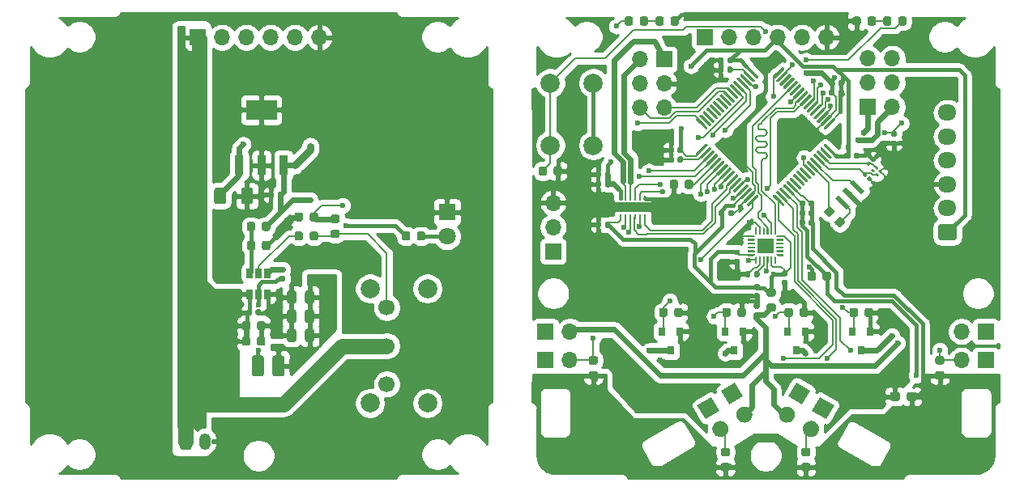
<source format=gbl>
G04 #@! TF.GenerationSoftware,KiCad,Pcbnew,5.1.6-c6e7f7d~87~ubuntu18.04.1*
G04 #@! TF.CreationDate,2020-09-29T12:46:08+09:00*
G04 #@! TF.ProjectId,m5mouse,6d356d6f-7573-4652-9e6b-696361645f70,rev?*
G04 #@! TF.SameCoordinates,Original*
G04 #@! TF.FileFunction,Copper,L2,Bot*
G04 #@! TF.FilePolarity,Positive*
%FSLAX46Y46*%
G04 Gerber Fmt 4.6, Leading zero omitted, Abs format (unit mm)*
G04 Created by KiCad (PCBNEW 5.1.6-c6e7f7d~87~ubuntu18.04.1) date 2020-09-29 12:46:08*
%MOMM*%
%LPD*%
G01*
G04 APERTURE LIST*
G04 #@! TA.AperFunction,SMDPad,CuDef*
%ADD10R,3.250000X2.150000*%
G04 #@! TD*
G04 #@! TA.AperFunction,SMDPad,CuDef*
%ADD11R,0.950000X2.150000*%
G04 #@! TD*
G04 #@! TA.AperFunction,ComponentPad*
%ADD12O,1.700000X1.700000*%
G04 #@! TD*
G04 #@! TA.AperFunction,ComponentPad*
%ADD13R,1.700000X1.700000*%
G04 #@! TD*
G04 #@! TA.AperFunction,SMDPad,CuDef*
%ADD14R,0.800000X0.900000*%
G04 #@! TD*
G04 #@! TA.AperFunction,ComponentPad*
%ADD15C,2.000000*%
G04 #@! TD*
G04 #@! TA.AperFunction,ComponentPad*
%ADD16C,1.700000*%
G04 #@! TD*
G04 #@! TA.AperFunction,SMDPad,CuDef*
%ADD17R,0.650000X1.060000*%
G04 #@! TD*
G04 #@! TA.AperFunction,SMDPad,CuDef*
%ADD18R,2.650000X1.000000*%
G04 #@! TD*
G04 #@! TA.AperFunction,SMDPad,CuDef*
%ADD19R,0.250000X0.500000*%
G04 #@! TD*
G04 #@! TA.AperFunction,SMDPad,CuDef*
%ADD20C,0.152000*%
G04 #@! TD*
G04 #@! TA.AperFunction,SMDPad,CuDef*
%ADD21R,1.750000X1.600000*%
G04 #@! TD*
G04 #@! TA.AperFunction,ComponentPad*
%ADD22C,0.152000*%
G04 #@! TD*
G04 #@! TA.AperFunction,ComponentPad*
%ADD23O,1.200000X1.750000*%
G04 #@! TD*
G04 #@! TA.AperFunction,ComponentPad*
%ADD24R,1.800000X1.800000*%
G04 #@! TD*
G04 #@! TA.AperFunction,ComponentPad*
%ADD25C,1.800000*%
G04 #@! TD*
G04 #@! TA.AperFunction,ComponentPad*
%ADD26O,1.950000X1.700000*%
G04 #@! TD*
G04 #@! TA.AperFunction,ViaPad*
%ADD27C,0.600000*%
G04 #@! TD*
G04 #@! TA.AperFunction,Conductor*
%ADD28C,0.400000*%
G04 #@! TD*
G04 #@! TA.AperFunction,Conductor*
%ADD29C,0.200000*%
G04 #@! TD*
G04 #@! TA.AperFunction,Conductor*
%ADD30C,1.000000*%
G04 #@! TD*
G04 #@! TA.AperFunction,Conductor*
%ADD31C,0.600000*%
G04 #@! TD*
G04 #@! TA.AperFunction,Conductor*
%ADD32C,1.600000*%
G04 #@! TD*
G04 #@! TA.AperFunction,Conductor*
%ADD33C,0.800000*%
G04 #@! TD*
G04 #@! TA.AperFunction,Conductor*
%ADD34C,0.152400*%
G04 #@! TD*
G04 #@! TA.AperFunction,Conductor*
%ADD35C,0.254000*%
G04 #@! TD*
G04 APERTURE END LIST*
G04 #@! TA.AperFunction,SMDPad,CuDef*
G36*
G01*
X103720000Y-122172500D02*
X103720000Y-121827500D01*
G75*
G02*
X103867500Y-121680000I147500J0D01*
G01*
X104162500Y-121680000D01*
G75*
G02*
X104310000Y-121827500I0J-147500D01*
G01*
X104310000Y-122172500D01*
G75*
G02*
X104162500Y-122320000I-147500J0D01*
G01*
X103867500Y-122320000D01*
G75*
G02*
X103720000Y-122172500I0J147500D01*
G01*
G37*
G04 #@! TD.AperFunction*
G04 #@! TA.AperFunction,SMDPad,CuDef*
G36*
G01*
X104690000Y-122172500D02*
X104690000Y-121827500D01*
G75*
G02*
X104837500Y-121680000I147500J0D01*
G01*
X105132500Y-121680000D01*
G75*
G02*
X105280000Y-121827500I0J-147500D01*
G01*
X105280000Y-122172500D01*
G75*
G02*
X105132500Y-122320000I-147500J0D01*
G01*
X104837500Y-122320000D01*
G75*
G02*
X104690000Y-122172500I0J147500D01*
G01*
G37*
G04 #@! TD.AperFunction*
G04 #@! TA.AperFunction,SMDPad,CuDef*
G36*
G01*
X107672500Y-117810000D02*
X107327500Y-117810000D01*
G75*
G02*
X107180000Y-117662500I0J147500D01*
G01*
X107180000Y-117367500D01*
G75*
G02*
X107327500Y-117220000I147500J0D01*
G01*
X107672500Y-117220000D01*
G75*
G02*
X107820000Y-117367500I0J-147500D01*
G01*
X107820000Y-117662500D01*
G75*
G02*
X107672500Y-117810000I-147500J0D01*
G01*
G37*
G04 #@! TD.AperFunction*
G04 #@! TA.AperFunction,SMDPad,CuDef*
G36*
G01*
X107672500Y-118780000D02*
X107327500Y-118780000D01*
G75*
G02*
X107180000Y-118632500I0J147500D01*
G01*
X107180000Y-118337500D01*
G75*
G02*
X107327500Y-118190000I147500J0D01*
G01*
X107672500Y-118190000D01*
G75*
G02*
X107820000Y-118337500I0J-147500D01*
G01*
X107820000Y-118632500D01*
G75*
G02*
X107672500Y-118780000I-147500J0D01*
G01*
G37*
G04 #@! TD.AperFunction*
G04 #@! TA.AperFunction,SMDPad,CuDef*
G36*
G01*
X165210000Y-98827500D02*
X165210000Y-99172500D01*
G75*
G02*
X165062500Y-99320000I-147500J0D01*
G01*
X164767500Y-99320000D01*
G75*
G02*
X164620000Y-99172500I0J147500D01*
G01*
X164620000Y-98827500D01*
G75*
G02*
X164767500Y-98680000I147500J0D01*
G01*
X165062500Y-98680000D01*
G75*
G02*
X165210000Y-98827500I0J-147500D01*
G01*
G37*
G04 #@! TD.AperFunction*
G04 #@! TA.AperFunction,SMDPad,CuDef*
G36*
G01*
X166180000Y-98827500D02*
X166180000Y-99172500D01*
G75*
G02*
X166032500Y-99320000I-147500J0D01*
G01*
X165737500Y-99320000D01*
G75*
G02*
X165590000Y-99172500I0J147500D01*
G01*
X165590000Y-98827500D01*
G75*
G02*
X165737500Y-98680000I147500J0D01*
G01*
X166032500Y-98680000D01*
G75*
G02*
X166180000Y-98827500I0J-147500D01*
G01*
G37*
G04 #@! TD.AperFunction*
G04 #@! TA.AperFunction,SMDPad,CuDef*
G36*
G01*
X154680000Y-111427500D02*
X154680000Y-111772500D01*
G75*
G02*
X154532500Y-111920000I-147500J0D01*
G01*
X154237500Y-111920000D01*
G75*
G02*
X154090000Y-111772500I0J147500D01*
G01*
X154090000Y-111427500D01*
G75*
G02*
X154237500Y-111280000I147500J0D01*
G01*
X154532500Y-111280000D01*
G75*
G02*
X154680000Y-111427500I0J-147500D01*
G01*
G37*
G04 #@! TD.AperFunction*
G04 #@! TA.AperFunction,SMDPad,CuDef*
G36*
G01*
X153710000Y-111427500D02*
X153710000Y-111772500D01*
G75*
G02*
X153562500Y-111920000I-147500J0D01*
G01*
X153267500Y-111920000D01*
G75*
G02*
X153120000Y-111772500I0J147500D01*
G01*
X153120000Y-111427500D01*
G75*
G02*
X153267500Y-111280000I147500J0D01*
G01*
X153562500Y-111280000D01*
G75*
G02*
X153710000Y-111427500I0J-147500D01*
G01*
G37*
G04 #@! TD.AperFunction*
G04 #@! TA.AperFunction,SMDPad,CuDef*
G36*
G01*
X147820000Y-105172500D02*
X147820000Y-104827500D01*
G75*
G02*
X147967500Y-104680000I147500J0D01*
G01*
X148262500Y-104680000D01*
G75*
G02*
X148410000Y-104827500I0J-147500D01*
G01*
X148410000Y-105172500D01*
G75*
G02*
X148262500Y-105320000I-147500J0D01*
G01*
X147967500Y-105320000D01*
G75*
G02*
X147820000Y-105172500I0J147500D01*
G01*
G37*
G04 #@! TD.AperFunction*
G04 #@! TA.AperFunction,SMDPad,CuDef*
G36*
G01*
X148790000Y-105172500D02*
X148790000Y-104827500D01*
G75*
G02*
X148937500Y-104680000I147500J0D01*
G01*
X149232500Y-104680000D01*
G75*
G02*
X149380000Y-104827500I0J-147500D01*
G01*
X149380000Y-105172500D01*
G75*
G02*
X149232500Y-105320000I-147500J0D01*
G01*
X148937500Y-105320000D01*
G75*
G02*
X148790000Y-105172500I0J147500D01*
G01*
G37*
G04 #@! TD.AperFunction*
G04 #@! TA.AperFunction,SMDPad,CuDef*
G36*
G01*
X153990000Y-95772500D02*
X153990000Y-95427500D01*
G75*
G02*
X154137500Y-95280000I147500J0D01*
G01*
X154432500Y-95280000D01*
G75*
G02*
X154580000Y-95427500I0J-147500D01*
G01*
X154580000Y-95772500D01*
G75*
G02*
X154432500Y-95920000I-147500J0D01*
G01*
X154137500Y-95920000D01*
G75*
G02*
X153990000Y-95772500I0J147500D01*
G01*
G37*
G04 #@! TD.AperFunction*
G04 #@! TA.AperFunction,SMDPad,CuDef*
G36*
G01*
X153020000Y-95772500D02*
X153020000Y-95427500D01*
G75*
G02*
X153167500Y-95280000I147500J0D01*
G01*
X153462500Y-95280000D01*
G75*
G02*
X153610000Y-95427500I0J-147500D01*
G01*
X153610000Y-95772500D01*
G75*
G02*
X153462500Y-95920000I-147500J0D01*
G01*
X153167500Y-95920000D01*
G75*
G02*
X153020000Y-95772500I0J147500D01*
G01*
G37*
G04 #@! TD.AperFunction*
G04 #@! TA.AperFunction,SMDPad,CuDef*
G36*
G01*
X164620000Y-98172500D02*
X164620000Y-97827500D01*
G75*
G02*
X164767500Y-97680000I147500J0D01*
G01*
X165062500Y-97680000D01*
G75*
G02*
X165210000Y-97827500I0J-147500D01*
G01*
X165210000Y-98172500D01*
G75*
G02*
X165062500Y-98320000I-147500J0D01*
G01*
X164767500Y-98320000D01*
G75*
G02*
X164620000Y-98172500I0J147500D01*
G01*
G37*
G04 #@! TD.AperFunction*
G04 #@! TA.AperFunction,SMDPad,CuDef*
G36*
G01*
X165590000Y-98172500D02*
X165590000Y-97827500D01*
G75*
G02*
X165737500Y-97680000I147500J0D01*
G01*
X166032500Y-97680000D01*
G75*
G02*
X166180000Y-97827500I0J-147500D01*
G01*
X166180000Y-98172500D01*
G75*
G02*
X166032500Y-98320000I-147500J0D01*
G01*
X165737500Y-98320000D01*
G75*
G02*
X165590000Y-98172500I0J147500D01*
G01*
G37*
G04 #@! TD.AperFunction*
G04 #@! TA.AperFunction,SMDPad,CuDef*
G36*
G01*
X163080000Y-110427500D02*
X163080000Y-110772500D01*
G75*
G02*
X162932500Y-110920000I-147500J0D01*
G01*
X162637500Y-110920000D01*
G75*
G02*
X162490000Y-110772500I0J147500D01*
G01*
X162490000Y-110427500D01*
G75*
G02*
X162637500Y-110280000I147500J0D01*
G01*
X162932500Y-110280000D01*
G75*
G02*
X163080000Y-110427500I0J-147500D01*
G01*
G37*
G04 #@! TD.AperFunction*
G04 #@! TA.AperFunction,SMDPad,CuDef*
G36*
G01*
X162110000Y-110427500D02*
X162110000Y-110772500D01*
G75*
G02*
X161962500Y-110920000I-147500J0D01*
G01*
X161667500Y-110920000D01*
G75*
G02*
X161520000Y-110772500I0J147500D01*
G01*
X161520000Y-110427500D01*
G75*
G02*
X161667500Y-110280000I147500J0D01*
G01*
X161962500Y-110280000D01*
G75*
G02*
X162110000Y-110427500I0J-147500D01*
G01*
G37*
G04 #@! TD.AperFunction*
G04 #@! TA.AperFunction,SMDPad,CuDef*
G36*
G01*
X163080000Y-111427500D02*
X163080000Y-111772500D01*
G75*
G02*
X162932500Y-111920000I-147500J0D01*
G01*
X162637500Y-111920000D01*
G75*
G02*
X162490000Y-111772500I0J147500D01*
G01*
X162490000Y-111427500D01*
G75*
G02*
X162637500Y-111280000I147500J0D01*
G01*
X162932500Y-111280000D01*
G75*
G02*
X163080000Y-111427500I0J-147500D01*
G01*
G37*
G04 #@! TD.AperFunction*
G04 #@! TA.AperFunction,SMDPad,CuDef*
G36*
G01*
X162110000Y-111427500D02*
X162110000Y-111772500D01*
G75*
G02*
X161962500Y-111920000I-147500J0D01*
G01*
X161667500Y-111920000D01*
G75*
G02*
X161520000Y-111772500I0J147500D01*
G01*
X161520000Y-111427500D01*
G75*
G02*
X161667500Y-111280000I147500J0D01*
G01*
X161962500Y-111280000D01*
G75*
G02*
X162110000Y-111427500I0J-147500D01*
G01*
G37*
G04 #@! TD.AperFunction*
G04 #@! TA.AperFunction,SMDPad,CuDef*
G36*
G01*
X163080000Y-112427500D02*
X163080000Y-112772500D01*
G75*
G02*
X162932500Y-112920000I-147500J0D01*
G01*
X162637500Y-112920000D01*
G75*
G02*
X162490000Y-112772500I0J147500D01*
G01*
X162490000Y-112427500D01*
G75*
G02*
X162637500Y-112280000I147500J0D01*
G01*
X162932500Y-112280000D01*
G75*
G02*
X163080000Y-112427500I0J-147500D01*
G01*
G37*
G04 #@! TD.AperFunction*
G04 #@! TA.AperFunction,SMDPad,CuDef*
G36*
G01*
X162110000Y-112427500D02*
X162110000Y-112772500D01*
G75*
G02*
X161962500Y-112920000I-147500J0D01*
G01*
X161667500Y-112920000D01*
G75*
G02*
X161520000Y-112772500I0J147500D01*
G01*
X161520000Y-112427500D01*
G75*
G02*
X161667500Y-112280000I147500J0D01*
G01*
X161962500Y-112280000D01*
G75*
G02*
X162110000Y-112427500I0J-147500D01*
G01*
G37*
G04 #@! TD.AperFunction*
G04 #@! TA.AperFunction,SMDPad,CuDef*
G36*
G01*
X156901500Y-119990000D02*
X157246500Y-119990000D01*
G75*
G02*
X157394000Y-120137500I0J-147500D01*
G01*
X157394000Y-120432500D01*
G75*
G02*
X157246500Y-120580000I-147500J0D01*
G01*
X156901500Y-120580000D01*
G75*
G02*
X156754000Y-120432500I0J147500D01*
G01*
X156754000Y-120137500D01*
G75*
G02*
X156901500Y-119990000I147500J0D01*
G01*
G37*
G04 #@! TD.AperFunction*
G04 #@! TA.AperFunction,SMDPad,CuDef*
G36*
G01*
X156901500Y-119020000D02*
X157246500Y-119020000D01*
G75*
G02*
X157394000Y-119167500I0J-147500D01*
G01*
X157394000Y-119462500D01*
G75*
G02*
X157246500Y-119610000I-147500J0D01*
G01*
X156901500Y-119610000D01*
G75*
G02*
X156754000Y-119462500I0J147500D01*
G01*
X156754000Y-119167500D01*
G75*
G02*
X156901500Y-119020000I147500J0D01*
G01*
G37*
G04 #@! TD.AperFunction*
G04 #@! TA.AperFunction,SMDPad,CuDef*
G36*
G01*
X157246500Y-121610000D02*
X156901500Y-121610000D01*
G75*
G02*
X156754000Y-121462500I0J147500D01*
G01*
X156754000Y-121167500D01*
G75*
G02*
X156901500Y-121020000I147500J0D01*
G01*
X157246500Y-121020000D01*
G75*
G02*
X157394000Y-121167500I0J-147500D01*
G01*
X157394000Y-121462500D01*
G75*
G02*
X157246500Y-121610000I-147500J0D01*
G01*
G37*
G04 #@! TD.AperFunction*
G04 #@! TA.AperFunction,SMDPad,CuDef*
G36*
G01*
X157246500Y-122580000D02*
X156901500Y-122580000D01*
G75*
G02*
X156754000Y-122432500I0J147500D01*
G01*
X156754000Y-122137500D01*
G75*
G02*
X156901500Y-121990000I147500J0D01*
G01*
X157246500Y-121990000D01*
G75*
G02*
X157394000Y-122137500I0J-147500D01*
G01*
X157394000Y-122432500D01*
G75*
G02*
X157246500Y-122580000I-147500J0D01*
G01*
G37*
G04 #@! TD.AperFunction*
G04 #@! TA.AperFunction,SMDPad,CuDef*
G36*
G01*
X140810000Y-108403500D02*
X140810000Y-108748500D01*
G75*
G02*
X140662500Y-108896000I-147500J0D01*
G01*
X140367500Y-108896000D01*
G75*
G02*
X140220000Y-108748500I0J147500D01*
G01*
X140220000Y-108403500D01*
G75*
G02*
X140367500Y-108256000I147500J0D01*
G01*
X140662500Y-108256000D01*
G75*
G02*
X140810000Y-108403500I0J-147500D01*
G01*
G37*
G04 #@! TD.AperFunction*
G04 #@! TA.AperFunction,SMDPad,CuDef*
G36*
G01*
X141780000Y-108403500D02*
X141780000Y-108748500D01*
G75*
G02*
X141632500Y-108896000I-147500J0D01*
G01*
X141337500Y-108896000D01*
G75*
G02*
X141190000Y-108748500I0J147500D01*
G01*
X141190000Y-108403500D01*
G75*
G02*
X141337500Y-108256000I147500J0D01*
G01*
X141632500Y-108256000D01*
G75*
G02*
X141780000Y-108403500I0J-147500D01*
G01*
G37*
G04 #@! TD.AperFunction*
G04 #@! TA.AperFunction,SMDPad,CuDef*
G36*
G01*
X140810000Y-112649500D02*
X140810000Y-112994500D01*
G75*
G02*
X140662500Y-113142000I-147500J0D01*
G01*
X140367500Y-113142000D01*
G75*
G02*
X140220000Y-112994500I0J147500D01*
G01*
X140220000Y-112649500D01*
G75*
G02*
X140367500Y-112502000I147500J0D01*
G01*
X140662500Y-112502000D01*
G75*
G02*
X140810000Y-112649500I0J-147500D01*
G01*
G37*
G04 #@! TD.AperFunction*
G04 #@! TA.AperFunction,SMDPad,CuDef*
G36*
G01*
X141780000Y-112649500D02*
X141780000Y-112994500D01*
G75*
G02*
X141632500Y-113142000I-147500J0D01*
G01*
X141337500Y-113142000D01*
G75*
G02*
X141190000Y-112994500I0J147500D01*
G01*
X141190000Y-112649500D01*
G75*
G02*
X141337500Y-112502000I147500J0D01*
G01*
X141632500Y-112502000D01*
G75*
G02*
X141780000Y-112649500I0J-147500D01*
G01*
G37*
G04 #@! TD.AperFunction*
G04 #@! TA.AperFunction,SMDPad,CuDef*
G36*
G01*
X171227500Y-103020000D02*
X171572500Y-103020000D01*
G75*
G02*
X171720000Y-103167500I0J-147500D01*
G01*
X171720000Y-103462500D01*
G75*
G02*
X171572500Y-103610000I-147500J0D01*
G01*
X171227500Y-103610000D01*
G75*
G02*
X171080000Y-103462500I0J147500D01*
G01*
X171080000Y-103167500D01*
G75*
G02*
X171227500Y-103020000I147500J0D01*
G01*
G37*
G04 #@! TD.AperFunction*
G04 #@! TA.AperFunction,SMDPad,CuDef*
G36*
G01*
X171227500Y-103990000D02*
X171572500Y-103990000D01*
G75*
G02*
X171720000Y-104137500I0J-147500D01*
G01*
X171720000Y-104432500D01*
G75*
G02*
X171572500Y-104580000I-147500J0D01*
G01*
X171227500Y-104580000D01*
G75*
G02*
X171080000Y-104432500I0J147500D01*
G01*
X171080000Y-104137500D01*
G75*
G02*
X171227500Y-103990000I147500J0D01*
G01*
G37*
G04 #@! TD.AperFunction*
G04 #@! TA.AperFunction,SMDPad,CuDef*
G36*
G01*
X148410000Y-105827500D02*
X148410000Y-106172500D01*
G75*
G02*
X148262500Y-106320000I-147500J0D01*
G01*
X147967500Y-106320000D01*
G75*
G02*
X147820000Y-106172500I0J147500D01*
G01*
X147820000Y-105827500D01*
G75*
G02*
X147967500Y-105680000I147500J0D01*
G01*
X148262500Y-105680000D01*
G75*
G02*
X148410000Y-105827500I0J-147500D01*
G01*
G37*
G04 #@! TD.AperFunction*
G04 #@! TA.AperFunction,SMDPad,CuDef*
G36*
G01*
X149380000Y-105827500D02*
X149380000Y-106172500D01*
G75*
G02*
X149232500Y-106320000I-147500J0D01*
G01*
X148937500Y-106320000D01*
G75*
G02*
X148790000Y-106172500I0J147500D01*
G01*
X148790000Y-105827500D01*
G75*
G02*
X148937500Y-105680000I147500J0D01*
G01*
X149232500Y-105680000D01*
G75*
G02*
X149380000Y-105827500I0J-147500D01*
G01*
G37*
G04 #@! TD.AperFunction*
G04 #@! TA.AperFunction,SMDPad,CuDef*
G36*
G01*
X154580000Y-96427500D02*
X154580000Y-96772500D01*
G75*
G02*
X154432500Y-96920000I-147500J0D01*
G01*
X154137500Y-96920000D01*
G75*
G02*
X153990000Y-96772500I0J147500D01*
G01*
X153990000Y-96427500D01*
G75*
G02*
X154137500Y-96280000I147500J0D01*
G01*
X154432500Y-96280000D01*
G75*
G02*
X154580000Y-96427500I0J-147500D01*
G01*
G37*
G04 #@! TD.AperFunction*
G04 #@! TA.AperFunction,SMDPad,CuDef*
G36*
G01*
X153610000Y-96427500D02*
X153610000Y-96772500D01*
G75*
G02*
X153462500Y-96920000I-147500J0D01*
G01*
X153167500Y-96920000D01*
G75*
G02*
X153020000Y-96772500I0J147500D01*
G01*
X153020000Y-96427500D01*
G75*
G02*
X153167500Y-96280000I147500J0D01*
G01*
X153462500Y-96280000D01*
G75*
G02*
X153610000Y-96427500I0J-147500D01*
G01*
G37*
G04 #@! TD.AperFunction*
G04 #@! TA.AperFunction,SMDPad,CuDef*
G36*
G01*
X141780000Y-107403500D02*
X141780000Y-107748500D01*
G75*
G02*
X141632500Y-107896000I-147500J0D01*
G01*
X141337500Y-107896000D01*
G75*
G02*
X141190000Y-107748500I0J147500D01*
G01*
X141190000Y-107403500D01*
G75*
G02*
X141337500Y-107256000I147500J0D01*
G01*
X141632500Y-107256000D01*
G75*
G02*
X141780000Y-107403500I0J-147500D01*
G01*
G37*
G04 #@! TD.AperFunction*
G04 #@! TA.AperFunction,SMDPad,CuDef*
G36*
G01*
X140810000Y-107403500D02*
X140810000Y-107748500D01*
G75*
G02*
X140662500Y-107896000I-147500J0D01*
G01*
X140367500Y-107896000D01*
G75*
G02*
X140220000Y-107748500I0J147500D01*
G01*
X140220000Y-107403500D01*
G75*
G02*
X140367500Y-107256000I147500J0D01*
G01*
X140662500Y-107256000D01*
G75*
G02*
X140810000Y-107403500I0J-147500D01*
G01*
G37*
G04 #@! TD.AperFunction*
G04 #@! TA.AperFunction,SMDPad,CuDef*
G36*
G01*
X106610000Y-109527500D02*
X106610000Y-109872500D01*
G75*
G02*
X106462500Y-110020000I-147500J0D01*
G01*
X106167500Y-110020000D01*
G75*
G02*
X106020000Y-109872500I0J147500D01*
G01*
X106020000Y-109527500D01*
G75*
G02*
X106167500Y-109380000I147500J0D01*
G01*
X106462500Y-109380000D01*
G75*
G02*
X106610000Y-109527500I0J-147500D01*
G01*
G37*
G04 #@! TD.AperFunction*
G04 #@! TA.AperFunction,SMDPad,CuDef*
G36*
G01*
X107580000Y-109527500D02*
X107580000Y-109872500D01*
G75*
G02*
X107432500Y-110020000I-147500J0D01*
G01*
X107137500Y-110020000D01*
G75*
G02*
X106990000Y-109872500I0J147500D01*
G01*
X106990000Y-109527500D01*
G75*
G02*
X107137500Y-109380000I147500J0D01*
G01*
X107432500Y-109380000D01*
G75*
G02*
X107580000Y-109527500I0J-147500D01*
G01*
G37*
G04 #@! TD.AperFunction*
G04 #@! TA.AperFunction,SMDPad,CuDef*
G36*
G01*
X167190000Y-105772500D02*
X167190000Y-105427500D01*
G75*
G02*
X167337500Y-105280000I147500J0D01*
G01*
X167632500Y-105280000D01*
G75*
G02*
X167780000Y-105427500I0J-147500D01*
G01*
X167780000Y-105772500D01*
G75*
G02*
X167632500Y-105920000I-147500J0D01*
G01*
X167337500Y-105920000D01*
G75*
G02*
X167190000Y-105772500I0J147500D01*
G01*
G37*
G04 #@! TD.AperFunction*
G04 #@! TA.AperFunction,SMDPad,CuDef*
G36*
G01*
X166220000Y-105772500D02*
X166220000Y-105427500D01*
G75*
G02*
X166367500Y-105280000I147500J0D01*
G01*
X166662500Y-105280000D01*
G75*
G02*
X166810000Y-105427500I0J-147500D01*
G01*
X166810000Y-105772500D01*
G75*
G02*
X166662500Y-105920000I-147500J0D01*
G01*
X166367500Y-105920000D01*
G75*
G02*
X166220000Y-105772500I0J147500D01*
G01*
G37*
G04 #@! TD.AperFunction*
G04 #@! TA.AperFunction,SMDPad,CuDef*
G36*
G01*
X170275000Y-91756250D02*
X170275000Y-91243750D01*
G75*
G02*
X170493750Y-91025000I218750J0D01*
G01*
X170931250Y-91025000D01*
G75*
G02*
X171150000Y-91243750I0J-218750D01*
G01*
X171150000Y-91756250D01*
G75*
G02*
X170931250Y-91975000I-218750J0D01*
G01*
X170493750Y-91975000D01*
G75*
G02*
X170275000Y-91756250I0J218750D01*
G01*
G37*
G04 #@! TD.AperFunction*
G04 #@! TA.AperFunction,SMDPad,CuDef*
G36*
G01*
X171850000Y-91756250D02*
X171850000Y-91243750D01*
G75*
G02*
X172068750Y-91025000I218750J0D01*
G01*
X172506250Y-91025000D01*
G75*
G02*
X172725000Y-91243750I0J-218750D01*
G01*
X172725000Y-91756250D01*
G75*
G02*
X172506250Y-91975000I-218750J0D01*
G01*
X172068750Y-91975000D01*
G75*
G02*
X171850000Y-91756250I0J218750D01*
G01*
G37*
G04 #@! TD.AperFunction*
G04 #@! TA.AperFunction,SMDPad,CuDef*
G36*
G01*
X145725000Y-91243750D02*
X145725000Y-91756250D01*
G75*
G02*
X145506250Y-91975000I-218750J0D01*
G01*
X145068750Y-91975000D01*
G75*
G02*
X144850000Y-91756250I0J218750D01*
G01*
X144850000Y-91243750D01*
G75*
G02*
X145068750Y-91025000I218750J0D01*
G01*
X145506250Y-91025000D01*
G75*
G02*
X145725000Y-91243750I0J-218750D01*
G01*
G37*
G04 #@! TD.AperFunction*
G04 #@! TA.AperFunction,SMDPad,CuDef*
G36*
G01*
X144150000Y-91243750D02*
X144150000Y-91756250D01*
G75*
G02*
X143931250Y-91975000I-218750J0D01*
G01*
X143493750Y-91975000D01*
G75*
G02*
X143275000Y-91756250I0J218750D01*
G01*
X143275000Y-91243750D01*
G75*
G02*
X143493750Y-91025000I218750J0D01*
G01*
X143931250Y-91025000D01*
G75*
G02*
X144150000Y-91243750I0J-218750D01*
G01*
G37*
G04 #@! TD.AperFunction*
D10*
X105300000Y-100800000D03*
D11*
X105300000Y-106600000D03*
X107600000Y-106600000D03*
X103000000Y-106600000D03*
D12*
X171240000Y-95420000D03*
X168700000Y-95420000D03*
X171240000Y-97960000D03*
X168700000Y-97960000D03*
X171240000Y-100500000D03*
D13*
X168700000Y-100500000D03*
X147400000Y-95500000D03*
D12*
X144860000Y-95500000D03*
X147400000Y-98040000D03*
X144860000Y-98040000D03*
X147400000Y-100580000D03*
X144860000Y-100580000D03*
D13*
X135800000Y-115600000D03*
D12*
X135800000Y-113060000D03*
X135800000Y-110520000D03*
D13*
X98650000Y-93200000D03*
D12*
X101190000Y-93200000D03*
X103730000Y-93200000D03*
X106270000Y-93200000D03*
X108810000Y-93200000D03*
X111350000Y-93200000D03*
D13*
X151650000Y-93200000D03*
D12*
X154190000Y-93200000D03*
X156730000Y-93200000D03*
X159270000Y-93200000D03*
X161810000Y-93200000D03*
X164350000Y-93200000D03*
G04 #@! TA.AperFunction,SMDPad,CuDef*
G36*
G01*
X104300000Y-128450000D02*
X104300000Y-126750000D01*
G75*
G02*
X104550000Y-126500000I250000J0D01*
G01*
X105300000Y-126500000D01*
G75*
G02*
X105550000Y-126750000I0J-250000D01*
G01*
X105550000Y-128450000D01*
G75*
G02*
X105300000Y-128700000I-250000J0D01*
G01*
X104550000Y-128700000D01*
G75*
G02*
X104300000Y-128450000I0J250000D01*
G01*
G37*
G04 #@! TD.AperFunction*
G04 #@! TA.AperFunction,SMDPad,CuDef*
G36*
G01*
X106450000Y-128450000D02*
X106450000Y-126750000D01*
G75*
G02*
X106700000Y-126500000I250000J0D01*
G01*
X107450000Y-126500000D01*
G75*
G02*
X107700000Y-126750000I0J-250000D01*
G01*
X107700000Y-128450000D01*
G75*
G02*
X107450000Y-128700000I-250000J0D01*
G01*
X106700000Y-128700000D01*
G75*
G02*
X106450000Y-128450000I0J250000D01*
G01*
G37*
G04 #@! TD.AperFunction*
D14*
X167050000Y-124000000D03*
X168950000Y-124000000D03*
X168000000Y-126000000D03*
X161200000Y-126000000D03*
X162150000Y-124000000D03*
X160250000Y-124000000D03*
X153750000Y-124000000D03*
X155650000Y-124000000D03*
X154700000Y-126000000D03*
X148100000Y-126000000D03*
X149050000Y-124000000D03*
X147150000Y-124000000D03*
G04 #@! TA.AperFunction,SMDPad,CuDef*
G36*
G01*
X109650000Y-113743750D02*
X109650000Y-114256250D01*
G75*
G02*
X109431250Y-114475000I-218750J0D01*
G01*
X108993750Y-114475000D01*
G75*
G02*
X108775000Y-114256250I0J218750D01*
G01*
X108775000Y-113743750D01*
G75*
G02*
X108993750Y-113525000I218750J0D01*
G01*
X109431250Y-113525000D01*
G75*
G02*
X109650000Y-113743750I0J-218750D01*
G01*
G37*
G04 #@! TD.AperFunction*
G04 #@! TA.AperFunction,SMDPad,CuDef*
G36*
G01*
X111225000Y-113743750D02*
X111225000Y-114256250D01*
G75*
G02*
X111006250Y-114475000I-218750J0D01*
G01*
X110568750Y-114475000D01*
G75*
G02*
X110350000Y-114256250I0J218750D01*
G01*
X110350000Y-113743750D01*
G75*
G02*
X110568750Y-113525000I218750J0D01*
G01*
X111006250Y-113525000D01*
G75*
G02*
X111225000Y-113743750I0J-218750D01*
G01*
G37*
G04 #@! TD.AperFunction*
G04 #@! TA.AperFunction,SMDPad,CuDef*
G36*
G01*
X106225000Y-112743750D02*
X106225000Y-113256250D01*
G75*
G02*
X106006250Y-113475000I-218750J0D01*
G01*
X105568750Y-113475000D01*
G75*
G02*
X105350000Y-113256250I0J218750D01*
G01*
X105350000Y-112743750D01*
G75*
G02*
X105568750Y-112525000I218750J0D01*
G01*
X106006250Y-112525000D01*
G75*
G02*
X106225000Y-112743750I0J-218750D01*
G01*
G37*
G04 #@! TD.AperFunction*
G04 #@! TA.AperFunction,SMDPad,CuDef*
G36*
G01*
X104650000Y-112743750D02*
X104650000Y-113256250D01*
G75*
G02*
X104431250Y-113475000I-218750J0D01*
G01*
X103993750Y-113475000D01*
G75*
G02*
X103775000Y-113256250I0J218750D01*
G01*
X103775000Y-112743750D01*
G75*
G02*
X103993750Y-112525000I218750J0D01*
G01*
X104431250Y-112525000D01*
G75*
G02*
X104650000Y-112743750I0J-218750D01*
G01*
G37*
G04 #@! TD.AperFunction*
G04 #@! TA.AperFunction,SMDPad,CuDef*
G36*
G01*
X105350000Y-115256250D02*
X105350000Y-114743750D01*
G75*
G02*
X105568750Y-114525000I218750J0D01*
G01*
X106006250Y-114525000D01*
G75*
G02*
X106225000Y-114743750I0J-218750D01*
G01*
X106225000Y-115256250D01*
G75*
G02*
X106006250Y-115475000I-218750J0D01*
G01*
X105568750Y-115475000D01*
G75*
G02*
X105350000Y-115256250I0J218750D01*
G01*
G37*
G04 #@! TD.AperFunction*
G04 #@! TA.AperFunction,SMDPad,CuDef*
G36*
G01*
X103775000Y-115256250D02*
X103775000Y-114743750D01*
G75*
G02*
X103993750Y-114525000I218750J0D01*
G01*
X104431250Y-114525000D01*
G75*
G02*
X104650000Y-114743750I0J-218750D01*
G01*
X104650000Y-115256250D01*
G75*
G02*
X104431250Y-115475000I-218750J0D01*
G01*
X103993750Y-115475000D01*
G75*
G02*
X103775000Y-115256250I0J218750D01*
G01*
G37*
G04 #@! TD.AperFunction*
G04 #@! TA.AperFunction,SMDPad,CuDef*
G36*
G01*
X164152598Y-111314990D02*
X164514990Y-110952597D01*
G75*
G02*
X164824350Y-110952597I154680J-154680D01*
G01*
X165133709Y-111261956D01*
G75*
G02*
X165133709Y-111571316I-154680J-154680D01*
G01*
X164771316Y-111933709D01*
G75*
G02*
X164461956Y-111933709I-154680J154680D01*
G01*
X164152597Y-111624350D01*
G75*
G02*
X164152597Y-111314990I154680J154680D01*
G01*
G37*
G04 #@! TD.AperFunction*
G04 #@! TA.AperFunction,SMDPad,CuDef*
G36*
G01*
X165266292Y-112428684D02*
X165628684Y-112066291D01*
G75*
G02*
X165938044Y-112066291I154680J-154680D01*
G01*
X166247403Y-112375650D01*
G75*
G02*
X166247403Y-112685010I-154680J-154680D01*
G01*
X165885010Y-113047403D01*
G75*
G02*
X165575650Y-113047403I-154680J154680D01*
G01*
X165266291Y-112738044D01*
G75*
G02*
X165266291Y-112428684I154680J154680D01*
G01*
G37*
G04 #@! TD.AperFunction*
G04 #@! TA.AperFunction,SMDPad,CuDef*
G36*
G01*
X158838250Y-120346000D02*
X158325750Y-120346000D01*
G75*
G02*
X158107000Y-120127250I0J218750D01*
G01*
X158107000Y-119689750D01*
G75*
G02*
X158325750Y-119471000I218750J0D01*
G01*
X158838250Y-119471000D01*
G75*
G02*
X159057000Y-119689750I0J-218750D01*
G01*
X159057000Y-120127250D01*
G75*
G02*
X158838250Y-120346000I-218750J0D01*
G01*
G37*
G04 #@! TD.AperFunction*
G04 #@! TA.AperFunction,SMDPad,CuDef*
G36*
G01*
X158838250Y-121921000D02*
X158325750Y-121921000D01*
G75*
G02*
X158107000Y-121702250I0J218750D01*
G01*
X158107000Y-121264750D01*
G75*
G02*
X158325750Y-121046000I218750J0D01*
G01*
X158838250Y-121046000D01*
G75*
G02*
X159057000Y-121264750I0J-218750D01*
G01*
X159057000Y-121702250D01*
G75*
G02*
X158838250Y-121921000I-218750J0D01*
G01*
G37*
G04 #@! TD.AperFunction*
G04 #@! TA.AperFunction,SMDPad,CuDef*
G36*
G01*
X166775000Y-122256250D02*
X166775000Y-121743750D01*
G75*
G02*
X166993750Y-121525000I218750J0D01*
G01*
X167431250Y-121525000D01*
G75*
G02*
X167650000Y-121743750I0J-218750D01*
G01*
X167650000Y-122256250D01*
G75*
G02*
X167431250Y-122475000I-218750J0D01*
G01*
X166993750Y-122475000D01*
G75*
G02*
X166775000Y-122256250I0J218750D01*
G01*
G37*
G04 #@! TD.AperFunction*
G04 #@! TA.AperFunction,SMDPad,CuDef*
G36*
G01*
X168350000Y-122256250D02*
X168350000Y-121743750D01*
G75*
G02*
X168568750Y-121525000I218750J0D01*
G01*
X169006250Y-121525000D01*
G75*
G02*
X169225000Y-121743750I0J-218750D01*
G01*
X169225000Y-122256250D01*
G75*
G02*
X169006250Y-122475000I-218750J0D01*
G01*
X168568750Y-122475000D01*
G75*
G02*
X168350000Y-122256250I0J218750D01*
G01*
G37*
G04 #@! TD.AperFunction*
G04 #@! TA.AperFunction,SMDPad,CuDef*
G36*
G01*
X175943750Y-126575000D02*
X176456250Y-126575000D01*
G75*
G02*
X176675000Y-126793750I0J-218750D01*
G01*
X176675000Y-127231250D01*
G75*
G02*
X176456250Y-127450000I-218750J0D01*
G01*
X175943750Y-127450000D01*
G75*
G02*
X175725000Y-127231250I0J218750D01*
G01*
X175725000Y-126793750D01*
G75*
G02*
X175943750Y-126575000I218750J0D01*
G01*
G37*
G04 #@! TD.AperFunction*
G04 #@! TA.AperFunction,SMDPad,CuDef*
G36*
G01*
X175943750Y-128150000D02*
X176456250Y-128150000D01*
G75*
G02*
X176675000Y-128368750I0J-218750D01*
G01*
X176675000Y-128806250D01*
G75*
G02*
X176456250Y-129025000I-218750J0D01*
G01*
X175943750Y-129025000D01*
G75*
G02*
X175725000Y-128806250I0J218750D01*
G01*
X175725000Y-128368750D01*
G75*
G02*
X175943750Y-128150000I218750J0D01*
G01*
G37*
G04 #@! TD.AperFunction*
G04 #@! TA.AperFunction,SMDPad,CuDef*
G36*
G01*
X161550000Y-122256250D02*
X161550000Y-121743750D01*
G75*
G02*
X161768750Y-121525000I218750J0D01*
G01*
X162206250Y-121525000D01*
G75*
G02*
X162425000Y-121743750I0J-218750D01*
G01*
X162425000Y-122256250D01*
G75*
G02*
X162206250Y-122475000I-218750J0D01*
G01*
X161768750Y-122475000D01*
G75*
G02*
X161550000Y-122256250I0J218750D01*
G01*
G37*
G04 #@! TD.AperFunction*
G04 #@! TA.AperFunction,SMDPad,CuDef*
G36*
G01*
X159975000Y-122256250D02*
X159975000Y-121743750D01*
G75*
G02*
X160193750Y-121525000I218750J0D01*
G01*
X160631250Y-121525000D01*
G75*
G02*
X160850000Y-121743750I0J-218750D01*
G01*
X160850000Y-122256250D01*
G75*
G02*
X160631250Y-122475000I-218750J0D01*
G01*
X160193750Y-122475000D01*
G75*
G02*
X159975000Y-122256250I0J218750D01*
G01*
G37*
G04 #@! TD.AperFunction*
G04 #@! TA.AperFunction,SMDPad,CuDef*
G36*
G01*
X161943750Y-136175000D02*
X162456250Y-136175000D01*
G75*
G02*
X162675000Y-136393750I0J-218750D01*
G01*
X162675000Y-136831250D01*
G75*
G02*
X162456250Y-137050000I-218750J0D01*
G01*
X161943750Y-137050000D01*
G75*
G02*
X161725000Y-136831250I0J218750D01*
G01*
X161725000Y-136393750D01*
G75*
G02*
X161943750Y-136175000I218750J0D01*
G01*
G37*
G04 #@! TD.AperFunction*
G04 #@! TA.AperFunction,SMDPad,CuDef*
G36*
G01*
X161943750Y-137750000D02*
X162456250Y-137750000D01*
G75*
G02*
X162675000Y-137968750I0J-218750D01*
G01*
X162675000Y-138406250D01*
G75*
G02*
X162456250Y-138625000I-218750J0D01*
G01*
X161943750Y-138625000D01*
G75*
G02*
X161725000Y-138406250I0J218750D01*
G01*
X161725000Y-137968750D01*
G75*
G02*
X161943750Y-137750000I218750J0D01*
G01*
G37*
G04 #@! TD.AperFunction*
G04 #@! TA.AperFunction,SMDPad,CuDef*
G36*
G01*
X155050000Y-122256250D02*
X155050000Y-121743750D01*
G75*
G02*
X155268750Y-121525000I218750J0D01*
G01*
X155706250Y-121525000D01*
G75*
G02*
X155925000Y-121743750I0J-218750D01*
G01*
X155925000Y-122256250D01*
G75*
G02*
X155706250Y-122475000I-218750J0D01*
G01*
X155268750Y-122475000D01*
G75*
G02*
X155050000Y-122256250I0J218750D01*
G01*
G37*
G04 #@! TD.AperFunction*
G04 #@! TA.AperFunction,SMDPad,CuDef*
G36*
G01*
X153475000Y-122256250D02*
X153475000Y-121743750D01*
G75*
G02*
X153693750Y-121525000I218750J0D01*
G01*
X154131250Y-121525000D01*
G75*
G02*
X154350000Y-121743750I0J-218750D01*
G01*
X154350000Y-122256250D01*
G75*
G02*
X154131250Y-122475000I-218750J0D01*
G01*
X153693750Y-122475000D01*
G75*
G02*
X153475000Y-122256250I0J218750D01*
G01*
G37*
G04 #@! TD.AperFunction*
G04 #@! TA.AperFunction,SMDPad,CuDef*
G36*
G01*
X153543750Y-136175000D02*
X154056250Y-136175000D01*
G75*
G02*
X154275000Y-136393750I0J-218750D01*
G01*
X154275000Y-136831250D01*
G75*
G02*
X154056250Y-137050000I-218750J0D01*
G01*
X153543750Y-137050000D01*
G75*
G02*
X153325000Y-136831250I0J218750D01*
G01*
X153325000Y-136393750D01*
G75*
G02*
X153543750Y-136175000I218750J0D01*
G01*
G37*
G04 #@! TD.AperFunction*
G04 #@! TA.AperFunction,SMDPad,CuDef*
G36*
G01*
X153543750Y-137750000D02*
X154056250Y-137750000D01*
G75*
G02*
X154275000Y-137968750I0J-218750D01*
G01*
X154275000Y-138406250D01*
G75*
G02*
X154056250Y-138625000I-218750J0D01*
G01*
X153543750Y-138625000D01*
G75*
G02*
X153325000Y-138406250I0J218750D01*
G01*
X153325000Y-137968750D01*
G75*
G02*
X153543750Y-137750000I218750J0D01*
G01*
G37*
G04 #@! TD.AperFunction*
G04 #@! TA.AperFunction,SMDPad,CuDef*
G36*
G01*
X148450000Y-122256250D02*
X148450000Y-121743750D01*
G75*
G02*
X148668750Y-121525000I218750J0D01*
G01*
X149106250Y-121525000D01*
G75*
G02*
X149325000Y-121743750I0J-218750D01*
G01*
X149325000Y-122256250D01*
G75*
G02*
X149106250Y-122475000I-218750J0D01*
G01*
X148668750Y-122475000D01*
G75*
G02*
X148450000Y-122256250I0J218750D01*
G01*
G37*
G04 #@! TD.AperFunction*
G04 #@! TA.AperFunction,SMDPad,CuDef*
G36*
G01*
X146875000Y-122256250D02*
X146875000Y-121743750D01*
G75*
G02*
X147093750Y-121525000I218750J0D01*
G01*
X147531250Y-121525000D01*
G75*
G02*
X147750000Y-121743750I0J-218750D01*
G01*
X147750000Y-122256250D01*
G75*
G02*
X147531250Y-122475000I-218750J0D01*
G01*
X147093750Y-122475000D01*
G75*
G02*
X146875000Y-122256250I0J218750D01*
G01*
G37*
G04 #@! TD.AperFunction*
G04 #@! TA.AperFunction,SMDPad,CuDef*
G36*
G01*
X139743750Y-126575000D02*
X140256250Y-126575000D01*
G75*
G02*
X140475000Y-126793750I0J-218750D01*
G01*
X140475000Y-127231250D01*
G75*
G02*
X140256250Y-127450000I-218750J0D01*
G01*
X139743750Y-127450000D01*
G75*
G02*
X139525000Y-127231250I0J218750D01*
G01*
X139525000Y-126793750D01*
G75*
G02*
X139743750Y-126575000I218750J0D01*
G01*
G37*
G04 #@! TD.AperFunction*
G04 #@! TA.AperFunction,SMDPad,CuDef*
G36*
G01*
X139743750Y-128150000D02*
X140256250Y-128150000D01*
G75*
G02*
X140475000Y-128368750I0J-218750D01*
G01*
X140475000Y-128806250D01*
G75*
G02*
X140256250Y-129025000I-218750J0D01*
G01*
X139743750Y-129025000D01*
G75*
G02*
X139525000Y-128806250I0J218750D01*
G01*
X139525000Y-128368750D01*
G75*
G02*
X139743750Y-128150000I218750J0D01*
G01*
G37*
G04 #@! TD.AperFunction*
G04 #@! TA.AperFunction,SMDPad,CuDef*
G36*
G01*
X135850000Y-107456250D02*
X135850000Y-106943750D01*
G75*
G02*
X136068750Y-106725000I218750J0D01*
G01*
X136506250Y-106725000D01*
G75*
G02*
X136725000Y-106943750I0J-218750D01*
G01*
X136725000Y-107456250D01*
G75*
G02*
X136506250Y-107675000I-218750J0D01*
G01*
X136068750Y-107675000D01*
G75*
G02*
X135850000Y-107456250I0J218750D01*
G01*
G37*
G04 #@! TD.AperFunction*
G04 #@! TA.AperFunction,SMDPad,CuDef*
G36*
G01*
X134275000Y-107456250D02*
X134275000Y-106943750D01*
G75*
G02*
X134493750Y-106725000I218750J0D01*
G01*
X134931250Y-106725000D01*
G75*
G02*
X135150000Y-106943750I0J-218750D01*
G01*
X135150000Y-107456250D01*
G75*
G02*
X134931250Y-107675000I-218750J0D01*
G01*
X134493750Y-107675000D01*
G75*
G02*
X134275000Y-107456250I0J218750D01*
G01*
G37*
G04 #@! TD.AperFunction*
G04 #@! TA.AperFunction,SMDPad,CuDef*
G36*
G01*
X169525000Y-91243750D02*
X169525000Y-91756250D01*
G75*
G02*
X169306250Y-91975000I-218750J0D01*
G01*
X168868750Y-91975000D01*
G75*
G02*
X168650000Y-91756250I0J218750D01*
G01*
X168650000Y-91243750D01*
G75*
G02*
X168868750Y-91025000I218750J0D01*
G01*
X169306250Y-91025000D01*
G75*
G02*
X169525000Y-91243750I0J-218750D01*
G01*
G37*
G04 #@! TD.AperFunction*
G04 #@! TA.AperFunction,SMDPad,CuDef*
G36*
G01*
X167950000Y-91243750D02*
X167950000Y-91756250D01*
G75*
G02*
X167731250Y-91975000I-218750J0D01*
G01*
X167293750Y-91975000D01*
G75*
G02*
X167075000Y-91756250I0J218750D01*
G01*
X167075000Y-91243750D01*
G75*
G02*
X167293750Y-91025000I218750J0D01*
G01*
X167731250Y-91025000D01*
G75*
G02*
X167950000Y-91243750I0J-218750D01*
G01*
G37*
G04 #@! TD.AperFunction*
G04 #@! TA.AperFunction,SMDPad,CuDef*
G36*
G01*
X148050000Y-91756250D02*
X148050000Y-91243750D01*
G75*
G02*
X148268750Y-91025000I218750J0D01*
G01*
X148706250Y-91025000D01*
G75*
G02*
X148925000Y-91243750I0J-218750D01*
G01*
X148925000Y-91756250D01*
G75*
G02*
X148706250Y-91975000I-218750J0D01*
G01*
X148268750Y-91975000D01*
G75*
G02*
X148050000Y-91756250I0J218750D01*
G01*
G37*
G04 #@! TD.AperFunction*
G04 #@! TA.AperFunction,SMDPad,CuDef*
G36*
G01*
X146475000Y-91756250D02*
X146475000Y-91243750D01*
G75*
G02*
X146693750Y-91025000I218750J0D01*
G01*
X147131250Y-91025000D01*
G75*
G02*
X147350000Y-91243750I0J-218750D01*
G01*
X147350000Y-91756250D01*
G75*
G02*
X147131250Y-91975000I-218750J0D01*
G01*
X146693750Y-91975000D01*
G75*
G02*
X146475000Y-91756250I0J218750D01*
G01*
G37*
G04 #@! TD.AperFunction*
G04 #@! TA.AperFunction,SMDPad,CuDef*
G36*
G01*
X113256250Y-114225000D02*
X112743750Y-114225000D01*
G75*
G02*
X112525000Y-114006250I0J218750D01*
G01*
X112525000Y-113568750D01*
G75*
G02*
X112743750Y-113350000I218750J0D01*
G01*
X113256250Y-113350000D01*
G75*
G02*
X113475000Y-113568750I0J-218750D01*
G01*
X113475000Y-114006250D01*
G75*
G02*
X113256250Y-114225000I-218750J0D01*
G01*
G37*
G04 #@! TD.AperFunction*
G04 #@! TA.AperFunction,SMDPad,CuDef*
G36*
G01*
X113256250Y-112650000D02*
X112743750Y-112650000D01*
G75*
G02*
X112525000Y-112431250I0J218750D01*
G01*
X112525000Y-111993750D01*
G75*
G02*
X112743750Y-111775000I218750J0D01*
G01*
X113256250Y-111775000D01*
G75*
G02*
X113475000Y-111993750I0J-218750D01*
G01*
X113475000Y-112431250D01*
G75*
G02*
X113256250Y-112650000I-218750J0D01*
G01*
G37*
G04 #@! TD.AperFunction*
G04 #@! TA.AperFunction,SMDPad,CuDef*
G36*
G01*
X148850000Y-108343750D02*
X148850000Y-108856250D01*
G75*
G02*
X148631250Y-109075000I-218750J0D01*
G01*
X148193750Y-109075000D01*
G75*
G02*
X147975000Y-108856250I0J218750D01*
G01*
X147975000Y-108343750D01*
G75*
G02*
X148193750Y-108125000I218750J0D01*
G01*
X148631250Y-108125000D01*
G75*
G02*
X148850000Y-108343750I0J-218750D01*
G01*
G37*
G04 #@! TD.AperFunction*
G04 #@! TA.AperFunction,SMDPad,CuDef*
G36*
G01*
X150425000Y-108343750D02*
X150425000Y-108856250D01*
G75*
G02*
X150206250Y-109075000I-218750J0D01*
G01*
X149768750Y-109075000D01*
G75*
G02*
X149550000Y-108856250I0J218750D01*
G01*
X149550000Y-108343750D01*
G75*
G02*
X149768750Y-108125000I218750J0D01*
G01*
X150206250Y-108125000D01*
G75*
G02*
X150425000Y-108343750I0J-218750D01*
G01*
G37*
G04 #@! TD.AperFunction*
G04 #@! TA.AperFunction,SMDPad,CuDef*
G36*
G01*
X109650000Y-111743750D02*
X109650000Y-112256250D01*
G75*
G02*
X109431250Y-112475000I-218750J0D01*
G01*
X108993750Y-112475000D01*
G75*
G02*
X108775000Y-112256250I0J218750D01*
G01*
X108775000Y-111743750D01*
G75*
G02*
X108993750Y-111525000I218750J0D01*
G01*
X109431250Y-111525000D01*
G75*
G02*
X109650000Y-111743750I0J-218750D01*
G01*
G37*
G04 #@! TD.AperFunction*
G04 #@! TA.AperFunction,SMDPad,CuDef*
G36*
G01*
X111225000Y-111743750D02*
X111225000Y-112256250D01*
G75*
G02*
X111006250Y-112475000I-218750J0D01*
G01*
X110568750Y-112475000D01*
G75*
G02*
X110350000Y-112256250I0J218750D01*
G01*
X110350000Y-111743750D01*
G75*
G02*
X110568750Y-111525000I218750J0D01*
G01*
X111006250Y-111525000D01*
G75*
G02*
X111225000Y-111743750I0J-218750D01*
G01*
G37*
G04 #@! TD.AperFunction*
G04 #@! TA.AperFunction,SMDPad,CuDef*
G36*
G01*
X119975000Y-114256250D02*
X119975000Y-113743750D01*
G75*
G02*
X120193750Y-113525000I218750J0D01*
G01*
X120631250Y-113525000D01*
G75*
G02*
X120850000Y-113743750I0J-218750D01*
G01*
X120850000Y-114256250D01*
G75*
G02*
X120631250Y-114475000I-218750J0D01*
G01*
X120193750Y-114475000D01*
G75*
G02*
X119975000Y-114256250I0J218750D01*
G01*
G37*
G04 #@! TD.AperFunction*
G04 #@! TA.AperFunction,SMDPad,CuDef*
G36*
G01*
X121550000Y-114256250D02*
X121550000Y-113743750D01*
G75*
G02*
X121768750Y-113525000I218750J0D01*
G01*
X122206250Y-113525000D01*
G75*
G02*
X122425000Y-113743750I0J-218750D01*
G01*
X122425000Y-114256250D01*
G75*
G02*
X122206250Y-114475000I-218750J0D01*
G01*
X121768750Y-114475000D01*
G75*
G02*
X121550000Y-114256250I0J218750D01*
G01*
G37*
G04 #@! TD.AperFunction*
D15*
X116650000Y-119500000D03*
X116650000Y-131500000D03*
X122650000Y-131500000D03*
X122650000Y-119500000D03*
D16*
X118400000Y-121500000D03*
X118400000Y-125500000D03*
X118400000Y-129500000D03*
D15*
X135500000Y-104500000D03*
X140000000Y-104500000D03*
X135500000Y-98000000D03*
X140000000Y-98000000D03*
D17*
X105950000Y-120100000D03*
X105000000Y-120100000D03*
X104050000Y-120100000D03*
X104050000Y-117900000D03*
X105950000Y-117900000D03*
X105000000Y-117900000D03*
G04 #@! TA.AperFunction,SMDPad,CuDef*
G36*
G01*
X165265522Y-105456156D02*
X165159456Y-105562222D01*
G75*
G02*
X165053390Y-105562222I-53033J53033D01*
G01*
X164063440Y-104572272D01*
G75*
G02*
X164063440Y-104466206I53033J53033D01*
G01*
X164169506Y-104360140D01*
G75*
G02*
X164275572Y-104360140I53033J-53033D01*
G01*
X165265522Y-105350090D01*
G75*
G02*
X165265522Y-105456156I-53033J-53033D01*
G01*
G37*
G04 #@! TD.AperFunction*
G04 #@! TA.AperFunction,SMDPad,CuDef*
G36*
G01*
X164911969Y-105809709D02*
X164805903Y-105915775D01*
G75*
G02*
X164699837Y-105915775I-53033J53033D01*
G01*
X163709887Y-104925825D01*
G75*
G02*
X163709887Y-104819759I53033J53033D01*
G01*
X163815953Y-104713693D01*
G75*
G02*
X163922019Y-104713693I53033J-53033D01*
G01*
X164911969Y-105703643D01*
G75*
G02*
X164911969Y-105809709I-53033J-53033D01*
G01*
G37*
G04 #@! TD.AperFunction*
G04 #@! TA.AperFunction,SMDPad,CuDef*
G36*
G01*
X164558416Y-106163262D02*
X164452350Y-106269328D01*
G75*
G02*
X164346284Y-106269328I-53033J53033D01*
G01*
X163356334Y-105279378D01*
G75*
G02*
X163356334Y-105173312I53033J53033D01*
G01*
X163462400Y-105067246D01*
G75*
G02*
X163568466Y-105067246I53033J-53033D01*
G01*
X164558416Y-106057196D01*
G75*
G02*
X164558416Y-106163262I-53033J-53033D01*
G01*
G37*
G04 #@! TD.AperFunction*
G04 #@! TA.AperFunction,SMDPad,CuDef*
G36*
G01*
X164204862Y-106516816D02*
X164098796Y-106622882D01*
G75*
G02*
X163992730Y-106622882I-53033J53033D01*
G01*
X163002780Y-105632932D01*
G75*
G02*
X163002780Y-105526866I53033J53033D01*
G01*
X163108846Y-105420800D01*
G75*
G02*
X163214912Y-105420800I53033J-53033D01*
G01*
X164204862Y-106410750D01*
G75*
G02*
X164204862Y-106516816I-53033J-53033D01*
G01*
G37*
G04 #@! TD.AperFunction*
G04 #@! TA.AperFunction,SMDPad,CuDef*
G36*
G01*
X163851309Y-106870369D02*
X163745243Y-106976435D01*
G75*
G02*
X163639177Y-106976435I-53033J53033D01*
G01*
X162649227Y-105986485D01*
G75*
G02*
X162649227Y-105880419I53033J53033D01*
G01*
X162755293Y-105774353D01*
G75*
G02*
X162861359Y-105774353I53033J-53033D01*
G01*
X163851309Y-106764303D01*
G75*
G02*
X163851309Y-106870369I-53033J-53033D01*
G01*
G37*
G04 #@! TD.AperFunction*
G04 #@! TA.AperFunction,SMDPad,CuDef*
G36*
G01*
X163497755Y-107223923D02*
X163391689Y-107329989D01*
G75*
G02*
X163285623Y-107329989I-53033J53033D01*
G01*
X162295673Y-106340039D01*
G75*
G02*
X162295673Y-106233973I53033J53033D01*
G01*
X162401739Y-106127907D01*
G75*
G02*
X162507805Y-106127907I53033J-53033D01*
G01*
X163497755Y-107117857D01*
G75*
G02*
X163497755Y-107223923I-53033J-53033D01*
G01*
G37*
G04 #@! TD.AperFunction*
G04 #@! TA.AperFunction,SMDPad,CuDef*
G36*
G01*
X163144202Y-107577476D02*
X163038136Y-107683542D01*
G75*
G02*
X162932070Y-107683542I-53033J53033D01*
G01*
X161942120Y-106693592D01*
G75*
G02*
X161942120Y-106587526I53033J53033D01*
G01*
X162048186Y-106481460D01*
G75*
G02*
X162154252Y-106481460I53033J-53033D01*
G01*
X163144202Y-107471410D01*
G75*
G02*
X163144202Y-107577476I-53033J-53033D01*
G01*
G37*
G04 #@! TD.AperFunction*
G04 #@! TA.AperFunction,SMDPad,CuDef*
G36*
G01*
X162790649Y-107931029D02*
X162684583Y-108037095D01*
G75*
G02*
X162578517Y-108037095I-53033J53033D01*
G01*
X161588567Y-107047145D01*
G75*
G02*
X161588567Y-106941079I53033J53033D01*
G01*
X161694633Y-106835013D01*
G75*
G02*
X161800699Y-106835013I53033J-53033D01*
G01*
X162790649Y-107824963D01*
G75*
G02*
X162790649Y-107931029I-53033J-53033D01*
G01*
G37*
G04 #@! TD.AperFunction*
G04 #@! TA.AperFunction,SMDPad,CuDef*
G36*
G01*
X162437095Y-108284583D02*
X162331029Y-108390649D01*
G75*
G02*
X162224963Y-108390649I-53033J53033D01*
G01*
X161235013Y-107400699D01*
G75*
G02*
X161235013Y-107294633I53033J53033D01*
G01*
X161341079Y-107188567D01*
G75*
G02*
X161447145Y-107188567I53033J-53033D01*
G01*
X162437095Y-108178517D01*
G75*
G02*
X162437095Y-108284583I-53033J-53033D01*
G01*
G37*
G04 #@! TD.AperFunction*
G04 #@! TA.AperFunction,SMDPad,CuDef*
G36*
G01*
X162083542Y-108638136D02*
X161977476Y-108744202D01*
G75*
G02*
X161871410Y-108744202I-53033J53033D01*
G01*
X160881460Y-107754252D01*
G75*
G02*
X160881460Y-107648186I53033J53033D01*
G01*
X160987526Y-107542120D01*
G75*
G02*
X161093592Y-107542120I53033J-53033D01*
G01*
X162083542Y-108532070D01*
G75*
G02*
X162083542Y-108638136I-53033J-53033D01*
G01*
G37*
G04 #@! TD.AperFunction*
G04 #@! TA.AperFunction,SMDPad,CuDef*
G36*
G01*
X161729989Y-108991689D02*
X161623923Y-109097755D01*
G75*
G02*
X161517857Y-109097755I-53033J53033D01*
G01*
X160527907Y-108107805D01*
G75*
G02*
X160527907Y-108001739I53033J53033D01*
G01*
X160633973Y-107895673D01*
G75*
G02*
X160740039Y-107895673I53033J-53033D01*
G01*
X161729989Y-108885623D01*
G75*
G02*
X161729989Y-108991689I-53033J-53033D01*
G01*
G37*
G04 #@! TD.AperFunction*
G04 #@! TA.AperFunction,SMDPad,CuDef*
G36*
G01*
X161376435Y-109345243D02*
X161270369Y-109451309D01*
G75*
G02*
X161164303Y-109451309I-53033J53033D01*
G01*
X160174353Y-108461359D01*
G75*
G02*
X160174353Y-108355293I53033J53033D01*
G01*
X160280419Y-108249227D01*
G75*
G02*
X160386485Y-108249227I53033J-53033D01*
G01*
X161376435Y-109239177D01*
G75*
G02*
X161376435Y-109345243I-53033J-53033D01*
G01*
G37*
G04 #@! TD.AperFunction*
G04 #@! TA.AperFunction,SMDPad,CuDef*
G36*
G01*
X161022882Y-109698796D02*
X160916816Y-109804862D01*
G75*
G02*
X160810750Y-109804862I-53033J53033D01*
G01*
X159820800Y-108814912D01*
G75*
G02*
X159820800Y-108708846I53033J53033D01*
G01*
X159926866Y-108602780D01*
G75*
G02*
X160032932Y-108602780I53033J-53033D01*
G01*
X161022882Y-109592730D01*
G75*
G02*
X161022882Y-109698796I-53033J-53033D01*
G01*
G37*
G04 #@! TD.AperFunction*
G04 #@! TA.AperFunction,SMDPad,CuDef*
G36*
G01*
X160669328Y-110052350D02*
X160563262Y-110158416D01*
G75*
G02*
X160457196Y-110158416I-53033J53033D01*
G01*
X159467246Y-109168466D01*
G75*
G02*
X159467246Y-109062400I53033J53033D01*
G01*
X159573312Y-108956334D01*
G75*
G02*
X159679378Y-108956334I53033J-53033D01*
G01*
X160669328Y-109946284D01*
G75*
G02*
X160669328Y-110052350I-53033J-53033D01*
G01*
G37*
G04 #@! TD.AperFunction*
G04 #@! TA.AperFunction,SMDPad,CuDef*
G36*
G01*
X160315775Y-110405903D02*
X160209709Y-110511969D01*
G75*
G02*
X160103643Y-110511969I-53033J53033D01*
G01*
X159113693Y-109522019D01*
G75*
G02*
X159113693Y-109415953I53033J53033D01*
G01*
X159219759Y-109309887D01*
G75*
G02*
X159325825Y-109309887I53033J-53033D01*
G01*
X160315775Y-110299837D01*
G75*
G02*
X160315775Y-110405903I-53033J-53033D01*
G01*
G37*
G04 #@! TD.AperFunction*
G04 #@! TA.AperFunction,SMDPad,CuDef*
G36*
G01*
X159962222Y-110759456D02*
X159856156Y-110865522D01*
G75*
G02*
X159750090Y-110865522I-53033J53033D01*
G01*
X158760140Y-109875572D01*
G75*
G02*
X158760140Y-109769506I53033J53033D01*
G01*
X158866206Y-109663440D01*
G75*
G02*
X158972272Y-109663440I53033J-53033D01*
G01*
X159962222Y-110653390D01*
G75*
G02*
X159962222Y-110759456I-53033J-53033D01*
G01*
G37*
G04 #@! TD.AperFunction*
G04 #@! TA.AperFunction,SMDPad,CuDef*
G36*
G01*
X157239860Y-109875572D02*
X156249910Y-110865522D01*
G75*
G02*
X156143844Y-110865522I-53033J53033D01*
G01*
X156037778Y-110759456D01*
G75*
G02*
X156037778Y-110653390I53033J53033D01*
G01*
X157027728Y-109663440D01*
G75*
G02*
X157133794Y-109663440I53033J-53033D01*
G01*
X157239860Y-109769506D01*
G75*
G02*
X157239860Y-109875572I-53033J-53033D01*
G01*
G37*
G04 #@! TD.AperFunction*
G04 #@! TA.AperFunction,SMDPad,CuDef*
G36*
G01*
X156886307Y-109522019D02*
X155896357Y-110511969D01*
G75*
G02*
X155790291Y-110511969I-53033J53033D01*
G01*
X155684225Y-110405903D01*
G75*
G02*
X155684225Y-110299837I53033J53033D01*
G01*
X156674175Y-109309887D01*
G75*
G02*
X156780241Y-109309887I53033J-53033D01*
G01*
X156886307Y-109415953D01*
G75*
G02*
X156886307Y-109522019I-53033J-53033D01*
G01*
G37*
G04 #@! TD.AperFunction*
G04 #@! TA.AperFunction,SMDPad,CuDef*
G36*
G01*
X156532754Y-109168466D02*
X155542804Y-110158416D01*
G75*
G02*
X155436738Y-110158416I-53033J53033D01*
G01*
X155330672Y-110052350D01*
G75*
G02*
X155330672Y-109946284I53033J53033D01*
G01*
X156320622Y-108956334D01*
G75*
G02*
X156426688Y-108956334I53033J-53033D01*
G01*
X156532754Y-109062400D01*
G75*
G02*
X156532754Y-109168466I-53033J-53033D01*
G01*
G37*
G04 #@! TD.AperFunction*
G04 #@! TA.AperFunction,SMDPad,CuDef*
G36*
G01*
X156179200Y-108814912D02*
X155189250Y-109804862D01*
G75*
G02*
X155083184Y-109804862I-53033J53033D01*
G01*
X154977118Y-109698796D01*
G75*
G02*
X154977118Y-109592730I53033J53033D01*
G01*
X155967068Y-108602780D01*
G75*
G02*
X156073134Y-108602780I53033J-53033D01*
G01*
X156179200Y-108708846D01*
G75*
G02*
X156179200Y-108814912I-53033J-53033D01*
G01*
G37*
G04 #@! TD.AperFunction*
G04 #@! TA.AperFunction,SMDPad,CuDef*
G36*
G01*
X155825647Y-108461359D02*
X154835697Y-109451309D01*
G75*
G02*
X154729631Y-109451309I-53033J53033D01*
G01*
X154623565Y-109345243D01*
G75*
G02*
X154623565Y-109239177I53033J53033D01*
G01*
X155613515Y-108249227D01*
G75*
G02*
X155719581Y-108249227I53033J-53033D01*
G01*
X155825647Y-108355293D01*
G75*
G02*
X155825647Y-108461359I-53033J-53033D01*
G01*
G37*
G04 #@! TD.AperFunction*
G04 #@! TA.AperFunction,SMDPad,CuDef*
G36*
G01*
X155472093Y-108107805D02*
X154482143Y-109097755D01*
G75*
G02*
X154376077Y-109097755I-53033J53033D01*
G01*
X154270011Y-108991689D01*
G75*
G02*
X154270011Y-108885623I53033J53033D01*
G01*
X155259961Y-107895673D01*
G75*
G02*
X155366027Y-107895673I53033J-53033D01*
G01*
X155472093Y-108001739D01*
G75*
G02*
X155472093Y-108107805I-53033J-53033D01*
G01*
G37*
G04 #@! TD.AperFunction*
G04 #@! TA.AperFunction,SMDPad,CuDef*
G36*
G01*
X155118540Y-107754252D02*
X154128590Y-108744202D01*
G75*
G02*
X154022524Y-108744202I-53033J53033D01*
G01*
X153916458Y-108638136D01*
G75*
G02*
X153916458Y-108532070I53033J53033D01*
G01*
X154906408Y-107542120D01*
G75*
G02*
X155012474Y-107542120I53033J-53033D01*
G01*
X155118540Y-107648186D01*
G75*
G02*
X155118540Y-107754252I-53033J-53033D01*
G01*
G37*
G04 #@! TD.AperFunction*
G04 #@! TA.AperFunction,SMDPad,CuDef*
G36*
G01*
X154764987Y-107400699D02*
X153775037Y-108390649D01*
G75*
G02*
X153668971Y-108390649I-53033J53033D01*
G01*
X153562905Y-108284583D01*
G75*
G02*
X153562905Y-108178517I53033J53033D01*
G01*
X154552855Y-107188567D01*
G75*
G02*
X154658921Y-107188567I53033J-53033D01*
G01*
X154764987Y-107294633D01*
G75*
G02*
X154764987Y-107400699I-53033J-53033D01*
G01*
G37*
G04 #@! TD.AperFunction*
G04 #@! TA.AperFunction,SMDPad,CuDef*
G36*
G01*
X154411433Y-107047145D02*
X153421483Y-108037095D01*
G75*
G02*
X153315417Y-108037095I-53033J53033D01*
G01*
X153209351Y-107931029D01*
G75*
G02*
X153209351Y-107824963I53033J53033D01*
G01*
X154199301Y-106835013D01*
G75*
G02*
X154305367Y-106835013I53033J-53033D01*
G01*
X154411433Y-106941079D01*
G75*
G02*
X154411433Y-107047145I-53033J-53033D01*
G01*
G37*
G04 #@! TD.AperFunction*
G04 #@! TA.AperFunction,SMDPad,CuDef*
G36*
G01*
X154057880Y-106693592D02*
X153067930Y-107683542D01*
G75*
G02*
X152961864Y-107683542I-53033J53033D01*
G01*
X152855798Y-107577476D01*
G75*
G02*
X152855798Y-107471410I53033J53033D01*
G01*
X153845748Y-106481460D01*
G75*
G02*
X153951814Y-106481460I53033J-53033D01*
G01*
X154057880Y-106587526D01*
G75*
G02*
X154057880Y-106693592I-53033J-53033D01*
G01*
G37*
G04 #@! TD.AperFunction*
G04 #@! TA.AperFunction,SMDPad,CuDef*
G36*
G01*
X153704327Y-106340039D02*
X152714377Y-107329989D01*
G75*
G02*
X152608311Y-107329989I-53033J53033D01*
G01*
X152502245Y-107223923D01*
G75*
G02*
X152502245Y-107117857I53033J53033D01*
G01*
X153492195Y-106127907D01*
G75*
G02*
X153598261Y-106127907I53033J-53033D01*
G01*
X153704327Y-106233973D01*
G75*
G02*
X153704327Y-106340039I-53033J-53033D01*
G01*
G37*
G04 #@! TD.AperFunction*
G04 #@! TA.AperFunction,SMDPad,CuDef*
G36*
G01*
X153350773Y-105986485D02*
X152360823Y-106976435D01*
G75*
G02*
X152254757Y-106976435I-53033J53033D01*
G01*
X152148691Y-106870369D01*
G75*
G02*
X152148691Y-106764303I53033J53033D01*
G01*
X153138641Y-105774353D01*
G75*
G02*
X153244707Y-105774353I53033J-53033D01*
G01*
X153350773Y-105880419D01*
G75*
G02*
X153350773Y-105986485I-53033J-53033D01*
G01*
G37*
G04 #@! TD.AperFunction*
G04 #@! TA.AperFunction,SMDPad,CuDef*
G36*
G01*
X152997220Y-105632932D02*
X152007270Y-106622882D01*
G75*
G02*
X151901204Y-106622882I-53033J53033D01*
G01*
X151795138Y-106516816D01*
G75*
G02*
X151795138Y-106410750I53033J53033D01*
G01*
X152785088Y-105420800D01*
G75*
G02*
X152891154Y-105420800I53033J-53033D01*
G01*
X152997220Y-105526866D01*
G75*
G02*
X152997220Y-105632932I-53033J-53033D01*
G01*
G37*
G04 #@! TD.AperFunction*
G04 #@! TA.AperFunction,SMDPad,CuDef*
G36*
G01*
X152643666Y-105279378D02*
X151653716Y-106269328D01*
G75*
G02*
X151547650Y-106269328I-53033J53033D01*
G01*
X151441584Y-106163262D01*
G75*
G02*
X151441584Y-106057196I53033J53033D01*
G01*
X152431534Y-105067246D01*
G75*
G02*
X152537600Y-105067246I53033J-53033D01*
G01*
X152643666Y-105173312D01*
G75*
G02*
X152643666Y-105279378I-53033J-53033D01*
G01*
G37*
G04 #@! TD.AperFunction*
G04 #@! TA.AperFunction,SMDPad,CuDef*
G36*
G01*
X152290113Y-104925825D02*
X151300163Y-105915775D01*
G75*
G02*
X151194097Y-105915775I-53033J53033D01*
G01*
X151088031Y-105809709D01*
G75*
G02*
X151088031Y-105703643I53033J53033D01*
G01*
X152077981Y-104713693D01*
G75*
G02*
X152184047Y-104713693I53033J-53033D01*
G01*
X152290113Y-104819759D01*
G75*
G02*
X152290113Y-104925825I-53033J-53033D01*
G01*
G37*
G04 #@! TD.AperFunction*
G04 #@! TA.AperFunction,SMDPad,CuDef*
G36*
G01*
X151936560Y-104572272D02*
X150946610Y-105562222D01*
G75*
G02*
X150840544Y-105562222I-53033J53033D01*
G01*
X150734478Y-105456156D01*
G75*
G02*
X150734478Y-105350090I53033J53033D01*
G01*
X151724428Y-104360140D01*
G75*
G02*
X151830494Y-104360140I53033J-53033D01*
G01*
X151936560Y-104466206D01*
G75*
G02*
X151936560Y-104572272I-53033J-53033D01*
G01*
G37*
G04 #@! TD.AperFunction*
G04 #@! TA.AperFunction,SMDPad,CuDef*
G36*
G01*
X151936560Y-102733794D02*
X151830494Y-102839860D01*
G75*
G02*
X151724428Y-102839860I-53033J53033D01*
G01*
X150734478Y-101849910D01*
G75*
G02*
X150734478Y-101743844I53033J53033D01*
G01*
X150840544Y-101637778D01*
G75*
G02*
X150946610Y-101637778I53033J-53033D01*
G01*
X151936560Y-102627728D01*
G75*
G02*
X151936560Y-102733794I-53033J-53033D01*
G01*
G37*
G04 #@! TD.AperFunction*
G04 #@! TA.AperFunction,SMDPad,CuDef*
G36*
G01*
X152290113Y-102380241D02*
X152184047Y-102486307D01*
G75*
G02*
X152077981Y-102486307I-53033J53033D01*
G01*
X151088031Y-101496357D01*
G75*
G02*
X151088031Y-101390291I53033J53033D01*
G01*
X151194097Y-101284225D01*
G75*
G02*
X151300163Y-101284225I53033J-53033D01*
G01*
X152290113Y-102274175D01*
G75*
G02*
X152290113Y-102380241I-53033J-53033D01*
G01*
G37*
G04 #@! TD.AperFunction*
G04 #@! TA.AperFunction,SMDPad,CuDef*
G36*
G01*
X152643666Y-102026688D02*
X152537600Y-102132754D01*
G75*
G02*
X152431534Y-102132754I-53033J53033D01*
G01*
X151441584Y-101142804D01*
G75*
G02*
X151441584Y-101036738I53033J53033D01*
G01*
X151547650Y-100930672D01*
G75*
G02*
X151653716Y-100930672I53033J-53033D01*
G01*
X152643666Y-101920622D01*
G75*
G02*
X152643666Y-102026688I-53033J-53033D01*
G01*
G37*
G04 #@! TD.AperFunction*
G04 #@! TA.AperFunction,SMDPad,CuDef*
G36*
G01*
X152997220Y-101673134D02*
X152891154Y-101779200D01*
G75*
G02*
X152785088Y-101779200I-53033J53033D01*
G01*
X151795138Y-100789250D01*
G75*
G02*
X151795138Y-100683184I53033J53033D01*
G01*
X151901204Y-100577118D01*
G75*
G02*
X152007270Y-100577118I53033J-53033D01*
G01*
X152997220Y-101567068D01*
G75*
G02*
X152997220Y-101673134I-53033J-53033D01*
G01*
G37*
G04 #@! TD.AperFunction*
G04 #@! TA.AperFunction,SMDPad,CuDef*
G36*
G01*
X153350773Y-101319581D02*
X153244707Y-101425647D01*
G75*
G02*
X153138641Y-101425647I-53033J53033D01*
G01*
X152148691Y-100435697D01*
G75*
G02*
X152148691Y-100329631I53033J53033D01*
G01*
X152254757Y-100223565D01*
G75*
G02*
X152360823Y-100223565I53033J-53033D01*
G01*
X153350773Y-101213515D01*
G75*
G02*
X153350773Y-101319581I-53033J-53033D01*
G01*
G37*
G04 #@! TD.AperFunction*
G04 #@! TA.AperFunction,SMDPad,CuDef*
G36*
G01*
X153704327Y-100966027D02*
X153598261Y-101072093D01*
G75*
G02*
X153492195Y-101072093I-53033J53033D01*
G01*
X152502245Y-100082143D01*
G75*
G02*
X152502245Y-99976077I53033J53033D01*
G01*
X152608311Y-99870011D01*
G75*
G02*
X152714377Y-99870011I53033J-53033D01*
G01*
X153704327Y-100859961D01*
G75*
G02*
X153704327Y-100966027I-53033J-53033D01*
G01*
G37*
G04 #@! TD.AperFunction*
G04 #@! TA.AperFunction,SMDPad,CuDef*
G36*
G01*
X154057880Y-100612474D02*
X153951814Y-100718540D01*
G75*
G02*
X153845748Y-100718540I-53033J53033D01*
G01*
X152855798Y-99728590D01*
G75*
G02*
X152855798Y-99622524I53033J53033D01*
G01*
X152961864Y-99516458D01*
G75*
G02*
X153067930Y-99516458I53033J-53033D01*
G01*
X154057880Y-100506408D01*
G75*
G02*
X154057880Y-100612474I-53033J-53033D01*
G01*
G37*
G04 #@! TD.AperFunction*
G04 #@! TA.AperFunction,SMDPad,CuDef*
G36*
G01*
X154411433Y-100258921D02*
X154305367Y-100364987D01*
G75*
G02*
X154199301Y-100364987I-53033J53033D01*
G01*
X153209351Y-99375037D01*
G75*
G02*
X153209351Y-99268971I53033J53033D01*
G01*
X153315417Y-99162905D01*
G75*
G02*
X153421483Y-99162905I53033J-53033D01*
G01*
X154411433Y-100152855D01*
G75*
G02*
X154411433Y-100258921I-53033J-53033D01*
G01*
G37*
G04 #@! TD.AperFunction*
G04 #@! TA.AperFunction,SMDPad,CuDef*
G36*
G01*
X154764987Y-99905367D02*
X154658921Y-100011433D01*
G75*
G02*
X154552855Y-100011433I-53033J53033D01*
G01*
X153562905Y-99021483D01*
G75*
G02*
X153562905Y-98915417I53033J53033D01*
G01*
X153668971Y-98809351D01*
G75*
G02*
X153775037Y-98809351I53033J-53033D01*
G01*
X154764987Y-99799301D01*
G75*
G02*
X154764987Y-99905367I-53033J-53033D01*
G01*
G37*
G04 #@! TD.AperFunction*
G04 #@! TA.AperFunction,SMDPad,CuDef*
G36*
G01*
X155118540Y-99551814D02*
X155012474Y-99657880D01*
G75*
G02*
X154906408Y-99657880I-53033J53033D01*
G01*
X153916458Y-98667930D01*
G75*
G02*
X153916458Y-98561864I53033J53033D01*
G01*
X154022524Y-98455798D01*
G75*
G02*
X154128590Y-98455798I53033J-53033D01*
G01*
X155118540Y-99445748D01*
G75*
G02*
X155118540Y-99551814I-53033J-53033D01*
G01*
G37*
G04 #@! TD.AperFunction*
G04 #@! TA.AperFunction,SMDPad,CuDef*
G36*
G01*
X155472093Y-99198261D02*
X155366027Y-99304327D01*
G75*
G02*
X155259961Y-99304327I-53033J53033D01*
G01*
X154270011Y-98314377D01*
G75*
G02*
X154270011Y-98208311I53033J53033D01*
G01*
X154376077Y-98102245D01*
G75*
G02*
X154482143Y-98102245I53033J-53033D01*
G01*
X155472093Y-99092195D01*
G75*
G02*
X155472093Y-99198261I-53033J-53033D01*
G01*
G37*
G04 #@! TD.AperFunction*
G04 #@! TA.AperFunction,SMDPad,CuDef*
G36*
G01*
X155825647Y-98844707D02*
X155719581Y-98950773D01*
G75*
G02*
X155613515Y-98950773I-53033J53033D01*
G01*
X154623565Y-97960823D01*
G75*
G02*
X154623565Y-97854757I53033J53033D01*
G01*
X154729631Y-97748691D01*
G75*
G02*
X154835697Y-97748691I53033J-53033D01*
G01*
X155825647Y-98738641D01*
G75*
G02*
X155825647Y-98844707I-53033J-53033D01*
G01*
G37*
G04 #@! TD.AperFunction*
G04 #@! TA.AperFunction,SMDPad,CuDef*
G36*
G01*
X156179200Y-98491154D02*
X156073134Y-98597220D01*
G75*
G02*
X155967068Y-98597220I-53033J53033D01*
G01*
X154977118Y-97607270D01*
G75*
G02*
X154977118Y-97501204I53033J53033D01*
G01*
X155083184Y-97395138D01*
G75*
G02*
X155189250Y-97395138I53033J-53033D01*
G01*
X156179200Y-98385088D01*
G75*
G02*
X156179200Y-98491154I-53033J-53033D01*
G01*
G37*
G04 #@! TD.AperFunction*
G04 #@! TA.AperFunction,SMDPad,CuDef*
G36*
G01*
X156532754Y-98137600D02*
X156426688Y-98243666D01*
G75*
G02*
X156320622Y-98243666I-53033J53033D01*
G01*
X155330672Y-97253716D01*
G75*
G02*
X155330672Y-97147650I53033J53033D01*
G01*
X155436738Y-97041584D01*
G75*
G02*
X155542804Y-97041584I53033J-53033D01*
G01*
X156532754Y-98031534D01*
G75*
G02*
X156532754Y-98137600I-53033J-53033D01*
G01*
G37*
G04 #@! TD.AperFunction*
G04 #@! TA.AperFunction,SMDPad,CuDef*
G36*
G01*
X156886307Y-97784047D02*
X156780241Y-97890113D01*
G75*
G02*
X156674175Y-97890113I-53033J53033D01*
G01*
X155684225Y-96900163D01*
G75*
G02*
X155684225Y-96794097I53033J53033D01*
G01*
X155790291Y-96688031D01*
G75*
G02*
X155896357Y-96688031I53033J-53033D01*
G01*
X156886307Y-97677981D01*
G75*
G02*
X156886307Y-97784047I-53033J-53033D01*
G01*
G37*
G04 #@! TD.AperFunction*
G04 #@! TA.AperFunction,SMDPad,CuDef*
G36*
G01*
X157239860Y-97430494D02*
X157133794Y-97536560D01*
G75*
G02*
X157027728Y-97536560I-53033J53033D01*
G01*
X156037778Y-96546610D01*
G75*
G02*
X156037778Y-96440544I53033J53033D01*
G01*
X156143844Y-96334478D01*
G75*
G02*
X156249910Y-96334478I53033J-53033D01*
G01*
X157239860Y-97324428D01*
G75*
G02*
X157239860Y-97430494I-53033J-53033D01*
G01*
G37*
G04 #@! TD.AperFunction*
G04 #@! TA.AperFunction,SMDPad,CuDef*
G36*
G01*
X159962222Y-96546610D02*
X158972272Y-97536560D01*
G75*
G02*
X158866206Y-97536560I-53033J53033D01*
G01*
X158760140Y-97430494D01*
G75*
G02*
X158760140Y-97324428I53033J53033D01*
G01*
X159750090Y-96334478D01*
G75*
G02*
X159856156Y-96334478I53033J-53033D01*
G01*
X159962222Y-96440544D01*
G75*
G02*
X159962222Y-96546610I-53033J-53033D01*
G01*
G37*
G04 #@! TD.AperFunction*
G04 #@! TA.AperFunction,SMDPad,CuDef*
G36*
G01*
X160315775Y-96900163D02*
X159325825Y-97890113D01*
G75*
G02*
X159219759Y-97890113I-53033J53033D01*
G01*
X159113693Y-97784047D01*
G75*
G02*
X159113693Y-97677981I53033J53033D01*
G01*
X160103643Y-96688031D01*
G75*
G02*
X160209709Y-96688031I53033J-53033D01*
G01*
X160315775Y-96794097D01*
G75*
G02*
X160315775Y-96900163I-53033J-53033D01*
G01*
G37*
G04 #@! TD.AperFunction*
G04 #@! TA.AperFunction,SMDPad,CuDef*
G36*
G01*
X160669328Y-97253716D02*
X159679378Y-98243666D01*
G75*
G02*
X159573312Y-98243666I-53033J53033D01*
G01*
X159467246Y-98137600D01*
G75*
G02*
X159467246Y-98031534I53033J53033D01*
G01*
X160457196Y-97041584D01*
G75*
G02*
X160563262Y-97041584I53033J-53033D01*
G01*
X160669328Y-97147650D01*
G75*
G02*
X160669328Y-97253716I-53033J-53033D01*
G01*
G37*
G04 #@! TD.AperFunction*
G04 #@! TA.AperFunction,SMDPad,CuDef*
G36*
G01*
X161022882Y-97607270D02*
X160032932Y-98597220D01*
G75*
G02*
X159926866Y-98597220I-53033J53033D01*
G01*
X159820800Y-98491154D01*
G75*
G02*
X159820800Y-98385088I53033J53033D01*
G01*
X160810750Y-97395138D01*
G75*
G02*
X160916816Y-97395138I53033J-53033D01*
G01*
X161022882Y-97501204D01*
G75*
G02*
X161022882Y-97607270I-53033J-53033D01*
G01*
G37*
G04 #@! TD.AperFunction*
G04 #@! TA.AperFunction,SMDPad,CuDef*
G36*
G01*
X161376435Y-97960823D02*
X160386485Y-98950773D01*
G75*
G02*
X160280419Y-98950773I-53033J53033D01*
G01*
X160174353Y-98844707D01*
G75*
G02*
X160174353Y-98738641I53033J53033D01*
G01*
X161164303Y-97748691D01*
G75*
G02*
X161270369Y-97748691I53033J-53033D01*
G01*
X161376435Y-97854757D01*
G75*
G02*
X161376435Y-97960823I-53033J-53033D01*
G01*
G37*
G04 #@! TD.AperFunction*
G04 #@! TA.AperFunction,SMDPad,CuDef*
G36*
G01*
X161729989Y-98314377D02*
X160740039Y-99304327D01*
G75*
G02*
X160633973Y-99304327I-53033J53033D01*
G01*
X160527907Y-99198261D01*
G75*
G02*
X160527907Y-99092195I53033J53033D01*
G01*
X161517857Y-98102245D01*
G75*
G02*
X161623923Y-98102245I53033J-53033D01*
G01*
X161729989Y-98208311D01*
G75*
G02*
X161729989Y-98314377I-53033J-53033D01*
G01*
G37*
G04 #@! TD.AperFunction*
G04 #@! TA.AperFunction,SMDPad,CuDef*
G36*
G01*
X162083542Y-98667930D02*
X161093592Y-99657880D01*
G75*
G02*
X160987526Y-99657880I-53033J53033D01*
G01*
X160881460Y-99551814D01*
G75*
G02*
X160881460Y-99445748I53033J53033D01*
G01*
X161871410Y-98455798D01*
G75*
G02*
X161977476Y-98455798I53033J-53033D01*
G01*
X162083542Y-98561864D01*
G75*
G02*
X162083542Y-98667930I-53033J-53033D01*
G01*
G37*
G04 #@! TD.AperFunction*
G04 #@! TA.AperFunction,SMDPad,CuDef*
G36*
G01*
X162437095Y-99021483D02*
X161447145Y-100011433D01*
G75*
G02*
X161341079Y-100011433I-53033J53033D01*
G01*
X161235013Y-99905367D01*
G75*
G02*
X161235013Y-99799301I53033J53033D01*
G01*
X162224963Y-98809351D01*
G75*
G02*
X162331029Y-98809351I53033J-53033D01*
G01*
X162437095Y-98915417D01*
G75*
G02*
X162437095Y-99021483I-53033J-53033D01*
G01*
G37*
G04 #@! TD.AperFunction*
G04 #@! TA.AperFunction,SMDPad,CuDef*
G36*
G01*
X162790649Y-99375037D02*
X161800699Y-100364987D01*
G75*
G02*
X161694633Y-100364987I-53033J53033D01*
G01*
X161588567Y-100258921D01*
G75*
G02*
X161588567Y-100152855I53033J53033D01*
G01*
X162578517Y-99162905D01*
G75*
G02*
X162684583Y-99162905I53033J-53033D01*
G01*
X162790649Y-99268971D01*
G75*
G02*
X162790649Y-99375037I-53033J-53033D01*
G01*
G37*
G04 #@! TD.AperFunction*
G04 #@! TA.AperFunction,SMDPad,CuDef*
G36*
G01*
X163144202Y-99728590D02*
X162154252Y-100718540D01*
G75*
G02*
X162048186Y-100718540I-53033J53033D01*
G01*
X161942120Y-100612474D01*
G75*
G02*
X161942120Y-100506408I53033J53033D01*
G01*
X162932070Y-99516458D01*
G75*
G02*
X163038136Y-99516458I53033J-53033D01*
G01*
X163144202Y-99622524D01*
G75*
G02*
X163144202Y-99728590I-53033J-53033D01*
G01*
G37*
G04 #@! TD.AperFunction*
G04 #@! TA.AperFunction,SMDPad,CuDef*
G36*
G01*
X163497755Y-100082143D02*
X162507805Y-101072093D01*
G75*
G02*
X162401739Y-101072093I-53033J53033D01*
G01*
X162295673Y-100966027D01*
G75*
G02*
X162295673Y-100859961I53033J53033D01*
G01*
X163285623Y-99870011D01*
G75*
G02*
X163391689Y-99870011I53033J-53033D01*
G01*
X163497755Y-99976077D01*
G75*
G02*
X163497755Y-100082143I-53033J-53033D01*
G01*
G37*
G04 #@! TD.AperFunction*
G04 #@! TA.AperFunction,SMDPad,CuDef*
G36*
G01*
X163851309Y-100435697D02*
X162861359Y-101425647D01*
G75*
G02*
X162755293Y-101425647I-53033J53033D01*
G01*
X162649227Y-101319581D01*
G75*
G02*
X162649227Y-101213515I53033J53033D01*
G01*
X163639177Y-100223565D01*
G75*
G02*
X163745243Y-100223565I53033J-53033D01*
G01*
X163851309Y-100329631D01*
G75*
G02*
X163851309Y-100435697I-53033J-53033D01*
G01*
G37*
G04 #@! TD.AperFunction*
G04 #@! TA.AperFunction,SMDPad,CuDef*
G36*
G01*
X164204862Y-100789250D02*
X163214912Y-101779200D01*
G75*
G02*
X163108846Y-101779200I-53033J53033D01*
G01*
X163002780Y-101673134D01*
G75*
G02*
X163002780Y-101567068I53033J53033D01*
G01*
X163992730Y-100577118D01*
G75*
G02*
X164098796Y-100577118I53033J-53033D01*
G01*
X164204862Y-100683184D01*
G75*
G02*
X164204862Y-100789250I-53033J-53033D01*
G01*
G37*
G04 #@! TD.AperFunction*
G04 #@! TA.AperFunction,SMDPad,CuDef*
G36*
G01*
X164558416Y-101142804D02*
X163568466Y-102132754D01*
G75*
G02*
X163462400Y-102132754I-53033J53033D01*
G01*
X163356334Y-102026688D01*
G75*
G02*
X163356334Y-101920622I53033J53033D01*
G01*
X164346284Y-100930672D01*
G75*
G02*
X164452350Y-100930672I53033J-53033D01*
G01*
X164558416Y-101036738D01*
G75*
G02*
X164558416Y-101142804I-53033J-53033D01*
G01*
G37*
G04 #@! TD.AperFunction*
G04 #@! TA.AperFunction,SMDPad,CuDef*
G36*
G01*
X164911969Y-101496357D02*
X163922019Y-102486307D01*
G75*
G02*
X163815953Y-102486307I-53033J53033D01*
G01*
X163709887Y-102380241D01*
G75*
G02*
X163709887Y-102274175I53033J53033D01*
G01*
X164699837Y-101284225D01*
G75*
G02*
X164805903Y-101284225I53033J-53033D01*
G01*
X164911969Y-101390291D01*
G75*
G02*
X164911969Y-101496357I-53033J-53033D01*
G01*
G37*
G04 #@! TD.AperFunction*
G04 #@! TA.AperFunction,SMDPad,CuDef*
G36*
G01*
X165265522Y-101849910D02*
X164275572Y-102839860D01*
G75*
G02*
X164169506Y-102839860I-53033J53033D01*
G01*
X164063440Y-102733794D01*
G75*
G02*
X164063440Y-102627728I53033J53033D01*
G01*
X165053390Y-101637778D01*
G75*
G02*
X165159456Y-101637778I53033J-53033D01*
G01*
X165265522Y-101743844D01*
G75*
G02*
X165265522Y-101849910I-53033J-53033D01*
G01*
G37*
G04 #@! TD.AperFunction*
D18*
X144100000Y-111000000D03*
D19*
X142850000Y-111950000D03*
X143350000Y-111950000D03*
X143850000Y-111950000D03*
X144350000Y-111950000D03*
X144850000Y-111950000D03*
X145350000Y-111950000D03*
X145350000Y-110050000D03*
X144850000Y-110050000D03*
X144350000Y-110050000D03*
X143850000Y-110050000D03*
X143350000Y-110050000D03*
X142850000Y-110050000D03*
G04 #@! TA.AperFunction,SMDPad,CuDef*
D20*
G36*
X167162563Y-108116117D02*
G01*
X168364644Y-109318198D01*
X168011091Y-109671751D01*
X166809010Y-108469670D01*
X167162563Y-108116117D01*
G37*
G04 #@! TD.AperFunction*
G04 #@! TA.AperFunction,SMDPad,CuDef*
G36*
X166384746Y-108893934D02*
G01*
X167586827Y-110096015D01*
X167233274Y-110449568D01*
X166031193Y-109247487D01*
X166384746Y-108893934D01*
G37*
G04 #@! TD.AperFunction*
G04 #@! TA.AperFunction,SMDPad,CuDef*
G36*
X165606928Y-109671752D02*
G01*
X166809009Y-110873833D01*
X166455456Y-111227386D01*
X165253375Y-110025305D01*
X165606928Y-109671752D01*
G37*
G04 #@! TD.AperFunction*
G04 #@! TA.AperFunction,SMDPad,CuDef*
G36*
G01*
X159827500Y-118590000D02*
X160172500Y-118590000D01*
G75*
G02*
X160320000Y-118737500I0J-147500D01*
G01*
X160320000Y-119032500D01*
G75*
G02*
X160172500Y-119180000I-147500J0D01*
G01*
X159827500Y-119180000D01*
G75*
G02*
X159680000Y-119032500I0J147500D01*
G01*
X159680000Y-118737500D01*
G75*
G02*
X159827500Y-118590000I147500J0D01*
G01*
G37*
G04 #@! TD.AperFunction*
G04 #@! TA.AperFunction,SMDPad,CuDef*
G36*
G01*
X159827500Y-117620000D02*
X160172500Y-117620000D01*
G75*
G02*
X160320000Y-117767500I0J-147500D01*
G01*
X160320000Y-118062500D01*
G75*
G02*
X160172500Y-118210000I-147500J0D01*
G01*
X159827500Y-118210000D01*
G75*
G02*
X159680000Y-118062500I0J147500D01*
G01*
X159680000Y-117767500D01*
G75*
G02*
X159827500Y-117620000I147500J0D01*
G01*
G37*
G04 #@! TD.AperFunction*
G04 #@! TA.AperFunction,SMDPad,CuDef*
G36*
G01*
X157380000Y-117827500D02*
X157380000Y-118172500D01*
G75*
G02*
X157232500Y-118320000I-147500J0D01*
G01*
X156937500Y-118320000D01*
G75*
G02*
X156790000Y-118172500I0J147500D01*
G01*
X156790000Y-117827500D01*
G75*
G02*
X156937500Y-117680000I147500J0D01*
G01*
X157232500Y-117680000D01*
G75*
G02*
X157380000Y-117827500I0J-147500D01*
G01*
G37*
G04 #@! TD.AperFunction*
G04 #@! TA.AperFunction,SMDPad,CuDef*
G36*
G01*
X156410000Y-117827500D02*
X156410000Y-118172500D01*
G75*
G02*
X156262500Y-118320000I-147500J0D01*
G01*
X155967500Y-118320000D01*
G75*
G02*
X155820000Y-118172500I0J147500D01*
G01*
X155820000Y-117827500D01*
G75*
G02*
X155967500Y-117680000I147500J0D01*
G01*
X156262500Y-117680000D01*
G75*
G02*
X156410000Y-117827500I0J-147500D01*
G01*
G37*
G04 #@! TD.AperFunction*
G04 #@! TA.AperFunction,SMDPad,CuDef*
G36*
G01*
X154827500Y-115420000D02*
X155172500Y-115420000D01*
G75*
G02*
X155320000Y-115567500I0J-147500D01*
G01*
X155320000Y-115862500D01*
G75*
G02*
X155172500Y-116010000I-147500J0D01*
G01*
X154827500Y-116010000D01*
G75*
G02*
X154680000Y-115862500I0J147500D01*
G01*
X154680000Y-115567500D01*
G75*
G02*
X154827500Y-115420000I147500J0D01*
G01*
G37*
G04 #@! TD.AperFunction*
G04 #@! TA.AperFunction,SMDPad,CuDef*
G36*
G01*
X154827500Y-116390000D02*
X155172500Y-116390000D01*
G75*
G02*
X155320000Y-116537500I0J-147500D01*
G01*
X155320000Y-116832500D01*
G75*
G02*
X155172500Y-116980000I-147500J0D01*
G01*
X154827500Y-116980000D01*
G75*
G02*
X154680000Y-116832500I0J147500D01*
G01*
X154680000Y-116537500D01*
G75*
G02*
X154827500Y-116390000I147500J0D01*
G01*
G37*
G04 #@! TD.AperFunction*
G04 #@! TA.AperFunction,SMDPad,CuDef*
G36*
X159157196Y-114099231D02*
G01*
X159149693Y-114096955D01*
X159142777Y-114093259D01*
X159136716Y-114088284D01*
X159131741Y-114082223D01*
X159128045Y-114075307D01*
X159125769Y-114067804D01*
X159125000Y-114060000D01*
X159125000Y-114036569D01*
X159125769Y-114028765D01*
X159128045Y-114021262D01*
X159131741Y-114014346D01*
X159136716Y-114008285D01*
X159233285Y-113911716D01*
X159239346Y-113906741D01*
X159246262Y-113903045D01*
X159253765Y-113900769D01*
X159261569Y-113900000D01*
X159835000Y-113900000D01*
X159842804Y-113900769D01*
X159850307Y-113903045D01*
X159857223Y-113906741D01*
X159863284Y-113911716D01*
X159868259Y-113917777D01*
X159871955Y-113924693D01*
X159874231Y-113932196D01*
X159875000Y-113940000D01*
X159875000Y-114060000D01*
X159874231Y-114067804D01*
X159871955Y-114075307D01*
X159868259Y-114082223D01*
X159863284Y-114088284D01*
X159857223Y-114093259D01*
X159850307Y-114096955D01*
X159842804Y-114099231D01*
X159835000Y-114100000D01*
X159165000Y-114100000D01*
X159157196Y-114099231D01*
G37*
G04 #@! TD.AperFunction*
G04 #@! TA.AperFunction,SMDPad,CuDef*
G36*
G01*
X159875000Y-114350000D02*
X159875000Y-114450000D01*
G75*
G02*
X159825000Y-114500000I-50000J0D01*
G01*
X159175000Y-114500000D01*
G75*
G02*
X159125000Y-114450000I0J50000D01*
G01*
X159125000Y-114350000D01*
G75*
G02*
X159175000Y-114300000I50000J0D01*
G01*
X159825000Y-114300000D01*
G75*
G02*
X159875000Y-114350000I0J-50000D01*
G01*
G37*
G04 #@! TD.AperFunction*
G04 #@! TA.AperFunction,SMDPad,CuDef*
G36*
G01*
X159875000Y-114750000D02*
X159875000Y-114850000D01*
G75*
G02*
X159825000Y-114900000I-50000J0D01*
G01*
X159175000Y-114900000D01*
G75*
G02*
X159125000Y-114850000I0J50000D01*
G01*
X159125000Y-114750000D01*
G75*
G02*
X159175000Y-114700000I50000J0D01*
G01*
X159825000Y-114700000D01*
G75*
G02*
X159875000Y-114750000I0J-50000D01*
G01*
G37*
G04 #@! TD.AperFunction*
G04 #@! TA.AperFunction,SMDPad,CuDef*
G36*
G01*
X159875000Y-115150000D02*
X159875000Y-115250000D01*
G75*
G02*
X159825000Y-115300000I-50000J0D01*
G01*
X159175000Y-115300000D01*
G75*
G02*
X159125000Y-115250000I0J50000D01*
G01*
X159125000Y-115150000D01*
G75*
G02*
X159175000Y-115100000I50000J0D01*
G01*
X159825000Y-115100000D01*
G75*
G02*
X159875000Y-115150000I0J-50000D01*
G01*
G37*
G04 #@! TD.AperFunction*
G04 #@! TA.AperFunction,SMDPad,CuDef*
G36*
G01*
X159875000Y-115550000D02*
X159875000Y-115650000D01*
G75*
G02*
X159825000Y-115700000I-50000J0D01*
G01*
X159175000Y-115700000D01*
G75*
G02*
X159125000Y-115650000I0J50000D01*
G01*
X159125000Y-115550000D01*
G75*
G02*
X159175000Y-115500000I50000J0D01*
G01*
X159825000Y-115500000D01*
G75*
G02*
X159875000Y-115550000I0J-50000D01*
G01*
G37*
G04 #@! TD.AperFunction*
G04 #@! TA.AperFunction,SMDPad,CuDef*
G36*
X159253765Y-116099231D02*
G01*
X159246262Y-116096955D01*
X159239346Y-116093259D01*
X159233285Y-116088284D01*
X159136716Y-115991715D01*
X159131741Y-115985654D01*
X159128045Y-115978738D01*
X159125769Y-115971235D01*
X159125000Y-115963431D01*
X159125000Y-115940000D01*
X159125769Y-115932196D01*
X159128045Y-115924693D01*
X159131741Y-115917777D01*
X159136716Y-115911716D01*
X159142777Y-115906741D01*
X159149693Y-115903045D01*
X159157196Y-115900769D01*
X159165000Y-115900000D01*
X159835000Y-115900000D01*
X159842804Y-115900769D01*
X159850307Y-115903045D01*
X159857223Y-115906741D01*
X159863284Y-115911716D01*
X159868259Y-115917777D01*
X159871955Y-115924693D01*
X159874231Y-115932196D01*
X159875000Y-115940000D01*
X159875000Y-116060000D01*
X159874231Y-116067804D01*
X159871955Y-116075307D01*
X159868259Y-116082223D01*
X159863284Y-116088284D01*
X159857223Y-116093259D01*
X159850307Y-116096955D01*
X159842804Y-116099231D01*
X159835000Y-116100000D01*
X159261569Y-116100000D01*
X159253765Y-116099231D01*
G37*
G04 #@! TD.AperFunction*
G04 #@! TA.AperFunction,SMDPad,CuDef*
G36*
X158932196Y-116874231D02*
G01*
X158924693Y-116871955D01*
X158917777Y-116868259D01*
X158911716Y-116863284D01*
X158906741Y-116857223D01*
X158903045Y-116850307D01*
X158900769Y-116842804D01*
X158900000Y-116835000D01*
X158900000Y-116165000D01*
X158900769Y-116157196D01*
X158903045Y-116149693D01*
X158906741Y-116142777D01*
X158911716Y-116136716D01*
X158917777Y-116131741D01*
X158924693Y-116128045D01*
X158932196Y-116125769D01*
X158940000Y-116125000D01*
X158963431Y-116125000D01*
X158971235Y-116125769D01*
X158978738Y-116128045D01*
X158985654Y-116131741D01*
X158991715Y-116136716D01*
X159088284Y-116233285D01*
X159093259Y-116239346D01*
X159096955Y-116246262D01*
X159099231Y-116253765D01*
X159100000Y-116261569D01*
X159100000Y-116835000D01*
X159099231Y-116842804D01*
X159096955Y-116850307D01*
X159093259Y-116857223D01*
X159088284Y-116863284D01*
X159082223Y-116868259D01*
X159075307Y-116871955D01*
X159067804Y-116874231D01*
X159060000Y-116875000D01*
X158940000Y-116875000D01*
X158932196Y-116874231D01*
G37*
G04 #@! TD.AperFunction*
G04 #@! TA.AperFunction,SMDPad,CuDef*
G36*
G01*
X158700000Y-116175000D02*
X158700000Y-116825000D01*
G75*
G02*
X158650000Y-116875000I-50000J0D01*
G01*
X158550000Y-116875000D01*
G75*
G02*
X158500000Y-116825000I0J50000D01*
G01*
X158500000Y-116175000D01*
G75*
G02*
X158550000Y-116125000I50000J0D01*
G01*
X158650000Y-116125000D01*
G75*
G02*
X158700000Y-116175000I0J-50000D01*
G01*
G37*
G04 #@! TD.AperFunction*
G04 #@! TA.AperFunction,SMDPad,CuDef*
G36*
G01*
X158300000Y-116175000D02*
X158300000Y-116825000D01*
G75*
G02*
X158250000Y-116875000I-50000J0D01*
G01*
X158150000Y-116875000D01*
G75*
G02*
X158100000Y-116825000I0J50000D01*
G01*
X158100000Y-116175000D01*
G75*
G02*
X158150000Y-116125000I50000J0D01*
G01*
X158250000Y-116125000D01*
G75*
G02*
X158300000Y-116175000I0J-50000D01*
G01*
G37*
G04 #@! TD.AperFunction*
G04 #@! TA.AperFunction,SMDPad,CuDef*
G36*
G01*
X157900000Y-116175000D02*
X157900000Y-116825000D01*
G75*
G02*
X157850000Y-116875000I-50000J0D01*
G01*
X157750000Y-116875000D01*
G75*
G02*
X157700000Y-116825000I0J50000D01*
G01*
X157700000Y-116175000D01*
G75*
G02*
X157750000Y-116125000I50000J0D01*
G01*
X157850000Y-116125000D01*
G75*
G02*
X157900000Y-116175000I0J-50000D01*
G01*
G37*
G04 #@! TD.AperFunction*
G04 #@! TA.AperFunction,SMDPad,CuDef*
G36*
G01*
X157500000Y-116175000D02*
X157500000Y-116825000D01*
G75*
G02*
X157450000Y-116875000I-50000J0D01*
G01*
X157350000Y-116875000D01*
G75*
G02*
X157300000Y-116825000I0J50000D01*
G01*
X157300000Y-116175000D01*
G75*
G02*
X157350000Y-116125000I50000J0D01*
G01*
X157450000Y-116125000D01*
G75*
G02*
X157500000Y-116175000I0J-50000D01*
G01*
G37*
G04 #@! TD.AperFunction*
G04 #@! TA.AperFunction,SMDPad,CuDef*
G36*
X156932196Y-116874231D02*
G01*
X156924693Y-116871955D01*
X156917777Y-116868259D01*
X156911716Y-116863284D01*
X156906741Y-116857223D01*
X156903045Y-116850307D01*
X156900769Y-116842804D01*
X156900000Y-116835000D01*
X156900000Y-116261569D01*
X156900769Y-116253765D01*
X156903045Y-116246262D01*
X156906741Y-116239346D01*
X156911716Y-116233285D01*
X157008285Y-116136716D01*
X157014346Y-116131741D01*
X157021262Y-116128045D01*
X157028765Y-116125769D01*
X157036569Y-116125000D01*
X157060000Y-116125000D01*
X157067804Y-116125769D01*
X157075307Y-116128045D01*
X157082223Y-116131741D01*
X157088284Y-116136716D01*
X157093259Y-116142777D01*
X157096955Y-116149693D01*
X157099231Y-116157196D01*
X157100000Y-116165000D01*
X157100000Y-116835000D01*
X157099231Y-116842804D01*
X157096955Y-116850307D01*
X157093259Y-116857223D01*
X157088284Y-116863284D01*
X157082223Y-116868259D01*
X157075307Y-116871955D01*
X157067804Y-116874231D01*
X157060000Y-116875000D01*
X156940000Y-116875000D01*
X156932196Y-116874231D01*
G37*
G04 #@! TD.AperFunction*
G04 #@! TA.AperFunction,SMDPad,CuDef*
G36*
X156157196Y-116099231D02*
G01*
X156149693Y-116096955D01*
X156142777Y-116093259D01*
X156136716Y-116088284D01*
X156131741Y-116082223D01*
X156128045Y-116075307D01*
X156125769Y-116067804D01*
X156125000Y-116060000D01*
X156125000Y-115940000D01*
X156125769Y-115932196D01*
X156128045Y-115924693D01*
X156131741Y-115917777D01*
X156136716Y-115911716D01*
X156142777Y-115906741D01*
X156149693Y-115903045D01*
X156157196Y-115900769D01*
X156165000Y-115900000D01*
X156835000Y-115900000D01*
X156842804Y-115900769D01*
X156850307Y-115903045D01*
X156857223Y-115906741D01*
X156863284Y-115911716D01*
X156868259Y-115917777D01*
X156871955Y-115924693D01*
X156874231Y-115932196D01*
X156875000Y-115940000D01*
X156875000Y-115963431D01*
X156874231Y-115971235D01*
X156871955Y-115978738D01*
X156868259Y-115985654D01*
X156863284Y-115991715D01*
X156766715Y-116088284D01*
X156760654Y-116093259D01*
X156753738Y-116096955D01*
X156746235Y-116099231D01*
X156738431Y-116100000D01*
X156165000Y-116100000D01*
X156157196Y-116099231D01*
G37*
G04 #@! TD.AperFunction*
G04 #@! TA.AperFunction,SMDPad,CuDef*
G36*
G01*
X156875000Y-115550000D02*
X156875000Y-115650000D01*
G75*
G02*
X156825000Y-115700000I-50000J0D01*
G01*
X156175000Y-115700000D01*
G75*
G02*
X156125000Y-115650000I0J50000D01*
G01*
X156125000Y-115550000D01*
G75*
G02*
X156175000Y-115500000I50000J0D01*
G01*
X156825000Y-115500000D01*
G75*
G02*
X156875000Y-115550000I0J-50000D01*
G01*
G37*
G04 #@! TD.AperFunction*
G04 #@! TA.AperFunction,SMDPad,CuDef*
G36*
G01*
X156875000Y-115150000D02*
X156875000Y-115250000D01*
G75*
G02*
X156825000Y-115300000I-50000J0D01*
G01*
X156175000Y-115300000D01*
G75*
G02*
X156125000Y-115250000I0J50000D01*
G01*
X156125000Y-115150000D01*
G75*
G02*
X156175000Y-115100000I50000J0D01*
G01*
X156825000Y-115100000D01*
G75*
G02*
X156875000Y-115150000I0J-50000D01*
G01*
G37*
G04 #@! TD.AperFunction*
G04 #@! TA.AperFunction,SMDPad,CuDef*
G36*
G01*
X156875000Y-114750000D02*
X156875000Y-114850000D01*
G75*
G02*
X156825000Y-114900000I-50000J0D01*
G01*
X156175000Y-114900000D01*
G75*
G02*
X156125000Y-114850000I0J50000D01*
G01*
X156125000Y-114750000D01*
G75*
G02*
X156175000Y-114700000I50000J0D01*
G01*
X156825000Y-114700000D01*
G75*
G02*
X156875000Y-114750000I0J-50000D01*
G01*
G37*
G04 #@! TD.AperFunction*
G04 #@! TA.AperFunction,SMDPad,CuDef*
G36*
G01*
X156875000Y-114350000D02*
X156875000Y-114450000D01*
G75*
G02*
X156825000Y-114500000I-50000J0D01*
G01*
X156175000Y-114500000D01*
G75*
G02*
X156125000Y-114450000I0J50000D01*
G01*
X156125000Y-114350000D01*
G75*
G02*
X156175000Y-114300000I50000J0D01*
G01*
X156825000Y-114300000D01*
G75*
G02*
X156875000Y-114350000I0J-50000D01*
G01*
G37*
G04 #@! TD.AperFunction*
G04 #@! TA.AperFunction,SMDPad,CuDef*
G36*
X156157196Y-114099231D02*
G01*
X156149693Y-114096955D01*
X156142777Y-114093259D01*
X156136716Y-114088284D01*
X156131741Y-114082223D01*
X156128045Y-114075307D01*
X156125769Y-114067804D01*
X156125000Y-114060000D01*
X156125000Y-113940000D01*
X156125769Y-113932196D01*
X156128045Y-113924693D01*
X156131741Y-113917777D01*
X156136716Y-113911716D01*
X156142777Y-113906741D01*
X156149693Y-113903045D01*
X156157196Y-113900769D01*
X156165000Y-113900000D01*
X156738431Y-113900000D01*
X156746235Y-113900769D01*
X156753738Y-113903045D01*
X156760654Y-113906741D01*
X156766715Y-113911716D01*
X156863284Y-114008285D01*
X156868259Y-114014346D01*
X156871955Y-114021262D01*
X156874231Y-114028765D01*
X156875000Y-114036569D01*
X156875000Y-114060000D01*
X156874231Y-114067804D01*
X156871955Y-114075307D01*
X156868259Y-114082223D01*
X156863284Y-114088284D01*
X156857223Y-114093259D01*
X156850307Y-114096955D01*
X156842804Y-114099231D01*
X156835000Y-114100000D01*
X156165000Y-114100000D01*
X156157196Y-114099231D01*
G37*
G04 #@! TD.AperFunction*
G04 #@! TA.AperFunction,SMDPad,CuDef*
G36*
X157028765Y-113874231D02*
G01*
X157021262Y-113871955D01*
X157014346Y-113868259D01*
X157008285Y-113863284D01*
X156911716Y-113766715D01*
X156906741Y-113760654D01*
X156903045Y-113753738D01*
X156900769Y-113746235D01*
X156900000Y-113738431D01*
X156900000Y-113165000D01*
X156900769Y-113157196D01*
X156903045Y-113149693D01*
X156906741Y-113142777D01*
X156911716Y-113136716D01*
X156917777Y-113131741D01*
X156924693Y-113128045D01*
X156932196Y-113125769D01*
X156940000Y-113125000D01*
X157060000Y-113125000D01*
X157067804Y-113125769D01*
X157075307Y-113128045D01*
X157082223Y-113131741D01*
X157088284Y-113136716D01*
X157093259Y-113142777D01*
X157096955Y-113149693D01*
X157099231Y-113157196D01*
X157100000Y-113165000D01*
X157100000Y-113835000D01*
X157099231Y-113842804D01*
X157096955Y-113850307D01*
X157093259Y-113857223D01*
X157088284Y-113863284D01*
X157082223Y-113868259D01*
X157075307Y-113871955D01*
X157067804Y-113874231D01*
X157060000Y-113875000D01*
X157036569Y-113875000D01*
X157028765Y-113874231D01*
G37*
G04 #@! TD.AperFunction*
G04 #@! TA.AperFunction,SMDPad,CuDef*
G36*
G01*
X157500000Y-113175000D02*
X157500000Y-113825000D01*
G75*
G02*
X157450000Y-113875000I-50000J0D01*
G01*
X157350000Y-113875000D01*
G75*
G02*
X157300000Y-113825000I0J50000D01*
G01*
X157300000Y-113175000D01*
G75*
G02*
X157350000Y-113125000I50000J0D01*
G01*
X157450000Y-113125000D01*
G75*
G02*
X157500000Y-113175000I0J-50000D01*
G01*
G37*
G04 #@! TD.AperFunction*
G04 #@! TA.AperFunction,SMDPad,CuDef*
G36*
G01*
X157900000Y-113175000D02*
X157900000Y-113825000D01*
G75*
G02*
X157850000Y-113875000I-50000J0D01*
G01*
X157750000Y-113875000D01*
G75*
G02*
X157700000Y-113825000I0J50000D01*
G01*
X157700000Y-113175000D01*
G75*
G02*
X157750000Y-113125000I50000J0D01*
G01*
X157850000Y-113125000D01*
G75*
G02*
X157900000Y-113175000I0J-50000D01*
G01*
G37*
G04 #@! TD.AperFunction*
G04 #@! TA.AperFunction,SMDPad,CuDef*
G36*
G01*
X158300000Y-113175000D02*
X158300000Y-113825000D01*
G75*
G02*
X158250000Y-113875000I-50000J0D01*
G01*
X158150000Y-113875000D01*
G75*
G02*
X158100000Y-113825000I0J50000D01*
G01*
X158100000Y-113175000D01*
G75*
G02*
X158150000Y-113125000I50000J0D01*
G01*
X158250000Y-113125000D01*
G75*
G02*
X158300000Y-113175000I0J-50000D01*
G01*
G37*
G04 #@! TD.AperFunction*
G04 #@! TA.AperFunction,SMDPad,CuDef*
G36*
G01*
X158700000Y-113175000D02*
X158700000Y-113825000D01*
G75*
G02*
X158650000Y-113875000I-50000J0D01*
G01*
X158550000Y-113875000D01*
G75*
G02*
X158500000Y-113825000I0J50000D01*
G01*
X158500000Y-113175000D01*
G75*
G02*
X158550000Y-113125000I50000J0D01*
G01*
X158650000Y-113125000D01*
G75*
G02*
X158700000Y-113175000I0J-50000D01*
G01*
G37*
G04 #@! TD.AperFunction*
G04 #@! TA.AperFunction,SMDPad,CuDef*
G36*
X158932196Y-113874231D02*
G01*
X158924693Y-113871955D01*
X158917777Y-113868259D01*
X158911716Y-113863284D01*
X158906741Y-113857223D01*
X158903045Y-113850307D01*
X158900769Y-113842804D01*
X158900000Y-113835000D01*
X158900000Y-113165000D01*
X158900769Y-113157196D01*
X158903045Y-113149693D01*
X158906741Y-113142777D01*
X158911716Y-113136716D01*
X158917777Y-113131741D01*
X158924693Y-113128045D01*
X158932196Y-113125769D01*
X158940000Y-113125000D01*
X159060000Y-113125000D01*
X159067804Y-113125769D01*
X159075307Y-113128045D01*
X159082223Y-113131741D01*
X159088284Y-113136716D01*
X159093259Y-113142777D01*
X159096955Y-113149693D01*
X159099231Y-113157196D01*
X159100000Y-113165000D01*
X159100000Y-113738431D01*
X159099231Y-113746235D01*
X159096955Y-113753738D01*
X159093259Y-113760654D01*
X159088284Y-113766715D01*
X158991715Y-113863284D01*
X158985654Y-113868259D01*
X158978738Y-113871955D01*
X158971235Y-113874231D01*
X158963431Y-113875000D01*
X158940000Y-113875000D01*
X158932196Y-113874231D01*
G37*
G04 #@! TD.AperFunction*
D21*
X158000000Y-115000000D03*
D12*
X178460000Y-124000000D03*
D13*
X181000000Y-124000000D03*
G04 #@! TA.AperFunction,ComponentPad*
D22*
G36*
X162661122Y-130188878D02*
G01*
X161811122Y-131661122D01*
X160338878Y-130811122D01*
X161188878Y-129338878D01*
X162661122Y-130188878D01*
G37*
G04 #@! TD.AperFunction*
G04 #@! TA.AperFunction,ComponentPad*
G36*
G01*
X160966122Y-133124705D02*
X160966122Y-133124705D01*
G75*
G02*
X159805000Y-133435827I-736122J425000D01*
G01*
X159805000Y-133435827D01*
G75*
G02*
X159493878Y-132274705I425000J736122D01*
G01*
X159493878Y-132274705D01*
G75*
G02*
X160655000Y-131963583I736122J-425000D01*
G01*
X160655000Y-131963583D01*
G75*
G02*
X160966122Y-133124705I-425000J-736122D01*
G01*
G37*
G04 #@! TD.AperFunction*
G04 #@! TA.AperFunction,ComponentPad*
G36*
G01*
X156506122Y-132274705D02*
X156506122Y-132274705D01*
G75*
G02*
X156195000Y-133435827I-736122J-425000D01*
G01*
X156195000Y-133435827D01*
G75*
G02*
X155033878Y-133124705I-425000J736122D01*
G01*
X155033878Y-133124705D01*
G75*
G02*
X155345000Y-131963583I736122J425000D01*
G01*
X155345000Y-131963583D01*
G75*
G02*
X156506122Y-132274705I425000J-736122D01*
G01*
G37*
G04 #@! TD.AperFunction*
G04 #@! TA.AperFunction,ComponentPad*
G36*
X154811122Y-129338878D02*
G01*
X155661122Y-130811122D01*
X154188878Y-131661122D01*
X153338878Y-130188878D01*
X154811122Y-129338878D01*
G37*
G04 #@! TD.AperFunction*
D13*
X135000000Y-124000000D03*
D12*
X137540000Y-124000000D03*
D13*
X181000000Y-127000000D03*
D12*
X178460000Y-127000000D03*
G04 #@! TA.AperFunction,ComponentPad*
G36*
G01*
X163466122Y-134624705D02*
X163466122Y-134624705D01*
G75*
G02*
X162305000Y-134935827I-736122J425000D01*
G01*
X162305000Y-134935827D01*
G75*
G02*
X161993878Y-133774705I425000J736122D01*
G01*
X161993878Y-133774705D01*
G75*
G02*
X163155000Y-133463583I736122J-425000D01*
G01*
X163155000Y-133463583D01*
G75*
G02*
X163466122Y-134624705I-425000J-736122D01*
G01*
G37*
G04 #@! TD.AperFunction*
G04 #@! TA.AperFunction,ComponentPad*
D22*
G36*
X165161122Y-131688878D02*
G01*
X164311122Y-133161122D01*
X162838878Y-132311122D01*
X163688878Y-130838878D01*
X165161122Y-131688878D01*
G37*
G04 #@! TD.AperFunction*
G04 #@! TA.AperFunction,ComponentPad*
G36*
X152311122Y-130838878D02*
G01*
X153161122Y-132311122D01*
X151688878Y-133161122D01*
X150838878Y-131688878D01*
X152311122Y-130838878D01*
G37*
G04 #@! TD.AperFunction*
G04 #@! TA.AperFunction,ComponentPad*
G36*
G01*
X154006122Y-133774705D02*
X154006122Y-133774705D01*
G75*
G02*
X153695000Y-134935827I-736122J-425000D01*
G01*
X153695000Y-134935827D01*
G75*
G02*
X152533878Y-134624705I-425000J736122D01*
G01*
X152533878Y-134624705D01*
G75*
G02*
X152845000Y-133463583I736122J425000D01*
G01*
X152845000Y-133463583D01*
G75*
G02*
X154006122Y-133774705I425000J-736122D01*
G01*
G37*
G04 #@! TD.AperFunction*
D12*
X137540000Y-127000000D03*
D13*
X135000000Y-127000000D03*
G04 #@! TA.AperFunction,ComponentPad*
G36*
G01*
X96800000Y-136125001D02*
X96800000Y-134874999D01*
G75*
G02*
X97049999Y-134625000I249999J0D01*
G01*
X97750001Y-134625000D01*
G75*
G02*
X98000000Y-134874999I0J-249999D01*
G01*
X98000000Y-136125001D01*
G75*
G02*
X97750001Y-136375000I-249999J0D01*
G01*
X97049999Y-136375000D01*
G75*
G02*
X96800000Y-136125001I0J249999D01*
G01*
G37*
G04 #@! TD.AperFunction*
D23*
X99400000Y-135500000D03*
G04 #@! TA.AperFunction,SMDPad,CuDef*
G36*
G01*
X103260000Y-125256250D02*
X103260000Y-124743750D01*
G75*
G02*
X103478750Y-124525000I218750J0D01*
G01*
X103916250Y-124525000D01*
G75*
G02*
X104135000Y-124743750I0J-218750D01*
G01*
X104135000Y-125256250D01*
G75*
G02*
X103916250Y-125475000I-218750J0D01*
G01*
X103478750Y-125475000D01*
G75*
G02*
X103260000Y-125256250I0J218750D01*
G01*
G37*
G04 #@! TD.AperFunction*
G04 #@! TA.AperFunction,SMDPad,CuDef*
G36*
G01*
X104835000Y-125256250D02*
X104835000Y-124743750D01*
G75*
G02*
X105053750Y-124525000I218750J0D01*
G01*
X105491250Y-124525000D01*
G75*
G02*
X105710000Y-124743750I0J-218750D01*
G01*
X105710000Y-125256250D01*
G75*
G02*
X105491250Y-125475000I-218750J0D01*
G01*
X105053750Y-125475000D01*
G75*
G02*
X104835000Y-125256250I0J218750D01*
G01*
G37*
G04 #@! TD.AperFunction*
G04 #@! TA.AperFunction,SMDPad,CuDef*
G36*
G01*
X104850000Y-123656250D02*
X104850000Y-123143750D01*
G75*
G02*
X105068750Y-122925000I218750J0D01*
G01*
X105506250Y-122925000D01*
G75*
G02*
X105725000Y-123143750I0J-218750D01*
G01*
X105725000Y-123656250D01*
G75*
G02*
X105506250Y-123875000I-218750J0D01*
G01*
X105068750Y-123875000D01*
G75*
G02*
X104850000Y-123656250I0J218750D01*
G01*
G37*
G04 #@! TD.AperFunction*
G04 #@! TA.AperFunction,SMDPad,CuDef*
G36*
G01*
X103275000Y-123656250D02*
X103275000Y-123143750D01*
G75*
G02*
X103493750Y-122925000I218750J0D01*
G01*
X103931250Y-122925000D01*
G75*
G02*
X104150000Y-123143750I0J-218750D01*
G01*
X104150000Y-123656250D01*
G75*
G02*
X103931250Y-123875000I-218750J0D01*
G01*
X103493750Y-123875000D01*
G75*
G02*
X103275000Y-123656250I0J218750D01*
G01*
G37*
G04 #@! TD.AperFunction*
G04 #@! TA.AperFunction,SMDPad,CuDef*
G36*
G01*
X107975000Y-120856250D02*
X107975000Y-119943750D01*
G75*
G02*
X108218750Y-119700000I243750J0D01*
G01*
X108706250Y-119700000D01*
G75*
G02*
X108950000Y-119943750I0J-243750D01*
G01*
X108950000Y-120856250D01*
G75*
G02*
X108706250Y-121100000I-243750J0D01*
G01*
X108218750Y-121100000D01*
G75*
G02*
X107975000Y-120856250I0J243750D01*
G01*
G37*
G04 #@! TD.AperFunction*
G04 #@! TA.AperFunction,SMDPad,CuDef*
G36*
G01*
X109850000Y-120856250D02*
X109850000Y-119943750D01*
G75*
G02*
X110093750Y-119700000I243750J0D01*
G01*
X110581250Y-119700000D01*
G75*
G02*
X110825000Y-119943750I0J-243750D01*
G01*
X110825000Y-120856250D01*
G75*
G02*
X110581250Y-121100000I-243750J0D01*
G01*
X110093750Y-121100000D01*
G75*
G02*
X109850000Y-120856250I0J243750D01*
G01*
G37*
G04 #@! TD.AperFunction*
G04 #@! TA.AperFunction,SMDPad,CuDef*
G36*
G01*
X109850000Y-122856250D02*
X109850000Y-121943750D01*
G75*
G02*
X110093750Y-121700000I243750J0D01*
G01*
X110581250Y-121700000D01*
G75*
G02*
X110825000Y-121943750I0J-243750D01*
G01*
X110825000Y-122856250D01*
G75*
G02*
X110581250Y-123100000I-243750J0D01*
G01*
X110093750Y-123100000D01*
G75*
G02*
X109850000Y-122856250I0J243750D01*
G01*
G37*
G04 #@! TD.AperFunction*
G04 #@! TA.AperFunction,SMDPad,CuDef*
G36*
G01*
X107975000Y-122856250D02*
X107975000Y-121943750D01*
G75*
G02*
X108218750Y-121700000I243750J0D01*
G01*
X108706250Y-121700000D01*
G75*
G02*
X108950000Y-121943750I0J-243750D01*
G01*
X108950000Y-122856250D01*
G75*
G02*
X108706250Y-123100000I-243750J0D01*
G01*
X108218750Y-123100000D01*
G75*
G02*
X107975000Y-122856250I0J243750D01*
G01*
G37*
G04 #@! TD.AperFunction*
G04 #@! TA.AperFunction,SMDPad,CuDef*
G36*
G01*
X107975000Y-124856250D02*
X107975000Y-123943750D01*
G75*
G02*
X108218750Y-123700000I243750J0D01*
G01*
X108706250Y-123700000D01*
G75*
G02*
X108950000Y-123943750I0J-243750D01*
G01*
X108950000Y-124856250D01*
G75*
G02*
X108706250Y-125100000I-243750J0D01*
G01*
X108218750Y-125100000D01*
G75*
G02*
X107975000Y-124856250I0J243750D01*
G01*
G37*
G04 #@! TD.AperFunction*
G04 #@! TA.AperFunction,SMDPad,CuDef*
G36*
G01*
X109850000Y-124856250D02*
X109850000Y-123943750D01*
G75*
G02*
X110093750Y-123700000I243750J0D01*
G01*
X110581250Y-123700000D01*
G75*
G02*
X110825000Y-123943750I0J-243750D01*
G01*
X110825000Y-124856250D01*
G75*
G02*
X110581250Y-125100000I-243750J0D01*
G01*
X110093750Y-125100000D01*
G75*
G02*
X109850000Y-124856250I0J243750D01*
G01*
G37*
G04 #@! TD.AperFunction*
G04 #@! TA.AperFunction,SMDPad,CuDef*
G36*
G01*
X100375000Y-110425000D02*
X100375000Y-109175000D01*
G75*
G02*
X100625000Y-108925000I250000J0D01*
G01*
X101375000Y-108925000D01*
G75*
G02*
X101625000Y-109175000I0J-250000D01*
G01*
X101625000Y-110425000D01*
G75*
G02*
X101375000Y-110675000I-250000J0D01*
G01*
X100625000Y-110675000D01*
G75*
G02*
X100375000Y-110425000I0J250000D01*
G01*
G37*
G04 #@! TD.AperFunction*
G04 #@! TA.AperFunction,SMDPad,CuDef*
G36*
G01*
X103175000Y-110425000D02*
X103175000Y-109175000D01*
G75*
G02*
X103425000Y-108925000I250000J0D01*
G01*
X104175000Y-108925000D01*
G75*
G02*
X104425000Y-109175000I0J-250000D01*
G01*
X104425000Y-110425000D01*
G75*
G02*
X104175000Y-110675000I-250000J0D01*
G01*
X103425000Y-110675000D01*
G75*
G02*
X103175000Y-110425000I0J250000D01*
G01*
G37*
G04 #@! TD.AperFunction*
D24*
X124700000Y-111500000D03*
D25*
X124700000Y-114040000D03*
G04 #@! TA.AperFunction,SMDPad,CuDef*
G36*
G01*
X173800000Y-130562500D02*
X173800000Y-131037500D01*
G75*
G02*
X173562500Y-131275000I-237500J0D01*
G01*
X172987500Y-131275000D01*
G75*
G02*
X172750000Y-131037500I0J237500D01*
G01*
X172750000Y-130562500D01*
G75*
G02*
X172987500Y-130325000I237500J0D01*
G01*
X173562500Y-130325000D01*
G75*
G02*
X173800000Y-130562500I0J-237500D01*
G01*
G37*
G04 #@! TD.AperFunction*
G04 #@! TA.AperFunction,SMDPad,CuDef*
G36*
G01*
X172050000Y-130562500D02*
X172050000Y-131037500D01*
G75*
G02*
X171812500Y-131275000I-237500J0D01*
G01*
X171237500Y-131275000D01*
G75*
G02*
X171000000Y-131037500I0J237500D01*
G01*
X171000000Y-130562500D01*
G75*
G02*
X171237500Y-130325000I237500J0D01*
G01*
X171812500Y-130325000D01*
G75*
G02*
X172050000Y-130562500I0J-237500D01*
G01*
G37*
G04 #@! TD.AperFunction*
D26*
X177000000Y-101100000D03*
X177000000Y-103600000D03*
X177000000Y-106100000D03*
X177000000Y-108600000D03*
X177000000Y-111100000D03*
G04 #@! TA.AperFunction,ComponentPad*
G36*
G01*
X177725000Y-114450000D02*
X176275000Y-114450000D01*
G75*
G02*
X176025000Y-114200000I0J250000D01*
G01*
X176025000Y-113000000D01*
G75*
G02*
X176275000Y-112750000I250000J0D01*
G01*
X177725000Y-112750000D01*
G75*
G02*
X177975000Y-113000000I0J-250000D01*
G01*
X177975000Y-114200000D01*
G75*
G02*
X177725000Y-114450000I-250000J0D01*
G01*
G37*
G04 #@! TD.AperFunction*
G04 #@! TA.AperFunction,SMDPad,CuDef*
D20*
G36*
X169423223Y-107518198D02*
G01*
X169600000Y-107341421D01*
X169882843Y-107624264D01*
X169706066Y-107801041D01*
X169423223Y-107518198D01*
G37*
G04 #@! TD.AperFunction*
G04 #@! TA.AperFunction,SMDPad,CuDef*
G36*
X169741421Y-107200000D02*
G01*
X169918198Y-107023223D01*
X170201041Y-107306066D01*
X170024264Y-107482843D01*
X169741421Y-107200000D01*
G37*
G04 #@! TD.AperFunction*
G04 #@! TA.AperFunction,SMDPad,CuDef*
G36*
X169317157Y-106775736D02*
G01*
X169493934Y-106598959D01*
X169776777Y-106881802D01*
X169600000Y-107058579D01*
X169317157Y-106775736D01*
G37*
G04 #@! TD.AperFunction*
G04 #@! TA.AperFunction,SMDPad,CuDef*
G36*
X168998959Y-107093934D02*
G01*
X169175736Y-106917157D01*
X169458579Y-107200000D01*
X169281802Y-107376777D01*
X168998959Y-107093934D01*
G37*
G04 #@! TD.AperFunction*
G04 #@! TA.AperFunction,SMDPad,CuDef*
G36*
G01*
X169134350Y-106207071D02*
X168992928Y-106065650D01*
G75*
G02*
X168992928Y-105924228I70711J70711D01*
G01*
X169176776Y-105740380D01*
G75*
G02*
X169318198Y-105740380I70711J-70711D01*
G01*
X169459620Y-105881802D01*
G75*
G02*
X169459620Y-106023224I-70711J-70711D01*
G01*
X169275772Y-106207072D01*
G75*
G02*
X169134350Y-106207072I-70711J70711D01*
G01*
G37*
G04 #@! TD.AperFunction*
G04 #@! TA.AperFunction,SMDPad,CuDef*
G36*
G01*
X168681802Y-106659619D02*
X168540380Y-106518198D01*
G75*
G02*
X168540380Y-106376776I70711J70711D01*
G01*
X168724228Y-106192928D01*
G75*
G02*
X168865650Y-106192928I70711J-70711D01*
G01*
X169007072Y-106334350D01*
G75*
G02*
X169007072Y-106475772I-70711J-70711D01*
G01*
X168823224Y-106659620D01*
G75*
G02*
X168681802Y-106659620I-70711J70711D01*
G01*
G37*
G04 #@! TD.AperFunction*
G04 #@! TA.AperFunction,SMDPad,CuDef*
G36*
G01*
X168140381Y-107481802D02*
X168281802Y-107340380D01*
G75*
G02*
X168423224Y-107340380I70711J-70711D01*
G01*
X168607072Y-107524228D01*
G75*
G02*
X168607072Y-107665650I-70711J-70711D01*
G01*
X168465650Y-107807072D01*
G75*
G02*
X168324228Y-107807072I-70711J70711D01*
G01*
X168140380Y-107623224D01*
G75*
G02*
X168140380Y-107481802I70711J70711D01*
G01*
G37*
G04 #@! TD.AperFunction*
G04 #@! TA.AperFunction,SMDPad,CuDef*
G36*
G01*
X168592929Y-107934350D02*
X168734350Y-107792928D01*
G75*
G02*
X168875772Y-107792928I70711J-70711D01*
G01*
X169059620Y-107976776D01*
G75*
G02*
X169059620Y-108118198I-70711J-70711D01*
G01*
X168918198Y-108259620D01*
G75*
G02*
X168776776Y-108259620I-70711J70711D01*
G01*
X168592928Y-108075772D01*
G75*
G02*
X168592928Y-107934350I70711J70711D01*
G01*
G37*
G04 #@! TD.AperFunction*
G04 #@! TA.AperFunction,SMDPad,CuDef*
G36*
G01*
X162375000Y-118456250D02*
X162375000Y-117943750D01*
G75*
G02*
X162593750Y-117725000I218750J0D01*
G01*
X163031250Y-117725000D01*
G75*
G02*
X163250000Y-117943750I0J-218750D01*
G01*
X163250000Y-118456250D01*
G75*
G02*
X163031250Y-118675000I-218750J0D01*
G01*
X162593750Y-118675000D01*
G75*
G02*
X162375000Y-118456250I0J218750D01*
G01*
G37*
G04 #@! TD.AperFunction*
G04 #@! TA.AperFunction,SMDPad,CuDef*
G36*
G01*
X163950000Y-118456250D02*
X163950000Y-117943750D01*
G75*
G02*
X164168750Y-117725000I218750J0D01*
G01*
X164606250Y-117725000D01*
G75*
G02*
X164825000Y-117943750I0J-218750D01*
G01*
X164825000Y-118456250D01*
G75*
G02*
X164606250Y-118675000I-218750J0D01*
G01*
X164168750Y-118675000D01*
G75*
G02*
X163950000Y-118456250I0J218750D01*
G01*
G37*
G04 #@! TD.AperFunction*
D27*
X129000000Y-116400000D03*
X129000000Y-129200000D03*
X119200000Y-138600000D03*
X108600000Y-139000000D03*
X101800000Y-139000000D03*
X90800000Y-138600000D03*
X81200000Y-131000000D03*
X81200000Y-121600000D03*
X81000000Y-112800000D03*
X81000000Y-103800000D03*
X119000000Y-91400000D03*
X105200000Y-91000000D03*
X90800000Y-91400000D03*
X81600000Y-95200000D03*
X151200000Y-90800000D03*
X158000000Y-90800000D03*
X164800000Y-90800000D03*
X177600000Y-97800000D03*
X138800000Y-99800000D03*
X134000000Y-99600000D03*
X134200000Y-108800000D03*
X134200000Y-117800000D03*
X181800000Y-114800000D03*
X182000000Y-111200000D03*
X182000000Y-100100000D03*
X181400000Y-95400000D03*
X170600000Y-122000000D03*
X147800000Y-93400000D03*
X128800000Y-99600000D03*
X129000000Y-109000000D03*
X108000000Y-112800000D03*
X95200000Y-98400000D03*
X95200000Y-110200000D03*
X107600000Y-94800000D03*
X109000000Y-104400000D03*
X101600000Y-112800000D03*
X101600000Y-117400000D03*
X95200000Y-121600000D03*
X107600000Y-116200000D03*
X110400000Y-131800000D03*
X85000000Y-138600000D03*
X114400000Y-123400000D03*
X116000000Y-115200000D03*
X114600000Y-105600000D03*
X114600000Y-101600000D03*
X86200000Y-121400000D03*
X86200000Y-127200000D03*
X86200000Y-110200000D03*
X86000000Y-103600000D03*
X141200000Y-114200000D03*
X143800000Y-130400000D03*
X173800000Y-120800000D03*
X151400000Y-96800000D03*
X173800000Y-91600000D03*
X156800000Y-125800000D03*
X164000000Y-124400000D03*
X141000000Y-96400000D03*
X150800000Y-112200000D03*
X160000000Y-106200000D03*
X165200000Y-97400000D03*
X165000000Y-130400000D03*
X153600000Y-104400000D03*
X146600000Y-112200000D03*
X140800000Y-110000000D03*
X154600000Y-114600000D03*
X156312000Y-112568000D03*
X155400000Y-111000000D03*
X149400000Y-115600000D03*
X154200000Y-118200000D03*
X159200000Y-95200000D03*
X144400000Y-103400000D03*
X167200000Y-93200000D03*
X170800000Y-93400000D03*
X166600000Y-119000000D03*
X164000000Y-112800000D03*
X173200000Y-98000000D03*
X178000000Y-91400000D03*
X152000000Y-129800000D03*
X171400000Y-127400000D03*
X141600000Y-127000000D03*
X134200000Y-122000000D03*
X134000000Y-105800000D03*
X134600000Y-95400000D03*
X141000000Y-91600000D03*
X147000000Y-127000000D03*
X144400000Y-124200000D03*
X139200000Y-106400000D03*
X136800000Y-102800000D03*
X137400000Y-111800000D03*
X159600000Y-102000000D03*
X181800000Y-122000000D03*
X151400000Y-98400000D03*
X106800000Y-124200000D03*
X129000000Y-122000000D03*
X128400000Y-134600000D03*
X125000000Y-138600000D03*
X125000000Y-91400000D03*
X85200000Y-91400000D03*
X128400000Y-95200000D03*
X101400000Y-96000000D03*
X91200000Y-96000000D03*
X95400000Y-128600000D03*
X111400000Y-95000000D03*
X104400000Y-98400000D03*
X101400000Y-98400000D03*
X101400000Y-104400000D03*
X104600000Y-104600000D03*
X120400000Y-102800000D03*
X120400000Y-105600000D03*
X119400000Y-115200000D03*
X100600000Y-133400000D03*
X114200000Y-127600000D03*
X122200000Y-125400000D03*
X95200000Y-136800000D03*
X167800000Y-111600000D03*
X175600000Y-123200000D03*
X169600000Y-131399996D03*
X163200000Y-128800000D03*
X159600000Y-129000000D03*
X160000000Y-120400000D03*
X149400000Y-117600000D03*
X151200000Y-119400000D03*
X152800000Y-127400000D03*
X122600000Y-112600000D03*
X120000000Y-120000000D03*
X162200000Y-96904812D03*
X157600000Y-99600000D03*
X163000000Y-94600000D03*
X179000000Y-113200000D03*
X173800000Y-95600000D03*
X175200000Y-115000000D03*
X165400000Y-115400000D03*
X166600000Y-117400000D03*
X173000000Y-100600000D03*
X174400000Y-104200000D03*
X175000000Y-110800000D03*
X170200000Y-104400000D03*
X141834000Y-106218000D03*
X105000000Y-121200000D03*
X105000000Y-126000000D03*
X112400000Y-118800000D03*
X110800000Y-118800000D03*
X110399998Y-104600000D03*
X110400000Y-110200000D03*
X114100001Y-112899999D03*
X166600000Y-104704820D03*
X158800000Y-117999996D03*
X149200000Y-102800000D03*
X150200000Y-96200000D03*
X162538676Y-117261324D03*
X103400000Y-104400000D03*
X173747590Y-128600000D03*
X171800000Y-125200000D03*
X162000000Y-105800000D03*
X170400000Y-103200000D03*
X172200000Y-102200006D03*
X171200000Y-124400000D03*
X162154000Y-126284000D03*
X153772000Y-126284000D03*
X145800000Y-126000000D03*
X160815191Y-96103395D03*
X162200000Y-95600000D03*
X144600000Y-102200000D03*
X142400000Y-92047590D03*
X113800000Y-110800000D03*
X158800000Y-99400000D03*
X157000000Y-98400000D03*
X160600000Y-100000000D03*
X163000000Y-97800004D03*
X163720595Y-98229532D03*
X147200000Y-109400000D03*
X167647590Y-103952410D03*
X168207635Y-103162473D03*
X147005137Y-108605132D03*
X145799992Y-107200000D03*
X144761324Y-107761324D03*
X164795179Y-100406174D03*
X164498638Y-99714663D03*
X152600001Y-122400000D03*
X151913801Y-109362067D03*
X176200000Y-125952409D03*
X166847839Y-126000000D03*
X151200000Y-109600000D03*
X147990613Y-120790613D03*
X164400000Y-126847590D03*
X153338452Y-108877618D03*
X166047590Y-121452410D03*
X159867998Y-126847590D03*
X159000000Y-122400004D03*
X152624006Y-109113606D03*
X151179609Y-116497742D03*
X140000000Y-124700000D03*
X164000000Y-99000000D03*
X158000000Y-92600000D03*
X143712957Y-113604137D03*
X150978000Y-103677996D03*
X144800000Y-112999994D03*
X152502000Y-103468410D03*
X143158456Y-113095558D03*
X153772000Y-102916004D03*
X154629071Y-110002030D03*
X156206838Y-116593162D03*
X156095179Y-108089515D03*
X157795179Y-111826044D03*
X158147590Y-109000004D03*
X158100000Y-117700000D03*
X134200000Y-129000000D03*
X135000000Y-137800000D03*
X143400000Y-138400000D03*
X150800000Y-138800000D03*
X165400000Y-138800000D03*
X172800000Y-138400000D03*
X181000000Y-138000000D03*
X181800000Y-129000000D03*
X175200000Y-130000000D03*
X168200000Y-133400000D03*
X147600000Y-133600000D03*
X155200000Y-136400000D03*
X160800000Y-136400000D03*
X140800000Y-131000000D03*
X174200000Y-133000000D03*
D28*
X168950000Y-122162500D02*
X168787500Y-122000000D01*
X168950000Y-124000000D02*
X168950000Y-122162500D01*
X161987500Y-121525000D02*
X161987500Y-122000000D01*
X149187500Y-90800000D02*
X148487500Y-91500000D01*
X151200000Y-90800000D02*
X149187500Y-90800000D01*
X105787500Y-115000000D02*
X105800000Y-115000000D01*
X108800000Y-112000000D02*
X109212500Y-112000000D01*
X105800000Y-115000000D02*
X108000000Y-112800000D01*
X108000000Y-112800000D02*
X108800000Y-112000000D01*
D29*
X164310928Y-101885266D02*
X164431660Y-101885266D01*
X163789063Y-102410937D02*
X163400000Y-102800000D01*
X164310928Y-101885266D02*
X163789063Y-102407131D01*
X163789063Y-102407131D02*
X163789063Y-102410937D01*
D28*
X164915000Y-98000000D02*
X164915000Y-99000000D01*
D29*
X148115000Y-105000000D02*
X148115000Y-106000000D01*
D28*
X153315000Y-95600000D02*
X153315000Y-96600000D01*
X148115000Y-106000000D02*
X147400000Y-106000000D01*
X164350000Y-93200000D02*
X164350000Y-94350000D01*
X164350000Y-94350000D02*
X164600000Y-94600000D01*
X164600000Y-94600000D02*
X165800000Y-94600000D01*
X167512500Y-92887500D02*
X167512500Y-91500000D01*
X165800000Y-94600000D02*
X167200000Y-93200000D01*
X164915000Y-98000000D02*
X164915000Y-97685000D01*
X164915000Y-97685000D02*
X165200000Y-97400000D01*
D29*
X140515000Y-112773000D02*
X140564000Y-112822000D01*
X140564000Y-108504000D02*
X140515000Y-108553000D01*
X140515000Y-108553000D02*
X140515000Y-112773000D01*
D30*
X146108000Y-111000000D02*
X146108000Y-111000000D01*
X144100000Y-111000000D02*
X146108000Y-111000000D01*
X144100000Y-111000000D02*
X141370000Y-111000000D01*
D29*
X157400000Y-113091468D02*
X156876532Y-112568000D01*
X156876532Y-112568000D02*
X156312000Y-112568000D01*
X157400000Y-113500000D02*
X157400000Y-113091468D01*
D28*
X157074000Y-121315000D02*
X157074000Y-121074000D01*
X157074000Y-121074000D02*
X156800000Y-120800000D01*
X156800000Y-120800000D02*
X155600000Y-120800000D01*
X155487500Y-120912500D02*
X155487500Y-122000000D01*
X155600000Y-120800000D02*
X155487500Y-120912500D01*
X145350000Y-110050000D02*
X145424254Y-110124254D01*
X145424254Y-110124254D02*
X147835941Y-110124254D01*
X147835941Y-110124254D02*
X148412500Y-109547695D01*
X148412500Y-109547695D02*
X148412500Y-108600000D01*
D29*
X154818773Y-111600000D02*
X154385000Y-111600000D01*
X155400000Y-111018773D02*
X154818773Y-111600000D01*
X156285266Y-109910928D02*
X155400000Y-110796194D01*
X155400000Y-110796194D02*
X155400000Y-111018773D01*
X165347589Y-100848605D02*
X164310928Y-101885266D01*
X165347589Y-99432589D02*
X165347589Y-100848605D01*
X164915000Y-99000000D02*
X165347589Y-99432589D01*
D28*
X167200000Y-93200000D02*
X167512500Y-92887500D01*
X171612500Y-130800000D02*
X170199996Y-130800000D01*
X170199996Y-130800000D02*
X169600000Y-131399996D01*
D29*
X155200000Y-114000000D02*
X154600000Y-114600000D01*
X156500000Y-114000000D02*
X155200000Y-114000000D01*
X156890366Y-109305828D02*
X156890366Y-108734850D01*
X156285266Y-109910928D02*
X156890366Y-109305828D01*
X156890366Y-108734850D02*
X156647589Y-108492073D01*
X156647589Y-108492073D02*
X156647589Y-107315589D01*
X156647589Y-107315589D02*
X154534000Y-105202000D01*
X156800000Y-117300000D02*
X156100000Y-118000000D01*
X157400000Y-116500000D02*
X157400000Y-117000000D01*
X157100000Y-117300000D02*
X156800000Y-117300000D01*
X157400000Y-117000000D02*
X157100000Y-117300000D01*
X105600000Y-122000000D02*
X104985000Y-122000000D01*
X105950000Y-120100000D02*
X105950000Y-121650000D01*
X105950000Y-121650000D02*
X105600000Y-122000000D01*
D31*
X164915000Y-98000000D02*
X163819812Y-96904812D01*
X163819812Y-96904812D02*
X162200000Y-96904812D01*
D29*
X170400000Y-107681802D02*
X170400000Y-108000000D01*
X168826274Y-108026274D02*
X169600000Y-108800000D01*
X170400000Y-107681802D02*
X169971231Y-107253033D01*
X169600000Y-108800000D02*
X170400000Y-108000000D01*
D28*
X168852548Y-105600000D02*
X169226274Y-105973726D01*
D29*
X167485000Y-105600000D02*
X168852548Y-105600000D01*
X169971231Y-107253033D02*
X170424264Y-106800000D01*
D31*
X141485000Y-107576000D02*
X141485000Y-108576000D01*
D28*
X104050000Y-120100000D02*
X99900000Y-120100000D01*
D32*
X98800000Y-119000000D02*
X98800000Y-93350000D01*
X98800000Y-93350000D02*
X98650000Y-93200000D01*
X99900000Y-120100000D02*
X98800000Y-119000000D01*
D31*
X97400000Y-133400000D02*
X97400000Y-135500000D01*
D28*
X141485000Y-106567000D02*
X141834000Y-106218000D01*
X141485000Y-107488000D02*
X141485000Y-106567000D01*
D31*
X141580000Y-108504000D02*
X142088000Y-108504000D01*
X142088000Y-108504000D02*
X142596000Y-109012000D01*
D28*
X142850000Y-109266000D02*
X142850000Y-110050000D01*
X142596000Y-109012000D02*
X142850000Y-109266000D01*
D32*
X97400000Y-127000000D02*
X97400000Y-135500000D01*
X99800000Y-125000000D02*
X99400000Y-125000000D01*
X99400000Y-125000000D02*
X97400000Y-127000000D01*
D28*
X103800000Y-122250000D02*
X104050000Y-122000000D01*
X103800000Y-124800000D02*
X103800000Y-122250000D01*
X104050000Y-122000000D02*
X104050000Y-120100000D01*
X99900000Y-125000000D02*
X103600000Y-125000000D01*
X103600000Y-125000000D02*
X103800000Y-124800000D01*
D32*
X99200000Y-131600000D02*
X97400000Y-133400000D01*
X118400000Y-125500000D02*
X113700000Y-125500000D01*
X107600000Y-131600000D02*
X99200000Y-131600000D01*
X113700000Y-125500000D02*
X107600000Y-131600000D01*
D31*
X106335000Y-117515000D02*
X107500000Y-117515000D01*
X105950000Y-117900000D02*
X106335000Y-117515000D01*
D28*
X105000000Y-119170000D02*
X105000000Y-120100000D01*
X105370000Y-118800000D02*
X105000000Y-119170000D01*
X107200000Y-118400000D02*
X106800000Y-118800000D01*
X106800000Y-118800000D02*
X105370000Y-118800000D01*
X107500000Y-118485000D02*
X107415000Y-118400000D01*
X107415000Y-118400000D02*
X107200000Y-118400000D01*
X105000000Y-120100000D02*
X105000000Y-121200000D01*
X104925000Y-126075000D02*
X105000000Y-126000000D01*
X104925000Y-127500000D02*
X104925000Y-126075000D01*
D31*
X107000000Y-127575000D02*
X107075000Y-127500000D01*
X107285000Y-111502500D02*
X105787500Y-113000000D01*
X107285000Y-109700000D02*
X107285000Y-111502500D01*
X107600000Y-109385000D02*
X107285000Y-109700000D01*
X107600000Y-106600000D02*
X107600000Y-109000000D01*
X107600000Y-109000000D02*
X107600000Y-109385000D01*
X107600000Y-106600000D02*
X108800000Y-106600000D01*
D33*
X110399998Y-105000002D02*
X110399998Y-104600000D01*
X108800000Y-106600000D02*
X110399998Y-105000002D01*
D31*
X108587500Y-110200000D02*
X110400000Y-110200000D01*
X107285000Y-111502500D02*
X108587500Y-110200000D01*
D28*
X114524265Y-112899999D02*
X114100001Y-112899999D01*
X120400000Y-114000000D02*
X119299999Y-112899999D01*
X119299999Y-112899999D02*
X114524265Y-112899999D01*
D29*
X168996590Y-106426274D02*
X169059087Y-106488771D01*
X168773726Y-106426274D02*
X168996590Y-106426274D01*
X169059087Y-106488771D02*
X169206969Y-106488771D01*
X169206969Y-106488771D02*
X169522040Y-106803842D01*
X164689088Y-106400000D02*
X168800000Y-106400000D01*
X163957375Y-105668287D02*
X164689088Y-106400000D01*
X167800000Y-107000000D02*
X168400000Y-107600000D01*
X163603821Y-106021841D02*
X164581980Y-107000000D01*
X164581980Y-107000000D02*
X167800000Y-107000000D01*
X168173726Y-107373726D02*
X168400000Y-107600000D01*
X169595077Y-107629187D02*
X169653033Y-107571231D01*
X169177249Y-107629187D02*
X169595077Y-107629187D01*
X168980366Y-107432304D02*
X169177249Y-107629187D01*
X168515148Y-107432304D02*
X168980366Y-107432304D01*
X168373726Y-107573726D02*
X168515148Y-107432304D01*
D28*
X153415000Y-111280000D02*
X153415000Y-111600000D01*
X153867410Y-110827590D02*
X153415000Y-111280000D01*
D29*
X155897805Y-109557375D02*
X154627590Y-110827590D01*
X155931713Y-109557375D02*
X155897805Y-109557375D01*
D28*
X154627590Y-110827590D02*
X153867410Y-110827590D01*
D29*
X164664481Y-104961181D02*
X165286346Y-105583046D01*
D28*
X140000000Y-98000000D02*
X140000000Y-104500000D01*
D29*
X151335519Y-104961181D02*
X151857384Y-104439316D01*
X149685000Y-105600000D02*
X149085000Y-105000000D01*
X151335519Y-104961181D02*
X150696700Y-105600000D01*
X150696700Y-105600000D02*
X149685000Y-105600000D01*
D28*
X154285000Y-95600000D02*
X155400000Y-95600000D01*
X155400000Y-95600000D02*
X156000000Y-96200000D01*
D29*
X156000000Y-96200000D02*
X156600000Y-96800000D01*
D28*
X157922401Y-94547599D02*
X155337401Y-94547599D01*
X155337401Y-94547599D02*
X154285000Y-95600000D01*
X159270000Y-93200000D02*
X157922401Y-94547599D01*
X166000000Y-97200000D02*
X165347599Y-96547599D01*
X166000000Y-97885000D02*
X165885000Y-98000000D01*
X166000000Y-97200000D02*
X166000000Y-97885000D01*
X165885000Y-98000000D02*
X165885000Y-99000000D01*
X149085000Y-102915000D02*
X149200000Y-102800000D01*
X149085000Y-105000000D02*
X149085000Y-102915000D01*
X151852401Y-94547599D02*
X150499999Y-95900001D01*
X155337401Y-94547599D02*
X151852401Y-94547599D01*
X150499999Y-95900001D02*
X150200000Y-96200000D01*
D29*
X142596000Y-112568000D02*
X141690000Y-112568000D01*
X142850000Y-111950000D02*
X142850000Y-112314000D01*
X142850000Y-112314000D02*
X142596000Y-112568000D01*
D28*
X141580000Y-112822000D02*
X143104000Y-114346000D01*
X157800000Y-119400000D02*
X157074000Y-119400000D01*
X158582000Y-119908500D02*
X158308500Y-119908500D01*
X158308500Y-119908500D02*
X157800000Y-119400000D01*
X145146000Y-114346000D02*
X143104000Y-114346000D01*
X139400000Y-105100000D02*
X140000000Y-104500000D01*
X153415000Y-112985000D02*
X153415000Y-111600000D01*
X150600000Y-115800000D02*
X153415000Y-112985000D01*
X150146000Y-114346000D02*
X145146000Y-114346000D01*
X150600000Y-114800000D02*
X150146000Y-114346000D01*
X150600000Y-114800000D02*
X150600000Y-115800000D01*
D29*
X158600000Y-116500000D02*
X158600000Y-117047599D01*
X160600000Y-114697326D02*
X159902674Y-114000000D01*
X159902674Y-114000000D02*
X159500000Y-114000000D01*
X160000000Y-117915000D02*
X160600000Y-117315000D01*
X160600000Y-117315000D02*
X160600000Y-114697326D01*
X160000000Y-117915000D02*
X160000000Y-117600000D01*
X159623799Y-117223799D02*
X158776201Y-117223799D01*
X160000000Y-117600000D02*
X159623799Y-117223799D01*
X158600000Y-117047599D02*
X158776201Y-117223799D01*
D28*
X158582000Y-118217996D02*
X158800000Y-117999996D01*
X158582000Y-119908500D02*
X158582000Y-118217996D01*
X159915004Y-117999996D02*
X160000000Y-117915000D01*
X158800000Y-117999996D02*
X159915004Y-117999996D01*
X166000000Y-99085000D02*
X165800000Y-99285000D01*
X165800000Y-99285000D02*
X165800000Y-101000000D01*
D29*
X165800000Y-101103300D02*
X164664481Y-102238819D01*
X165800000Y-101000000D02*
X165800000Y-101103300D01*
D28*
X166600000Y-103095198D02*
X166600000Y-104704820D01*
X166000000Y-97200000D02*
X166600000Y-97800000D01*
X166600000Y-97800000D02*
X166600000Y-103095198D01*
X150527207Y-117127207D02*
X150527207Y-115872793D01*
X150527207Y-115872793D02*
X150600000Y-115800000D01*
X151200000Y-117800000D02*
X150527207Y-117127207D01*
D29*
X155200000Y-116000000D02*
X156500000Y-116000000D01*
X155000000Y-115800000D02*
X155200000Y-116000000D01*
D28*
X152400000Y-119000000D02*
X151200000Y-117800000D01*
X157074000Y-119315000D02*
X152715000Y-119315000D01*
X152715000Y-119315000D02*
X152400000Y-119000000D01*
X153000000Y-115600000D02*
X155000000Y-115600000D01*
X152200000Y-118800000D02*
X152200000Y-116400000D01*
X152200000Y-116400000D02*
X153000000Y-115600000D01*
X161886846Y-96252402D02*
X159270000Y-93635556D01*
X165052402Y-96252402D02*
X161886846Y-96252402D01*
X165347599Y-96547599D02*
X165052402Y-96252402D01*
X159270000Y-93635556D02*
X159270000Y-93200000D01*
X178800000Y-111800000D02*
X177000000Y-113600000D01*
X178800000Y-97200000D02*
X178800000Y-111800000D01*
X171839554Y-96600000D02*
X178200000Y-96600000D01*
X165347599Y-96547599D02*
X168048045Y-96547599D01*
X168048045Y-96547599D02*
X168122847Y-96622401D01*
X171817153Y-96622401D02*
X171839554Y-96600000D01*
X168122847Y-96622401D02*
X171817153Y-96622401D01*
X178200000Y-96600000D02*
X178800000Y-97200000D01*
X165383046Y-105600000D02*
X165366092Y-105583046D01*
X165366092Y-105583046D02*
X165286346Y-105583046D01*
X166600000Y-104704820D02*
X166600000Y-105600000D01*
X166600000Y-105600000D02*
X165383046Y-105600000D01*
X162800000Y-118200000D02*
X162800000Y-117522648D01*
X162800000Y-117522648D02*
X162538676Y-117261324D01*
D31*
X103000000Y-104800000D02*
X103000000Y-106600000D01*
X103400000Y-104400000D02*
X103000000Y-104800000D01*
X101000000Y-109600000D02*
X101000000Y-109800000D01*
X103000000Y-106600000D02*
X103000000Y-107600000D01*
X103000000Y-107600000D02*
X101000000Y-109600000D01*
D29*
X160421841Y-109206841D02*
X161815000Y-110600000D01*
X160421841Y-109203821D02*
X160421841Y-109206841D01*
D28*
X161815000Y-110600000D02*
X161815000Y-112600000D01*
X161815000Y-112600000D02*
X161815000Y-112920000D01*
X161815000Y-112920000D02*
X162327588Y-113432588D01*
X173747590Y-123347590D02*
X173747590Y-128600000D01*
X162327588Y-113432588D02*
X162327588Y-116127588D01*
X164400000Y-118200000D02*
X164400000Y-120000000D01*
X162327588Y-116127588D02*
X164400000Y-118200000D01*
X164400000Y-120000000D02*
X165200000Y-120800000D01*
X165200000Y-120800000D02*
X171200000Y-120800000D01*
X171200000Y-120800000D02*
X173747590Y-123347590D01*
D31*
X155600000Y-128600000D02*
X158000000Y-126200000D01*
X142200000Y-123800000D02*
X147000000Y-128600000D01*
X147000000Y-128600000D02*
X155600000Y-128600000D01*
X137540000Y-124000000D02*
X137740000Y-123800000D01*
X137740000Y-123800000D02*
X142200000Y-123800000D01*
X157000000Y-122600000D02*
X158000000Y-123600000D01*
X157000000Y-122400000D02*
X157000000Y-122600000D01*
X157200000Y-122200000D02*
X157000000Y-122400000D01*
X158582000Y-121483500D02*
X157865500Y-122200000D01*
X157865500Y-122200000D02*
X157200000Y-122200000D01*
X159899705Y-132699705D02*
X160230000Y-132699705D01*
X158800000Y-131600000D02*
X159899705Y-132699705D01*
X158000000Y-129200000D02*
X158800000Y-130000000D01*
X158800000Y-130000000D02*
X158800000Y-131600000D01*
X156566000Y-131903705D02*
X155770000Y-132699705D01*
X158000000Y-128200000D02*
X156566000Y-129634000D01*
X156566000Y-129634000D02*
X156566000Y-131903705D01*
X158000000Y-123600000D02*
X158000000Y-127000000D01*
X158000000Y-127000000D02*
X158000000Y-129200000D01*
X169400000Y-127600000D02*
X171800000Y-125200000D01*
X158000000Y-127000000D02*
X158600000Y-127600000D01*
X158600000Y-127600000D02*
X169400000Y-127600000D01*
D29*
X162000000Y-106539340D02*
X162543161Y-107082501D01*
X162000000Y-105800000D02*
X162000000Y-106539340D01*
X171400000Y-103200000D02*
X170400000Y-103200000D01*
X172200000Y-102200006D02*
X171400000Y-103000006D01*
X171400000Y-103000006D02*
X171400000Y-103200000D01*
X151003806Y-106000000D02*
X149085000Y-106000000D01*
X151689072Y-105314734D02*
X151003806Y-106000000D01*
X155763401Y-96767207D02*
X155763401Y-96763401D01*
X156285266Y-97289072D02*
X155763401Y-96767207D01*
X155600000Y-96600000D02*
X154285000Y-96600000D01*
X155763401Y-96763401D02*
X155600000Y-96600000D01*
D28*
X124660000Y-114000000D02*
X124700000Y-114040000D01*
X121987500Y-114000000D02*
X124660000Y-114000000D01*
D31*
X169600000Y-126000000D02*
X171200000Y-124400000D01*
X168000000Y-126000000D02*
X169600000Y-126000000D01*
X161870000Y-126000000D02*
X162154000Y-126284000D01*
X161200000Y-126000000D02*
X161870000Y-126000000D01*
X154700000Y-126000000D02*
X154056000Y-126000000D01*
X154056000Y-126000000D02*
X153772000Y-126284000D01*
X148100000Y-126000000D02*
X145800000Y-126000000D01*
D29*
X170712500Y-91500000D02*
X169087500Y-91500000D01*
X159714734Y-97289072D02*
X160815191Y-96188615D01*
X160815191Y-96188615D02*
X160815191Y-96103395D01*
X169985090Y-92227410D02*
X166612500Y-95600000D01*
X171560090Y-92227410D02*
X169985090Y-92227410D01*
X166612500Y-95600000D02*
X162200000Y-95600000D01*
X172287500Y-91500000D02*
X171560090Y-92227410D01*
X145287500Y-91500000D02*
X146912500Y-91500000D01*
X151335519Y-102238819D02*
X151296700Y-102200000D01*
X147909936Y-102200000D02*
X144600000Y-102200000D01*
X148709936Y-101400000D02*
X147909936Y-102200000D01*
X150600000Y-101400000D02*
X148709936Y-101400000D01*
X151335519Y-102238819D02*
X151335519Y-102135519D01*
X151335519Y-102135519D02*
X150600000Y-101400000D01*
X143712500Y-91500000D02*
X142947590Y-91500000D01*
X142947590Y-91500000D02*
X142400000Y-92047590D01*
D31*
X111000000Y-112212500D02*
X110787500Y-112000000D01*
X113000000Y-112212500D02*
X111000000Y-112212500D01*
D29*
X111600000Y-110800000D02*
X113800000Y-110800000D01*
X110787500Y-112000000D02*
X110787500Y-111612500D01*
X110787500Y-111612500D02*
X111600000Y-110800000D01*
X158800000Y-97284568D02*
X158800000Y-99400000D01*
X159361181Y-96935519D02*
X159149049Y-96935519D01*
X159149049Y-96935519D02*
X158800000Y-97284568D01*
X156689088Y-98400000D02*
X157000000Y-98400000D01*
X155931713Y-97642625D02*
X156689088Y-98400000D01*
X161482501Y-99056839D02*
X160600000Y-99939340D01*
X160600000Y-99939340D02*
X160600000Y-100000000D01*
X162543161Y-100117499D02*
X163095188Y-99565472D01*
X163095188Y-99565472D02*
X163095188Y-97895192D01*
X163095188Y-97895192D02*
X163000000Y-97800004D01*
X162896714Y-100471052D02*
X163447598Y-99920168D01*
X163447598Y-98502529D02*
X163720595Y-98229532D01*
X163447598Y-99920168D02*
X163447598Y-98502529D01*
X144850000Y-110050000D02*
X144850000Y-109600000D01*
X144850000Y-109600000D02*
X145050000Y-109400000D01*
X145050000Y-109400000D02*
X147200000Y-109400000D01*
D31*
X169047590Y-103952410D02*
X167647590Y-103952410D01*
X169647599Y-102092401D02*
X169647599Y-103352401D01*
X171240000Y-100500000D02*
X169647599Y-102092401D01*
X169647599Y-103352401D02*
X169047590Y-103952410D01*
X168700000Y-100500000D02*
X168700000Y-102670108D01*
X168700000Y-102670108D02*
X168207635Y-103162473D01*
D29*
X144350000Y-109050000D02*
X144794868Y-108605132D01*
X144794868Y-108605132D02*
X147005137Y-108605132D01*
X144350000Y-110050000D02*
X144350000Y-109050000D01*
D31*
X144330847Y-93600000D02*
X146297599Y-93600000D01*
X146400000Y-93600000D02*
X147400000Y-95500000D01*
D29*
X143350000Y-108750000D02*
X143350000Y-110050000D01*
X143104000Y-108504000D02*
X143350000Y-108750000D01*
D31*
X143104000Y-108250000D02*
X143104000Y-106247436D01*
X142200000Y-105343436D02*
X142200000Y-95600000D01*
X143104000Y-106247436D02*
X142200000Y-105343436D01*
X142200000Y-95600000D02*
X144200000Y-93600000D01*
D29*
X143850000Y-108450000D02*
X143800000Y-108400000D01*
X143850000Y-110050000D02*
X143850000Y-108450000D01*
D31*
X143866000Y-108334000D02*
X143866000Y-105945367D01*
X143200000Y-97160000D02*
X144860000Y-95500000D01*
X143866000Y-105945367D02*
X143200000Y-105279367D01*
X143200000Y-105279367D02*
X143200000Y-97160000D01*
D29*
X152865026Y-98534974D02*
X153995634Y-98534974D01*
X150800000Y-100600000D02*
X152865026Y-98534974D01*
X153995634Y-98534974D02*
X154517499Y-99056839D01*
X147400000Y-100580000D02*
X147420000Y-100600000D01*
X147420000Y-100600000D02*
X150800000Y-100600000D01*
X153642082Y-98888528D02*
X154163946Y-99410392D01*
X145962401Y-101682401D02*
X147929153Y-101682401D01*
X144860000Y-100580000D02*
X145962401Y-101682401D01*
X147929153Y-101682401D02*
X148605777Y-101005777D01*
X148605777Y-101005777D02*
X150994223Y-101005777D01*
X150994223Y-101005777D02*
X153111472Y-98888528D01*
X153111472Y-98888528D02*
X153642082Y-98888528D01*
X150510912Y-107200000D02*
X145799992Y-107200000D01*
X152042625Y-105668287D02*
X150510912Y-107200000D01*
X150656696Y-107761324D02*
X145185588Y-107761324D01*
X145185588Y-107761324D02*
X144761324Y-107761324D01*
X152396179Y-106021841D02*
X150656696Y-107761324D01*
X163957375Y-101531713D02*
X164795179Y-100693909D01*
X164795179Y-100693909D02*
X164795179Y-100406174D01*
X163603821Y-101178159D02*
X164242778Y-100539202D01*
X164242778Y-99970523D02*
X164498638Y-99714663D01*
X164242778Y-100539202D02*
X164242778Y-99970523D01*
X153750000Y-122162500D02*
X153750000Y-124000000D01*
X153912500Y-122000000D02*
X153750000Y-122162500D01*
X153000001Y-122000000D02*
X152600001Y-122400000D01*
X153912500Y-122000000D02*
X153000001Y-122000000D01*
X153456839Y-107082501D02*
X151913801Y-108625539D01*
X151913801Y-108625539D02*
X151913801Y-109362067D01*
X178460000Y-127000000D02*
X176200000Y-127000000D01*
X176200000Y-127012500D02*
X176200000Y-125952409D01*
X161800000Y-113600000D02*
X161800000Y-118600000D01*
X160068287Y-109557375D02*
X161257230Y-110746318D01*
X165800000Y-122600000D02*
X165800000Y-124952161D01*
X161257230Y-110746318D02*
X161257230Y-113057230D01*
X161257230Y-113057230D02*
X161800000Y-113600000D01*
X161800000Y-118600000D02*
X165800000Y-122600000D01*
X165800000Y-124952161D02*
X166847839Y-126000000D01*
X147312500Y-123837500D02*
X147150000Y-124000000D01*
X147312500Y-122000000D02*
X147312500Y-123837500D01*
X151200000Y-108632234D02*
X151200000Y-109600000D01*
X153103286Y-106728948D02*
X151200000Y-108632234D01*
X147312500Y-121468726D02*
X147990613Y-120790613D01*
X147312500Y-122000000D02*
X147312500Y-121468726D01*
D31*
X162730000Y-134199705D02*
X162387795Y-134199705D01*
D29*
X162200000Y-134729705D02*
X162200000Y-136600000D01*
X162730000Y-134199705D02*
X162200000Y-134729705D01*
X161400000Y-118701616D02*
X165400000Y-122701616D01*
X161400000Y-113800000D02*
X161400000Y-118701616D01*
X165400000Y-122701616D02*
X165400000Y-125847590D01*
X165400000Y-125847590D02*
X164400000Y-126847590D01*
X160904819Y-113304819D02*
X161400000Y-113800000D01*
X160904819Y-111101013D02*
X160904819Y-113304819D01*
X159714734Y-109910928D02*
X160904819Y-111101013D01*
X167212500Y-123837500D02*
X167050000Y-124000000D01*
X167212500Y-122000000D02*
X167212500Y-123837500D01*
X154163946Y-107789608D02*
X153338452Y-108615102D01*
X153338452Y-108615102D02*
X153338452Y-108877618D01*
X167212500Y-122000000D02*
X166595180Y-122000000D01*
X166595180Y-122000000D02*
X166047590Y-121452410D01*
D31*
X153270000Y-134199705D02*
X153612205Y-134199705D01*
D29*
X153800000Y-134729705D02*
X153800000Y-136400000D01*
X153270000Y-134199705D02*
X153800000Y-134729705D01*
X159361181Y-110264481D02*
X159361181Y-112360917D01*
X165047589Y-122847589D02*
X165047589Y-125382447D01*
X161000000Y-113999736D02*
X161000000Y-118800000D01*
X163582446Y-126847590D02*
X159867998Y-126847590D01*
X159361181Y-112360917D02*
X161000000Y-113999736D01*
X165047589Y-125382447D02*
X163582446Y-126847590D01*
X161000000Y-118800000D02*
X165047589Y-122847589D01*
X160412500Y-123837500D02*
X160250000Y-124000000D01*
X160412500Y-122000000D02*
X160412500Y-123837500D01*
X159400004Y-122000000D02*
X159000000Y-122400004D01*
X160412500Y-122000000D02*
X159400004Y-122000000D01*
X152624006Y-108622440D02*
X152624006Y-108689342D01*
X152624006Y-108689342D02*
X152624006Y-109113606D01*
X153810392Y-107436054D02*
X152624006Y-108622440D01*
X140000000Y-127112500D02*
X139712500Y-127400000D01*
X137540000Y-127000000D02*
X140000000Y-127000000D01*
X156638819Y-110264481D02*
X156638819Y-111038532D01*
X156638819Y-111038532D02*
X151179609Y-116497742D01*
X140000000Y-127012500D02*
X140000000Y-124700000D01*
X105000000Y-117170000D02*
X105000000Y-117900000D01*
X108170000Y-114000000D02*
X105000000Y-117170000D01*
X109212500Y-114000000D02*
X108170000Y-114000000D01*
X112787500Y-114000000D02*
X113000000Y-113787500D01*
X110787500Y-114000000D02*
X112787500Y-114000000D01*
X118400000Y-115800000D02*
X118400000Y-121500000D01*
X113000000Y-113787500D02*
X116387500Y-113787500D01*
X116387500Y-113787500D02*
X118400000Y-115800000D01*
D28*
X104212500Y-113000000D02*
X104212500Y-115000000D01*
X104212500Y-117737500D02*
X104050000Y-117900000D01*
X104212500Y-115000000D02*
X104212500Y-117737500D01*
D29*
X162896714Y-106728948D02*
X162896714Y-106696714D01*
X162896714Y-106728948D02*
X164600000Y-108432234D01*
X164600000Y-108432234D02*
X164600000Y-111400000D01*
D34*
X166800000Y-111200000D02*
X166000000Y-110400000D01*
X165800000Y-112600000D02*
X166800000Y-111600000D01*
X166800000Y-111600000D02*
X166800000Y-111200000D01*
D29*
X135500000Y-106412500D02*
X134712500Y-107200000D01*
X135500000Y-104500000D02*
X135500000Y-106412500D01*
X135500000Y-104500000D02*
X135500000Y-98000000D01*
X163890367Y-100184507D02*
X163890367Y-99109633D01*
X163250268Y-100824606D02*
X163890367Y-100184507D01*
X163890367Y-99109633D02*
X164000000Y-99000000D01*
X138100000Y-95400000D02*
X135500000Y-98000000D01*
X149702401Y-92097599D02*
X149400000Y-92400000D01*
X149400000Y-92400000D02*
X144200000Y-92400000D01*
X141200000Y-95400000D02*
X138100000Y-95400000D01*
X157497599Y-92097599D02*
X149702401Y-92097599D01*
X158000000Y-92600000D02*
X157497599Y-92097599D01*
X144200000Y-92400000D02*
X141200000Y-95400000D01*
X150525126Y-108600000D02*
X149987500Y-108600000D01*
X152749732Y-106375394D02*
X150525126Y-108600000D01*
X166800000Y-108200000D02*
X165000000Y-108200000D01*
X167600000Y-109000000D02*
X166800000Y-108200000D01*
X165000000Y-108200000D02*
X163250268Y-106450268D01*
X163250268Y-106450268D02*
X163250268Y-106375394D01*
X145547589Y-113812606D02*
X145560195Y-113800000D01*
X152752411Y-110945973D02*
X154243265Y-109455119D01*
X151498384Y-113800000D02*
X152752411Y-112545973D01*
X154243265Y-109124501D02*
X154871052Y-108496714D01*
X154243265Y-109455119D02*
X154243265Y-109124501D01*
X152752411Y-112545973D02*
X152752411Y-110945973D01*
X145560195Y-113800000D02*
X151498384Y-113800000D01*
X144247598Y-113325793D02*
X144734411Y-113812606D01*
X144350000Y-111950000D02*
X144247598Y-112052402D01*
X144247598Y-112052402D02*
X144247598Y-113325793D01*
X144734411Y-113812606D02*
X145547589Y-113812606D01*
X153890854Y-109142772D02*
X153890854Y-108769806D01*
X152400000Y-110633626D02*
X153890854Y-109142772D01*
X145350000Y-111950000D02*
X145400000Y-112000000D01*
X151400000Y-113400000D02*
X152400000Y-112400000D01*
X145400000Y-112000000D02*
X145400000Y-112800000D01*
X145400000Y-112800000D02*
X146000000Y-113400000D01*
X146000000Y-113400000D02*
X151400000Y-113400000D01*
X153890854Y-108769806D02*
X154517499Y-108143161D01*
X152400000Y-112400000D02*
X152400000Y-110633626D01*
X143850000Y-113467094D02*
X143712957Y-113604137D01*
X143850000Y-111950000D02*
X143850000Y-113467094D01*
X154871052Y-98703286D02*
X155595999Y-99428233D01*
X155595999Y-99522061D02*
X151440064Y-103677996D01*
X151440064Y-103677996D02*
X151402264Y-103677996D01*
X151402264Y-103677996D02*
X150978000Y-103677996D01*
X155595999Y-99428233D02*
X155595999Y-99522061D01*
X144850000Y-111950000D02*
X144850000Y-112949994D01*
X144850000Y-112949994D02*
X144800000Y-112999994D01*
X155975085Y-99895357D02*
X152502000Y-103368442D01*
X152502000Y-103368442D02*
X152502000Y-103468410D01*
X155224606Y-98349732D02*
X155975085Y-99100211D01*
X155975085Y-99100211D02*
X155975085Y-99895357D01*
X143350000Y-112904014D02*
X143158456Y-113095558D01*
X143350000Y-111950000D02*
X143350000Y-112904014D01*
X155578159Y-97996179D02*
X156357999Y-98776019D01*
X156357999Y-98776019D02*
X156357999Y-100330005D01*
X156357999Y-100330005D02*
X153772000Y-102916004D01*
X157100000Y-117800000D02*
X157100000Y-118000000D01*
X157800000Y-116500000D02*
X157800000Y-117100000D01*
X157800000Y-117100000D02*
X157100000Y-117800000D01*
X154779950Y-110002030D02*
X154629071Y-110002030D01*
X155578159Y-109203821D02*
X154779950Y-110002030D01*
X157000000Y-116500000D02*
X156300000Y-116500000D01*
X156300000Y-116500000D02*
X156206838Y-116593162D01*
X158600000Y-112630865D02*
X157795179Y-111826044D01*
X155985359Y-108089515D02*
X156095179Y-108089515D01*
X155224606Y-108850268D02*
X155985359Y-108089515D01*
X158600000Y-113500000D02*
X158600000Y-112630865D01*
X156600000Y-102525126D02*
X160775394Y-98349732D01*
X157000000Y-107100000D02*
X156600000Y-106700000D01*
X157000000Y-108346100D02*
X157000000Y-107100000D01*
X157242777Y-108588877D02*
X157000000Y-108346100D01*
X157242777Y-109411131D02*
X157242777Y-108588877D01*
X158200000Y-113048419D02*
X157242778Y-112091197D01*
X158200000Y-113500000D02*
X158200000Y-113048419D01*
X157242778Y-112091197D02*
X157242778Y-111539668D01*
X157592136Y-109760490D02*
X157242777Y-109411131D01*
X156600000Y-106700000D02*
X156600000Y-102525126D01*
X157242778Y-111539668D02*
X157592136Y-111190310D01*
X157592136Y-111190310D02*
X157592136Y-109760490D01*
X161314190Y-99932256D02*
X161836054Y-99410392D01*
X159000000Y-110669970D02*
X159000000Y-113500000D01*
X157595188Y-109265158D02*
X159000000Y-110669970D01*
X157595188Y-106147595D02*
X157595188Y-109265158D01*
X157621547Y-106032109D02*
X157601862Y-106088367D01*
X157802128Y-105888101D02*
X157745870Y-105907786D01*
X157976842Y-105855069D02*
X157920584Y-105874754D01*
X158027309Y-105823358D02*
X157976842Y-105855069D01*
X158069454Y-105781213D02*
X158027309Y-105823358D01*
X158101165Y-105730746D02*
X158069454Y-105781213D01*
X158120850Y-105674488D02*
X158101165Y-105730746D01*
X158127523Y-105615261D02*
X158120850Y-105674488D01*
X158127523Y-105547595D02*
X158127523Y-105615261D01*
X158120850Y-105488367D02*
X158127523Y-105547595D01*
X158101165Y-105432109D02*
X158120850Y-105488367D01*
X158069454Y-105381642D02*
X158101165Y-105432109D01*
X158027309Y-105339497D02*
X158069454Y-105381642D01*
X157976842Y-105307786D02*
X158027309Y-105339497D01*
X157920584Y-105288101D02*
X157976842Y-105307786D01*
X157861356Y-105281428D02*
X157920584Y-105288101D01*
X157076376Y-105171800D02*
X157122480Y-105217904D01*
X157041687Y-105116593D02*
X157076376Y-105171800D01*
X157012853Y-104990261D02*
X157020153Y-105055051D01*
X157012853Y-104972595D02*
X157012853Y-104990261D01*
X157020153Y-104907804D02*
X157012853Y-104972595D01*
X157041687Y-104846262D02*
X157020153Y-104907804D01*
X157076376Y-104791055D02*
X157041687Y-104846262D01*
X157122480Y-104744951D02*
X157076376Y-104791055D01*
X157601862Y-106088367D02*
X157595188Y-106147595D01*
X157177687Y-104710262D02*
X157122480Y-104744951D01*
X157304020Y-105281428D02*
X157861356Y-105281428D01*
X158101165Y-103032109D02*
X158120850Y-103088367D01*
X157122480Y-105217904D02*
X157177687Y-105252593D01*
X157976842Y-102907786D02*
X158027309Y-102939497D01*
X161836054Y-99410392D02*
X161152401Y-100094045D01*
X157578732Y-102178525D02*
X157558935Y-102210031D01*
X157861356Y-102881428D02*
X157920584Y-102888101D01*
X157356922Y-102856139D02*
X157392044Y-102868428D01*
X157239229Y-105274127D02*
X157304020Y-105281428D01*
X158069454Y-102981642D02*
X158101165Y-103032109D01*
X157299105Y-102810031D02*
X157325416Y-102836342D01*
X157325416Y-102836342D02*
X157356922Y-102856139D01*
X157020153Y-105055051D02*
X157041687Y-105116593D01*
X157279308Y-102778525D02*
X157299105Y-102810031D01*
X157920584Y-102888101D02*
X157976842Y-102907786D01*
X157267019Y-102743403D02*
X157279308Y-102778525D01*
X157501118Y-102256139D02*
X157465996Y-102268428D01*
X157262853Y-102706428D02*
X157267019Y-102743403D01*
X157262853Y-102438762D02*
X157262853Y-102706428D01*
X157177687Y-105252593D02*
X157239229Y-105274127D01*
X158027309Y-102939497D02*
X158069454Y-102981642D01*
X159055642Y-100645974D02*
X157595188Y-102106428D01*
X157177687Y-103510262D02*
X157122480Y-103544951D01*
X157267019Y-102401786D02*
X157262853Y-102438762D01*
X157595188Y-102872595D02*
X157595188Y-102881428D01*
X158027309Y-104623358D02*
X157976842Y-104655069D01*
X161152401Y-100094045D02*
X161152401Y-100345983D01*
X157976842Y-103455069D02*
X157920584Y-103474754D01*
X157041687Y-103916593D02*
X157076376Y-103971800D01*
X158101165Y-104232109D02*
X158120850Y-104288367D01*
X161152401Y-100345983D02*
X160852411Y-100645973D01*
X158027309Y-103423358D02*
X157976842Y-103455069D01*
X157020153Y-103855051D02*
X157041687Y-103916593D01*
X157595188Y-102881428D02*
X157861356Y-102881428D01*
X157392044Y-102276761D02*
X157356922Y-102289050D01*
X157558935Y-102210031D02*
X157532624Y-102236342D01*
X157012853Y-103790261D02*
X157020153Y-103855051D01*
X157392044Y-102868428D02*
X157429021Y-102872595D01*
X157745870Y-105907786D02*
X157695403Y-105939497D01*
X157920584Y-105874754D02*
X157802128Y-105888101D01*
X157465996Y-102268428D02*
X157392044Y-102276761D01*
X158120850Y-104288367D02*
X158127523Y-104347595D01*
X157076376Y-103591055D02*
X157041687Y-103646262D01*
X157532624Y-102236342D02*
X157501118Y-102256139D01*
X158101165Y-104530746D02*
X158069454Y-104581213D01*
X157279308Y-102366664D02*
X157267019Y-102401786D01*
X157076376Y-103971800D02*
X157122480Y-104017904D01*
X157356922Y-102289050D02*
X157325416Y-102308847D01*
X160852411Y-100645973D02*
X159055642Y-100645974D01*
X157239229Y-104074127D02*
X157304020Y-104081428D01*
X158127523Y-103147595D02*
X158127523Y-103215261D01*
X158101165Y-103330746D02*
X158069454Y-103381213D01*
X157299105Y-102335158D02*
X157279308Y-102366664D01*
X158069454Y-103381213D02*
X158027309Y-103423358D01*
X157920584Y-104088101D02*
X157976842Y-104107786D01*
X157861356Y-103481428D02*
X157304020Y-103481428D01*
X157429021Y-102872595D02*
X157595188Y-102872595D01*
X157122480Y-103544951D02*
X157076376Y-103591055D01*
X157653258Y-105981642D02*
X157621547Y-106032109D01*
X157239229Y-104688728D02*
X157177687Y-104710262D01*
X157122480Y-104017904D02*
X157177687Y-104052593D01*
X157304020Y-103481428D02*
X157239229Y-103488728D01*
X157976842Y-104107786D02*
X158027309Y-104139497D01*
X157239229Y-103488728D02*
X157177687Y-103510262D01*
X158027309Y-104139497D02*
X158069454Y-104181642D01*
X157976842Y-104655069D02*
X157920584Y-104674754D01*
X157012853Y-103772595D02*
X157012853Y-103790261D01*
X158120850Y-103088367D02*
X158127523Y-103147595D01*
X157177687Y-104052593D02*
X157239229Y-104074127D01*
X158127523Y-103215261D02*
X158120850Y-103274488D01*
X157304020Y-104081428D02*
X157861356Y-104081428D01*
X158120850Y-103274488D02*
X158101165Y-103330746D01*
X157920584Y-103474754D02*
X157861356Y-103481428D01*
X157861356Y-104081428D02*
X157920584Y-104088101D01*
X157591021Y-102143403D02*
X157578732Y-102178525D01*
X158069454Y-104181642D02*
X158101165Y-104232109D01*
X157041687Y-103646262D02*
X157020153Y-103707804D01*
X158127523Y-104347595D02*
X158127523Y-104415261D01*
X157020153Y-103707804D02*
X157012853Y-103772595D01*
X158127523Y-104415261D02*
X158120850Y-104474488D01*
X158120850Y-104474488D02*
X158101165Y-104530746D01*
X157595188Y-102106428D02*
X157591021Y-102143403D01*
X158069454Y-104581213D02*
X158027309Y-104623358D01*
X157920584Y-104674754D02*
X157861356Y-104681428D01*
X157861356Y-104681428D02*
X157304020Y-104681428D01*
X157695403Y-105939497D02*
X157653258Y-105981642D01*
X157325416Y-102308847D02*
X157299105Y-102335158D01*
X157304020Y-104681428D02*
X157239229Y-104688728D01*
X161667743Y-100285811D02*
X162189608Y-99763946D01*
X158500000Y-108647594D02*
X158147590Y-109000004D01*
X158500000Y-101700000D02*
X158500000Y-108647594D01*
X159201616Y-100998384D02*
X158500000Y-101700000D01*
X162189608Y-99763946D02*
X162189608Y-99807160D01*
X160998384Y-100998384D02*
X159201616Y-100998384D01*
X162189608Y-99807160D02*
X160998384Y-100998384D01*
X158200000Y-117600000D02*
X158100000Y-117700000D01*
X158200000Y-116500000D02*
X158200000Y-117600000D01*
X160775394Y-108850268D02*
X161725126Y-109800000D01*
X162700560Y-110600000D02*
X162785000Y-110600000D01*
X161900560Y-109800000D02*
X162700560Y-110600000D01*
X161725126Y-109800000D02*
X161900560Y-109800000D01*
D28*
X162785000Y-110600000D02*
X162785000Y-112600000D01*
X156787500Y-135400000D02*
X156187500Y-136000000D01*
X159812500Y-136000000D02*
X159212500Y-135400000D01*
X159212500Y-135400000D02*
X156787500Y-135400000D01*
X140000000Y-129200000D02*
X140200000Y-129000000D01*
X144400000Y-138200000D02*
X140000000Y-133800000D01*
X154200000Y-138000000D02*
X154000000Y-138000000D01*
X140000000Y-133800000D02*
X140000000Y-129200000D01*
X153800000Y-138200000D02*
X144400000Y-138200000D01*
X154000000Y-138000000D02*
X153800000Y-138200000D01*
X174000000Y-130600000D02*
X174400000Y-130200000D01*
X162000000Y-138200000D02*
X171600000Y-138200000D01*
X174400000Y-123187500D02*
X171412500Y-120200000D01*
X173400000Y-130600000D02*
X174000000Y-130600000D01*
X171412500Y-120200000D02*
X166200000Y-120200000D01*
X162879999Y-115279999D02*
X162879999Y-112694999D01*
X173200000Y-130800000D02*
X173400000Y-130600000D01*
X173200000Y-136600000D02*
X173200000Y-130800000D01*
X171600000Y-138200000D02*
X173200000Y-136600000D01*
X174400000Y-130200000D02*
X174400000Y-123187500D01*
X166200000Y-120200000D02*
X165400000Y-119400000D01*
X165400000Y-119400000D02*
X165400000Y-117800000D01*
X165400000Y-117800000D02*
X162879999Y-115279999D01*
X162879999Y-112694999D02*
X162785000Y-112600000D01*
D29*
X151689072Y-101885266D02*
X152210937Y-102407131D01*
D35*
G36*
X105160498Y-124373000D02*
G01*
X105145500Y-124373000D01*
X105145500Y-124366250D01*
X105160498Y-124351252D01*
X105160498Y-124373000D01*
G37*
X105160498Y-124373000D02*
X105145500Y-124373000D01*
X105145500Y-124366250D01*
X105160498Y-124351252D01*
X105160498Y-124373000D01*
G36*
X107336928Y-119700000D02*
G01*
X107340000Y-120114250D01*
X107498750Y-120273000D01*
X108335500Y-120273000D01*
X108335500Y-120253000D01*
X108589500Y-120253000D01*
X108589500Y-120273000D01*
X108609500Y-120273000D01*
X108609500Y-120527000D01*
X108589500Y-120527000D01*
X108589500Y-122273000D01*
X108609500Y-122273000D01*
X108609500Y-122527000D01*
X108589500Y-122527000D01*
X108589500Y-124273000D01*
X108609500Y-124273000D01*
X108609500Y-124373000D01*
X108315500Y-124373000D01*
X108315500Y-124273000D01*
X108335500Y-124273000D01*
X108335500Y-122527000D01*
X107498750Y-122527000D01*
X107340000Y-122685750D01*
X107336928Y-123100000D01*
X107349188Y-123224482D01*
X107385498Y-123344180D01*
X107415335Y-123400000D01*
X107385498Y-123455820D01*
X107349188Y-123575518D01*
X107336928Y-123700000D01*
X107340000Y-124114250D01*
X107498748Y-124272998D01*
X107340000Y-124272998D01*
X107340000Y-124373000D01*
X106327465Y-124373000D01*
X106299502Y-124280820D01*
X106263802Y-124214031D01*
X106314502Y-124119180D01*
X106350812Y-123999482D01*
X106363072Y-123875000D01*
X106360000Y-123685750D01*
X106201250Y-123527000D01*
X105414500Y-123527000D01*
X105414500Y-123547000D01*
X105160500Y-123547000D01*
X105160500Y-123527000D01*
X105140500Y-123527000D01*
X105140500Y-123273000D01*
X105160500Y-123273000D01*
X105160500Y-123253000D01*
X105414500Y-123253000D01*
X105414500Y-123273000D01*
X106201250Y-123273000D01*
X106360000Y-123114250D01*
X106363072Y-122925000D01*
X106350812Y-122800518D01*
X106314502Y-122680820D01*
X106255537Y-122570506D01*
X106176185Y-122473815D01*
X106079494Y-122394463D01*
X105969180Y-122335498D01*
X105918071Y-122319994D01*
X105915000Y-122285750D01*
X105756250Y-122127000D01*
X105132307Y-122127000D01*
X105272729Y-122099068D01*
X105442889Y-122028586D01*
X105596028Y-121926262D01*
X105649290Y-121873000D01*
X105756250Y-121873000D01*
X105915000Y-121714250D01*
X105918072Y-121680000D01*
X105912852Y-121627000D01*
X106000000Y-121627000D01*
X106024776Y-121624560D01*
X106048601Y-121617333D01*
X106070557Y-121605597D01*
X106089803Y-121589803D01*
X106105597Y-121570557D01*
X106117333Y-121548601D01*
X106124560Y-121524776D01*
X106127000Y-121500000D01*
X106127000Y-121156250D01*
X106235750Y-121265000D01*
X106275000Y-121268072D01*
X106399482Y-121255812D01*
X106519180Y-121219502D01*
X106629494Y-121160537D01*
X106703258Y-121100000D01*
X107336928Y-121100000D01*
X107349188Y-121224482D01*
X107385498Y-121344180D01*
X107415335Y-121400000D01*
X107385498Y-121455820D01*
X107349188Y-121575518D01*
X107336928Y-121700000D01*
X107340000Y-122114250D01*
X107498750Y-122273000D01*
X108335500Y-122273000D01*
X108335500Y-120527000D01*
X107498750Y-120527000D01*
X107340000Y-120685750D01*
X107336928Y-121100000D01*
X106703258Y-121100000D01*
X106726185Y-121081185D01*
X106805537Y-120984494D01*
X106864502Y-120874180D01*
X106900812Y-120754482D01*
X106913072Y-120630000D01*
X106910000Y-120385750D01*
X106751250Y-120227000D01*
X106127000Y-120227000D01*
X106127000Y-119973000D01*
X106751250Y-119973000D01*
X106910000Y-119814250D01*
X106912343Y-119627975D01*
X106922243Y-119627000D01*
X107344118Y-119627000D01*
X107336928Y-119700000D01*
G37*
X107336928Y-119700000D02*
X107340000Y-120114250D01*
X107498750Y-120273000D01*
X108335500Y-120273000D01*
X108335500Y-120253000D01*
X108589500Y-120253000D01*
X108589500Y-120273000D01*
X108609500Y-120273000D01*
X108609500Y-120527000D01*
X108589500Y-120527000D01*
X108589500Y-122273000D01*
X108609500Y-122273000D01*
X108609500Y-122527000D01*
X108589500Y-122527000D01*
X108589500Y-124273000D01*
X108609500Y-124273000D01*
X108609500Y-124373000D01*
X108315500Y-124373000D01*
X108315500Y-124273000D01*
X108335500Y-124273000D01*
X108335500Y-122527000D01*
X107498750Y-122527000D01*
X107340000Y-122685750D01*
X107336928Y-123100000D01*
X107349188Y-123224482D01*
X107385498Y-123344180D01*
X107415335Y-123400000D01*
X107385498Y-123455820D01*
X107349188Y-123575518D01*
X107336928Y-123700000D01*
X107340000Y-124114250D01*
X107498748Y-124272998D01*
X107340000Y-124272998D01*
X107340000Y-124373000D01*
X106327465Y-124373000D01*
X106299502Y-124280820D01*
X106263802Y-124214031D01*
X106314502Y-124119180D01*
X106350812Y-123999482D01*
X106363072Y-123875000D01*
X106360000Y-123685750D01*
X106201250Y-123527000D01*
X105414500Y-123527000D01*
X105414500Y-123547000D01*
X105160500Y-123547000D01*
X105160500Y-123527000D01*
X105140500Y-123527000D01*
X105140500Y-123273000D01*
X105160500Y-123273000D01*
X105160500Y-123253000D01*
X105414500Y-123253000D01*
X105414500Y-123273000D01*
X106201250Y-123273000D01*
X106360000Y-123114250D01*
X106363072Y-122925000D01*
X106350812Y-122800518D01*
X106314502Y-122680820D01*
X106255537Y-122570506D01*
X106176185Y-122473815D01*
X106079494Y-122394463D01*
X105969180Y-122335498D01*
X105918071Y-122319994D01*
X105915000Y-122285750D01*
X105756250Y-122127000D01*
X105132307Y-122127000D01*
X105272729Y-122099068D01*
X105442889Y-122028586D01*
X105596028Y-121926262D01*
X105649290Y-121873000D01*
X105756250Y-121873000D01*
X105915000Y-121714250D01*
X105918072Y-121680000D01*
X105912852Y-121627000D01*
X106000000Y-121627000D01*
X106024776Y-121624560D01*
X106048601Y-121617333D01*
X106070557Y-121605597D01*
X106089803Y-121589803D01*
X106105597Y-121570557D01*
X106117333Y-121548601D01*
X106124560Y-121524776D01*
X106127000Y-121500000D01*
X106127000Y-121156250D01*
X106235750Y-121265000D01*
X106275000Y-121268072D01*
X106399482Y-121255812D01*
X106519180Y-121219502D01*
X106629494Y-121160537D01*
X106703258Y-121100000D01*
X107336928Y-121100000D01*
X107349188Y-121224482D01*
X107385498Y-121344180D01*
X107415335Y-121400000D01*
X107385498Y-121455820D01*
X107349188Y-121575518D01*
X107336928Y-121700000D01*
X107340000Y-122114250D01*
X107498750Y-122273000D01*
X108335500Y-122273000D01*
X108335500Y-120527000D01*
X107498750Y-120527000D01*
X107340000Y-120685750D01*
X107336928Y-121100000D01*
X106703258Y-121100000D01*
X106726185Y-121081185D01*
X106805537Y-120984494D01*
X106864502Y-120874180D01*
X106900812Y-120754482D01*
X106913072Y-120630000D01*
X106910000Y-120385750D01*
X106751250Y-120227000D01*
X106127000Y-120227000D01*
X106127000Y-119973000D01*
X106751250Y-119973000D01*
X106910000Y-119814250D01*
X106912343Y-119627975D01*
X106922243Y-119627000D01*
X107344118Y-119627000D01*
X107336928Y-119700000D01*
G36*
X97174188Y-92225518D02*
G01*
X97161928Y-92350000D01*
X97165000Y-92914250D01*
X97323750Y-93073000D01*
X98523000Y-93073000D01*
X98523000Y-93053000D01*
X98777000Y-93053000D01*
X98777000Y-93073000D01*
X98797000Y-93073000D01*
X98797000Y-93327000D01*
X98777000Y-93327000D01*
X98777000Y-94526250D01*
X98935750Y-94685000D01*
X99373000Y-94687381D01*
X99373000Y-119500000D01*
X99375440Y-119524776D01*
X99382667Y-119548601D01*
X99394403Y-119570557D01*
X99410197Y-119589803D01*
X99429443Y-119605597D01*
X99451399Y-119617333D01*
X99475224Y-119624560D01*
X99500000Y-119627000D01*
X103087645Y-119627000D01*
X103090000Y-119814250D01*
X103248750Y-119973000D01*
X103873000Y-119973000D01*
X103873000Y-120227000D01*
X103248750Y-120227000D01*
X103090000Y-120385750D01*
X103086928Y-120630000D01*
X103099188Y-120754482D01*
X103135498Y-120874180D01*
X103194463Y-120984494D01*
X103273815Y-121081185D01*
X103361259Y-121152948D01*
X103268815Y-121228815D01*
X103189463Y-121325506D01*
X103130498Y-121435820D01*
X103094188Y-121555518D01*
X103081928Y-121680000D01*
X103085000Y-121714250D01*
X103243750Y-121873000D01*
X103873000Y-121873000D01*
X103873000Y-122127000D01*
X103243750Y-122127000D01*
X103085000Y-122285750D01*
X103081929Y-122319994D01*
X103030820Y-122335498D01*
X102920506Y-122394463D01*
X102823815Y-122473815D01*
X102744463Y-122570506D01*
X102685498Y-122680820D01*
X102649188Y-122800518D01*
X102636928Y-122925000D01*
X102640000Y-123114250D01*
X102798750Y-123273000D01*
X103585500Y-123273000D01*
X103585500Y-123253000D01*
X103839500Y-123253000D01*
X103839500Y-123273000D01*
X103859500Y-123273000D01*
X103859500Y-123527000D01*
X103839500Y-123527000D01*
X103839500Y-124033750D01*
X103824500Y-124048750D01*
X103824500Y-124873000D01*
X103570500Y-124873000D01*
X103570500Y-124366250D01*
X103585500Y-124351250D01*
X103585500Y-123527000D01*
X102798750Y-123527000D01*
X102640000Y-123685750D01*
X102636928Y-123875000D01*
X102649188Y-123999482D01*
X102685498Y-124119180D01*
X102721198Y-124185969D01*
X102670498Y-124280820D01*
X102634188Y-124400518D01*
X102621928Y-124525000D01*
X102625000Y-124714250D01*
X102783750Y-124873000D01*
X103000000Y-124873000D01*
X102975224Y-124875440D01*
X102951399Y-124882667D01*
X102929443Y-124894403D01*
X102910197Y-124910197D01*
X102894403Y-124929443D01*
X102882667Y-124951399D01*
X102875440Y-124975224D01*
X102873000Y-125000000D01*
X102873000Y-125127000D01*
X102783750Y-125127000D01*
X102625000Y-125285750D01*
X102621928Y-125475000D01*
X102634188Y-125599482D01*
X102670498Y-125719180D01*
X102729463Y-125829494D01*
X102808815Y-125926185D01*
X102873000Y-125978860D01*
X102873000Y-130873000D01*
X99500000Y-130873000D01*
X99475224Y-130875440D01*
X99451399Y-130882667D01*
X99429443Y-130894403D01*
X99410197Y-130910197D01*
X99394403Y-130929443D01*
X99382667Y-130951399D01*
X99375440Y-130975224D01*
X99373000Y-131000000D01*
X99373000Y-133986684D01*
X99157898Y-134007870D01*
X98925099Y-134078489D01*
X98710551Y-134193167D01*
X98556691Y-134319436D01*
X98530537Y-134270506D01*
X98451185Y-134173815D01*
X98354494Y-134094463D01*
X98244180Y-134035498D01*
X98124482Y-133999188D01*
X98000000Y-133986928D01*
X97685750Y-133990000D01*
X97527000Y-134148750D01*
X97527000Y-135373000D01*
X97547000Y-135373000D01*
X97547000Y-135627000D01*
X97527000Y-135627000D01*
X97527000Y-135647000D01*
X97273000Y-135647000D01*
X97273000Y-135627000D01*
X97253000Y-135627000D01*
X97253000Y-135373000D01*
X97273000Y-135373000D01*
X97273000Y-134148750D01*
X97114250Y-133990000D01*
X96800000Y-133986928D01*
X96675518Y-133999188D01*
X96627000Y-134013906D01*
X96627000Y-94050000D01*
X97161928Y-94050000D01*
X97174188Y-94174482D01*
X97210498Y-94294180D01*
X97269463Y-94404494D01*
X97348815Y-94501185D01*
X97445506Y-94580537D01*
X97555820Y-94639502D01*
X97675518Y-94675812D01*
X97800000Y-94688072D01*
X98364250Y-94685000D01*
X98523000Y-94526250D01*
X98523000Y-93327000D01*
X97323750Y-93327000D01*
X97165000Y-93485750D01*
X97161928Y-94050000D01*
X96627000Y-94050000D01*
X96627000Y-92127000D01*
X97204073Y-92127000D01*
X97174188Y-92225518D01*
G37*
X97174188Y-92225518D02*
X97161928Y-92350000D01*
X97165000Y-92914250D01*
X97323750Y-93073000D01*
X98523000Y-93073000D01*
X98523000Y-93053000D01*
X98777000Y-93053000D01*
X98777000Y-93073000D01*
X98797000Y-93073000D01*
X98797000Y-93327000D01*
X98777000Y-93327000D01*
X98777000Y-94526250D01*
X98935750Y-94685000D01*
X99373000Y-94687381D01*
X99373000Y-119500000D01*
X99375440Y-119524776D01*
X99382667Y-119548601D01*
X99394403Y-119570557D01*
X99410197Y-119589803D01*
X99429443Y-119605597D01*
X99451399Y-119617333D01*
X99475224Y-119624560D01*
X99500000Y-119627000D01*
X103087645Y-119627000D01*
X103090000Y-119814250D01*
X103248750Y-119973000D01*
X103873000Y-119973000D01*
X103873000Y-120227000D01*
X103248750Y-120227000D01*
X103090000Y-120385750D01*
X103086928Y-120630000D01*
X103099188Y-120754482D01*
X103135498Y-120874180D01*
X103194463Y-120984494D01*
X103273815Y-121081185D01*
X103361259Y-121152948D01*
X103268815Y-121228815D01*
X103189463Y-121325506D01*
X103130498Y-121435820D01*
X103094188Y-121555518D01*
X103081928Y-121680000D01*
X103085000Y-121714250D01*
X103243750Y-121873000D01*
X103873000Y-121873000D01*
X103873000Y-122127000D01*
X103243750Y-122127000D01*
X103085000Y-122285750D01*
X103081929Y-122319994D01*
X103030820Y-122335498D01*
X102920506Y-122394463D01*
X102823815Y-122473815D01*
X102744463Y-122570506D01*
X102685498Y-122680820D01*
X102649188Y-122800518D01*
X102636928Y-122925000D01*
X102640000Y-123114250D01*
X102798750Y-123273000D01*
X103585500Y-123273000D01*
X103585500Y-123253000D01*
X103839500Y-123253000D01*
X103839500Y-123273000D01*
X103859500Y-123273000D01*
X103859500Y-123527000D01*
X103839500Y-123527000D01*
X103839500Y-124033750D01*
X103824500Y-124048750D01*
X103824500Y-124873000D01*
X103570500Y-124873000D01*
X103570500Y-124366250D01*
X103585500Y-124351250D01*
X103585500Y-123527000D01*
X102798750Y-123527000D01*
X102640000Y-123685750D01*
X102636928Y-123875000D01*
X102649188Y-123999482D01*
X102685498Y-124119180D01*
X102721198Y-124185969D01*
X102670498Y-124280820D01*
X102634188Y-124400518D01*
X102621928Y-124525000D01*
X102625000Y-124714250D01*
X102783750Y-124873000D01*
X103000000Y-124873000D01*
X102975224Y-124875440D01*
X102951399Y-124882667D01*
X102929443Y-124894403D01*
X102910197Y-124910197D01*
X102894403Y-124929443D01*
X102882667Y-124951399D01*
X102875440Y-124975224D01*
X102873000Y-125000000D01*
X102873000Y-125127000D01*
X102783750Y-125127000D01*
X102625000Y-125285750D01*
X102621928Y-125475000D01*
X102634188Y-125599482D01*
X102670498Y-125719180D01*
X102729463Y-125829494D01*
X102808815Y-125926185D01*
X102873000Y-125978860D01*
X102873000Y-130873000D01*
X99500000Y-130873000D01*
X99475224Y-130875440D01*
X99451399Y-130882667D01*
X99429443Y-130894403D01*
X99410197Y-130910197D01*
X99394403Y-130929443D01*
X99382667Y-130951399D01*
X99375440Y-130975224D01*
X99373000Y-131000000D01*
X99373000Y-133986684D01*
X99157898Y-134007870D01*
X98925099Y-134078489D01*
X98710551Y-134193167D01*
X98556691Y-134319436D01*
X98530537Y-134270506D01*
X98451185Y-134173815D01*
X98354494Y-134094463D01*
X98244180Y-134035498D01*
X98124482Y-133999188D01*
X98000000Y-133986928D01*
X97685750Y-133990000D01*
X97527000Y-134148750D01*
X97527000Y-135373000D01*
X97547000Y-135373000D01*
X97547000Y-135627000D01*
X97527000Y-135627000D01*
X97527000Y-135647000D01*
X97273000Y-135647000D01*
X97273000Y-135627000D01*
X97253000Y-135627000D01*
X97253000Y-135373000D01*
X97273000Y-135373000D01*
X97273000Y-134148750D01*
X97114250Y-133990000D01*
X96800000Y-133986928D01*
X96675518Y-133999188D01*
X96627000Y-134013906D01*
X96627000Y-94050000D01*
X97161928Y-94050000D01*
X97174188Y-94174482D01*
X97210498Y-94294180D01*
X97269463Y-94404494D01*
X97348815Y-94501185D01*
X97445506Y-94580537D01*
X97555820Y-94639502D01*
X97675518Y-94675812D01*
X97800000Y-94688072D01*
X98364250Y-94685000D01*
X98523000Y-94526250D01*
X98523000Y-93327000D01*
X97323750Y-93327000D01*
X97165000Y-93485750D01*
X97161928Y-94050000D01*
X96627000Y-94050000D01*
X96627000Y-92127000D01*
X97204073Y-92127000D01*
X97174188Y-92225518D01*
G36*
X119387290Y-90753793D02*
G01*
X119448575Y-90868450D01*
X119491126Y-90920298D01*
X119531052Y-90968948D01*
X119631550Y-91051425D01*
X119746207Y-91112710D01*
X119870617Y-91150450D01*
X120000000Y-91163193D01*
X120032419Y-91160000D01*
X125813950Y-91160000D01*
X125791331Y-91169369D01*
X125425271Y-91413962D01*
X125113962Y-91725271D01*
X124959741Y-91956080D01*
X124805998Y-91802337D01*
X124521831Y-91612463D01*
X124206081Y-91481675D01*
X123870883Y-91415000D01*
X123529117Y-91415000D01*
X123193919Y-91481675D01*
X122878169Y-91612463D01*
X122594002Y-91802337D01*
X122352337Y-92044002D01*
X122162463Y-92328169D01*
X122031675Y-92643919D01*
X121965000Y-92979117D01*
X121965000Y-93320883D01*
X122031675Y-93656081D01*
X122162463Y-93971831D01*
X122352337Y-94255998D01*
X122594002Y-94497663D01*
X122878169Y-94687537D01*
X123193919Y-94818325D01*
X123529117Y-94885000D01*
X123870883Y-94885000D01*
X124206081Y-94818325D01*
X124521831Y-94687537D01*
X124805998Y-94497663D01*
X124959741Y-94343920D01*
X125113962Y-94574729D01*
X125425271Y-94886038D01*
X125791331Y-95130631D01*
X126198075Y-95299110D01*
X126629872Y-95385000D01*
X127070128Y-95385000D01*
X127501925Y-95299110D01*
X127908669Y-95130631D01*
X128274729Y-94886038D01*
X128586038Y-94574729D01*
X128830631Y-94208669D01*
X128840000Y-94186050D01*
X128840001Y-97967571D01*
X128836807Y-98000000D01*
X128849550Y-98129383D01*
X128887290Y-98253793D01*
X128948575Y-98368450D01*
X129031052Y-98468948D01*
X129131550Y-98551425D01*
X129246207Y-98612710D01*
X129354453Y-98645547D01*
X129373000Y-98706687D01*
X129373000Y-100633573D01*
X129372680Y-100635079D01*
X129371717Y-100644244D01*
X129343150Y-100935596D01*
X129340000Y-100967582D01*
X129340001Y-129032419D01*
X129343296Y-129065874D01*
X129343296Y-129085349D01*
X129344259Y-129094514D01*
X129373000Y-129350741D01*
X129373000Y-131293313D01*
X129354453Y-131354453D01*
X129246207Y-131387290D01*
X129131550Y-131448575D01*
X129031052Y-131531052D01*
X128948575Y-131631550D01*
X128887290Y-131746207D01*
X128849550Y-131870617D01*
X128836807Y-132000000D01*
X128840001Y-132032429D01*
X128840000Y-135813950D01*
X128830631Y-135791331D01*
X128586038Y-135425271D01*
X128274729Y-135113962D01*
X127908669Y-134869369D01*
X127501925Y-134700890D01*
X127070128Y-134615000D01*
X126629872Y-134615000D01*
X126198075Y-134700890D01*
X125791331Y-134869369D01*
X125425271Y-135113962D01*
X125113962Y-135425271D01*
X124959741Y-135656080D01*
X124805998Y-135502337D01*
X124521831Y-135312463D01*
X124206081Y-135181675D01*
X123870883Y-135115000D01*
X123529117Y-135115000D01*
X123193919Y-135181675D01*
X122878169Y-135312463D01*
X122594002Y-135502337D01*
X122352337Y-135744002D01*
X122162463Y-136028169D01*
X122031675Y-136343919D01*
X121965000Y-136679117D01*
X121965000Y-137020883D01*
X122031675Y-137356081D01*
X122162463Y-137671831D01*
X122352337Y-137955998D01*
X122594002Y-138197663D01*
X122878169Y-138387537D01*
X123193919Y-138518325D01*
X123529117Y-138585000D01*
X123870883Y-138585000D01*
X124206081Y-138518325D01*
X124521831Y-138387537D01*
X124805998Y-138197663D01*
X124959741Y-138043920D01*
X125113962Y-138274729D01*
X125425271Y-138586038D01*
X125791331Y-138830631D01*
X125813950Y-138840000D01*
X120032419Y-138840000D01*
X120000000Y-138836807D01*
X119967581Y-138840000D01*
X119870617Y-138849550D01*
X119746207Y-138887290D01*
X119631550Y-138948575D01*
X119531052Y-139031052D01*
X119448575Y-139131550D01*
X119387290Y-139246207D01*
X119358838Y-139340000D01*
X90641162Y-139340000D01*
X90612710Y-139246207D01*
X90551425Y-139131550D01*
X90468948Y-139031052D01*
X90368450Y-138948575D01*
X90253793Y-138887290D01*
X90129383Y-138849550D01*
X90032419Y-138840000D01*
X90000000Y-138836807D01*
X89967581Y-138840000D01*
X84186050Y-138840000D01*
X84208669Y-138830631D01*
X84574729Y-138586038D01*
X84886038Y-138274729D01*
X85040259Y-138043920D01*
X85194002Y-138197663D01*
X85478169Y-138387537D01*
X85793919Y-138518325D01*
X86129117Y-138585000D01*
X86470883Y-138585000D01*
X86806081Y-138518325D01*
X87121831Y-138387537D01*
X87405998Y-138197663D01*
X87647663Y-137955998D01*
X87837537Y-137671831D01*
X87968325Y-137356081D01*
X88035000Y-137020883D01*
X88035000Y-136679117D01*
X87968325Y-136343919D01*
X87837537Y-136028169D01*
X87647663Y-135744002D01*
X87405998Y-135502337D01*
X87121831Y-135312463D01*
X86806081Y-135181675D01*
X86470883Y-135115000D01*
X86129117Y-135115000D01*
X85793919Y-135181675D01*
X85478169Y-135312463D01*
X85194002Y-135502337D01*
X85040259Y-135656080D01*
X84886038Y-135425271D01*
X84574729Y-135113962D01*
X84208669Y-134869369D01*
X83801925Y-134700890D01*
X83370128Y-134615000D01*
X82929872Y-134615000D01*
X82498075Y-134700890D01*
X82091331Y-134869369D01*
X81725271Y-135113962D01*
X81413962Y-135425271D01*
X81169369Y-135791331D01*
X81160000Y-135813950D01*
X81160000Y-132032418D01*
X81163193Y-132000000D01*
X81150450Y-131870617D01*
X81112710Y-131746207D01*
X81051425Y-131631550D01*
X80968948Y-131531052D01*
X80868450Y-131448575D01*
X80753793Y-131387290D01*
X80660000Y-131358838D01*
X80660000Y-98641162D01*
X80753793Y-98612710D01*
X80868450Y-98551425D01*
X80968948Y-98468948D01*
X81051425Y-98368450D01*
X81112710Y-98253793D01*
X81150450Y-98129383D01*
X81163193Y-98000000D01*
X81160000Y-97967581D01*
X81160000Y-94186050D01*
X81169369Y-94208669D01*
X81413962Y-94574729D01*
X81725271Y-94886038D01*
X82091331Y-95130631D01*
X82498075Y-95299110D01*
X82929872Y-95385000D01*
X83370128Y-95385000D01*
X83801925Y-95299110D01*
X84208669Y-95130631D01*
X84574729Y-94886038D01*
X84886038Y-94574729D01*
X85040259Y-94343920D01*
X85194002Y-94497663D01*
X85478169Y-94687537D01*
X85793919Y-94818325D01*
X86129117Y-94885000D01*
X86470883Y-94885000D01*
X86806081Y-94818325D01*
X87121831Y-94687537D01*
X87405998Y-94497663D01*
X87647663Y-94255998D01*
X87837537Y-93971831D01*
X87968325Y-93656081D01*
X88035000Y-93320883D01*
X88035000Y-92979117D01*
X87968325Y-92643919D01*
X87837537Y-92328169D01*
X87647663Y-92044002D01*
X87603661Y-92000000D01*
X95865000Y-92000000D01*
X95865000Y-136500000D01*
X95877201Y-136623882D01*
X95913336Y-136743004D01*
X95972017Y-136852787D01*
X96050987Y-136949013D01*
X96147213Y-137027983D01*
X96256996Y-137086664D01*
X96376118Y-137122799D01*
X96500000Y-137135000D01*
X99500000Y-137135000D01*
X99623882Y-137122799D01*
X99743004Y-137086664D01*
X99852787Y-137027983D01*
X99949013Y-136949013D01*
X100027983Y-136852787D01*
X100037725Y-136834561D01*
X100045948Y-136829117D01*
X103265000Y-136829117D01*
X103265000Y-137170883D01*
X103331675Y-137506081D01*
X103462463Y-137821831D01*
X103652337Y-138105998D01*
X103894002Y-138347663D01*
X104178169Y-138537537D01*
X104493919Y-138668325D01*
X104829117Y-138735000D01*
X105170883Y-138735000D01*
X105506081Y-138668325D01*
X105821831Y-138537537D01*
X106105998Y-138347663D01*
X106347663Y-138105998D01*
X106537537Y-137821831D01*
X106668325Y-137506081D01*
X106735000Y-137170883D01*
X106735000Y-136829117D01*
X106668325Y-136493919D01*
X106537537Y-136178169D01*
X106347663Y-135894002D01*
X106105998Y-135652337D01*
X105821831Y-135462463D01*
X105506081Y-135331675D01*
X105170883Y-135265000D01*
X104829117Y-135265000D01*
X104493919Y-135331675D01*
X104178169Y-135462463D01*
X103894002Y-135652337D01*
X103652337Y-135894002D01*
X103462463Y-136178169D01*
X103331675Y-136493919D01*
X103265000Y-136829117D01*
X100045948Y-136829117D01*
X100183474Y-136738078D01*
X100356307Y-136566725D01*
X100492390Y-136364946D01*
X100586493Y-136140496D01*
X100635000Y-135902000D01*
X100635000Y-135627000D01*
X100135000Y-135627000D01*
X100135000Y-135373000D01*
X100635000Y-135373000D01*
X100635000Y-135098000D01*
X100586493Y-134859504D01*
X100492390Y-134635054D01*
X100356307Y-134433275D01*
X100183474Y-134261922D01*
X100135000Y-134229833D01*
X100135000Y-133035000D01*
X107529508Y-133035000D01*
X107600000Y-133041943D01*
X107670492Y-133035000D01*
X107881309Y-133014236D01*
X108151808Y-132932182D01*
X108401101Y-132798932D01*
X108619608Y-132619608D01*
X108664554Y-132564841D01*
X109890428Y-131338967D01*
X115015000Y-131338967D01*
X115015000Y-131661033D01*
X115077832Y-131976912D01*
X115201082Y-132274463D01*
X115380013Y-132542252D01*
X115607748Y-132769987D01*
X115875537Y-132948918D01*
X116173088Y-133072168D01*
X116488967Y-133135000D01*
X116811033Y-133135000D01*
X117126912Y-133072168D01*
X117424463Y-132948918D01*
X117692252Y-132769987D01*
X117919987Y-132542252D01*
X118098918Y-132274463D01*
X118222168Y-131976912D01*
X118285000Y-131661033D01*
X118285000Y-131338967D01*
X121015000Y-131338967D01*
X121015000Y-131661033D01*
X121077832Y-131976912D01*
X121201082Y-132274463D01*
X121380013Y-132542252D01*
X121607748Y-132769987D01*
X121875537Y-132948918D01*
X122173088Y-133072168D01*
X122488967Y-133135000D01*
X122811033Y-133135000D01*
X123126912Y-133072168D01*
X123424463Y-132948918D01*
X123692252Y-132769987D01*
X123919987Y-132542252D01*
X124098918Y-132274463D01*
X124222168Y-131976912D01*
X124285000Y-131661033D01*
X124285000Y-131338967D01*
X124222168Y-131023088D01*
X124098918Y-130725537D01*
X123919987Y-130457748D01*
X123692252Y-130230013D01*
X123424463Y-130051082D01*
X123126912Y-129927832D01*
X122811033Y-129865000D01*
X122488967Y-129865000D01*
X122173088Y-129927832D01*
X121875537Y-130051082D01*
X121607748Y-130230013D01*
X121380013Y-130457748D01*
X121201082Y-130725537D01*
X121077832Y-131023088D01*
X121015000Y-131338967D01*
X118285000Y-131338967D01*
X118222168Y-131023088D01*
X118202140Y-130974736D01*
X118253740Y-130985000D01*
X118546260Y-130985000D01*
X118833158Y-130927932D01*
X119103411Y-130815990D01*
X119346632Y-130653475D01*
X119553475Y-130446632D01*
X119715990Y-130203411D01*
X119827932Y-129933158D01*
X119885000Y-129646260D01*
X119885000Y-129353740D01*
X119827932Y-129066842D01*
X119715990Y-128796589D01*
X119553475Y-128553368D01*
X119346632Y-128346525D01*
X119103411Y-128184010D01*
X118833158Y-128072068D01*
X118546260Y-128015000D01*
X118253740Y-128015000D01*
X117966842Y-128072068D01*
X117696589Y-128184010D01*
X117453368Y-128346525D01*
X117246525Y-128553368D01*
X117084010Y-128796589D01*
X116972068Y-129066842D01*
X116915000Y-129353740D01*
X116915000Y-129646260D01*
X116964586Y-129895543D01*
X116811033Y-129865000D01*
X116488967Y-129865000D01*
X116173088Y-129927832D01*
X115875537Y-130051082D01*
X115607748Y-130230013D01*
X115380013Y-130457748D01*
X115201082Y-130725537D01*
X115077832Y-131023088D01*
X115015000Y-131338967D01*
X109890428Y-131338967D01*
X114294396Y-126935000D01*
X118002375Y-126935000D01*
X118253740Y-126985000D01*
X118546260Y-126985000D01*
X118833158Y-126927932D01*
X119103411Y-126815990D01*
X119346632Y-126653475D01*
X119553475Y-126446632D01*
X119715990Y-126203411D01*
X119827932Y-125933158D01*
X119885000Y-125646260D01*
X119885000Y-125353740D01*
X119827932Y-125066842D01*
X119715990Y-124796589D01*
X119553475Y-124553368D01*
X119346632Y-124346525D01*
X119103411Y-124184010D01*
X118833158Y-124072068D01*
X118546260Y-124015000D01*
X118253740Y-124015000D01*
X118002375Y-124065000D01*
X113774907Y-124065000D01*
X113786664Y-124043004D01*
X113822799Y-123923882D01*
X113835000Y-123800000D01*
X113835000Y-118000000D01*
X113822799Y-117876118D01*
X113786664Y-117756996D01*
X113727983Y-117647213D01*
X113649013Y-117550987D01*
X113552787Y-117472017D01*
X113443004Y-117413336D01*
X113323882Y-117377201D01*
X113200000Y-117365000D01*
X110000000Y-117365000D01*
X109876118Y-117377201D01*
X109756996Y-117413336D01*
X109647213Y-117472017D01*
X109550987Y-117550987D01*
X109472017Y-117647213D01*
X109413336Y-117756996D01*
X109377201Y-117876118D01*
X109365000Y-118000000D01*
X109365000Y-119219119D01*
X109304494Y-119169463D01*
X109194180Y-119110498D01*
X109074482Y-119074188D01*
X108950000Y-119061928D01*
X108748250Y-119065000D01*
X108589500Y-119223750D01*
X108589500Y-120273000D01*
X108609500Y-120273000D01*
X108609500Y-120527000D01*
X108589500Y-120527000D01*
X108589500Y-122273000D01*
X108609500Y-122273000D01*
X108609500Y-122527000D01*
X108589500Y-122527000D01*
X108589500Y-124273000D01*
X108609500Y-124273000D01*
X108609500Y-124527000D01*
X108589500Y-124527000D01*
X108589500Y-124547000D01*
X108335500Y-124547000D01*
X108335500Y-124527000D01*
X107498750Y-124527000D01*
X107460750Y-124565000D01*
X106347423Y-124565000D01*
X106348072Y-124525000D01*
X106335812Y-124400518D01*
X106299502Y-124280820D01*
X106263802Y-124214031D01*
X106314502Y-124119180D01*
X106350812Y-123999482D01*
X106363072Y-123875000D01*
X106360000Y-123685750D01*
X106201250Y-123527000D01*
X105414500Y-123527000D01*
X105414500Y-124033750D01*
X105399500Y-124048750D01*
X105399500Y-124873000D01*
X105419500Y-124873000D01*
X105419500Y-125127000D01*
X105399500Y-125127000D01*
X105399500Y-125147000D01*
X105383948Y-125147000D01*
X105272729Y-125100932D01*
X105125500Y-125071646D01*
X105125500Y-124873000D01*
X105145500Y-124873000D01*
X105145500Y-124366250D01*
X105160500Y-124351250D01*
X105160500Y-123527000D01*
X105140500Y-123527000D01*
X105140500Y-123273000D01*
X105160500Y-123273000D01*
X105160500Y-123253000D01*
X105414500Y-123253000D01*
X105414500Y-123273000D01*
X106201250Y-123273000D01*
X106360000Y-123114250D01*
X106360231Y-123100000D01*
X107336928Y-123100000D01*
X107349188Y-123224482D01*
X107385498Y-123344180D01*
X107415335Y-123400000D01*
X107385498Y-123455820D01*
X107349188Y-123575518D01*
X107336928Y-123700000D01*
X107340000Y-124114250D01*
X107498750Y-124273000D01*
X108335500Y-124273000D01*
X108335500Y-122527000D01*
X107498750Y-122527000D01*
X107340000Y-122685750D01*
X107336928Y-123100000D01*
X106360231Y-123100000D01*
X106363072Y-122925000D01*
X106350812Y-122800518D01*
X106314502Y-122680820D01*
X106255537Y-122570506D01*
X106176185Y-122473815D01*
X106079494Y-122394463D01*
X105969180Y-122335498D01*
X105918071Y-122319994D01*
X105915000Y-122285750D01*
X105756250Y-122127000D01*
X105132307Y-122127000D01*
X105272729Y-122099068D01*
X105442889Y-122028586D01*
X105596028Y-121926262D01*
X105649290Y-121873000D01*
X105756250Y-121873000D01*
X105915000Y-121714250D01*
X105918072Y-121680000D01*
X105905812Y-121555518D01*
X105888464Y-121498329D01*
X105899068Y-121472729D01*
X105935000Y-121292089D01*
X105935000Y-121107911D01*
X105899068Y-120927271D01*
X105893417Y-120913627D01*
X105914502Y-120874180D01*
X105950812Y-120754482D01*
X105963072Y-120630000D01*
X105963072Y-120227000D01*
X106077000Y-120227000D01*
X106077000Y-121106250D01*
X106235750Y-121265000D01*
X106275000Y-121268072D01*
X106399482Y-121255812D01*
X106519180Y-121219502D01*
X106629494Y-121160537D01*
X106703258Y-121100000D01*
X107336928Y-121100000D01*
X107349188Y-121224482D01*
X107385498Y-121344180D01*
X107415335Y-121400000D01*
X107385498Y-121455820D01*
X107349188Y-121575518D01*
X107336928Y-121700000D01*
X107340000Y-122114250D01*
X107498750Y-122273000D01*
X108335500Y-122273000D01*
X108335500Y-120527000D01*
X107498750Y-120527000D01*
X107340000Y-120685750D01*
X107336928Y-121100000D01*
X106703258Y-121100000D01*
X106726185Y-121081185D01*
X106805537Y-120984494D01*
X106864502Y-120874180D01*
X106900812Y-120754482D01*
X106913072Y-120630000D01*
X106910000Y-120385750D01*
X106751250Y-120227000D01*
X106077000Y-120227000D01*
X105963072Y-120227000D01*
X105963072Y-119953000D01*
X106077000Y-119953000D01*
X106077000Y-119973000D01*
X106751250Y-119973000D01*
X106910000Y-119814250D01*
X106912343Y-119627975D01*
X106963689Y-119622918D01*
X107121087Y-119575172D01*
X107266146Y-119497636D01*
X107363095Y-119418072D01*
X107405675Y-119418072D01*
X107385498Y-119455820D01*
X107349188Y-119575518D01*
X107336928Y-119700000D01*
X107340000Y-120114250D01*
X107498750Y-120273000D01*
X108335500Y-120273000D01*
X108335500Y-119223750D01*
X108260325Y-119148575D01*
X108325679Y-119068940D01*
X108398274Y-118933125D01*
X108442977Y-118785757D01*
X108458072Y-118632500D01*
X108458072Y-118337500D01*
X108442977Y-118184243D01*
X108398274Y-118036875D01*
X108378564Y-118000000D01*
X108398274Y-117963125D01*
X108442977Y-117815757D01*
X108458072Y-117662500D01*
X108458072Y-117367500D01*
X108442977Y-117214243D01*
X108398274Y-117066875D01*
X108325679Y-116931060D01*
X108227983Y-116812017D01*
X108108940Y-116714321D01*
X107973125Y-116641726D01*
X107825757Y-116597023D01*
X107672500Y-116581928D01*
X107565507Y-116581928D01*
X107545932Y-116580000D01*
X106629446Y-116580000D01*
X108369606Y-114839841D01*
X108387885Y-114862115D01*
X108517725Y-114968671D01*
X108665858Y-115047850D01*
X108826592Y-115096608D01*
X108993750Y-115113072D01*
X109431250Y-115113072D01*
X109598408Y-115096608D01*
X109759142Y-115047850D01*
X109907275Y-114968671D01*
X110000000Y-114892574D01*
X110092725Y-114968671D01*
X110240858Y-115047850D01*
X110401592Y-115096608D01*
X110568750Y-115113072D01*
X111006250Y-115113072D01*
X111173408Y-115096608D01*
X111334142Y-115047850D01*
X111482275Y-114968671D01*
X111612115Y-114862115D01*
X111716435Y-114735000D01*
X112298274Y-114735000D01*
X112415858Y-114797850D01*
X112576592Y-114846608D01*
X112743750Y-114863072D01*
X113256250Y-114863072D01*
X113423408Y-114846608D01*
X113584142Y-114797850D01*
X113732275Y-114718671D01*
X113862115Y-114612115D01*
X113935659Y-114522500D01*
X116083054Y-114522500D01*
X117665000Y-116104447D01*
X117665000Y-118211804D01*
X117424463Y-118051082D01*
X117126912Y-117927832D01*
X116811033Y-117865000D01*
X116488967Y-117865000D01*
X116173088Y-117927832D01*
X115875537Y-118051082D01*
X115607748Y-118230013D01*
X115380013Y-118457748D01*
X115201082Y-118725537D01*
X115077832Y-119023088D01*
X115015000Y-119338967D01*
X115015000Y-119661033D01*
X115077832Y-119976912D01*
X115201082Y-120274463D01*
X115380013Y-120542252D01*
X115607748Y-120769987D01*
X115875537Y-120948918D01*
X116173088Y-121072168D01*
X116488967Y-121135000D01*
X116811033Y-121135000D01*
X116964586Y-121104457D01*
X116915000Y-121353740D01*
X116915000Y-121646260D01*
X116972068Y-121933158D01*
X117084010Y-122203411D01*
X117246525Y-122446632D01*
X117453368Y-122653475D01*
X117696589Y-122815990D01*
X117966842Y-122927932D01*
X118253740Y-122985000D01*
X118546260Y-122985000D01*
X118833158Y-122927932D01*
X119103411Y-122815990D01*
X119346632Y-122653475D01*
X119553475Y-122446632D01*
X119715990Y-122203411D01*
X119827932Y-121933158D01*
X119885000Y-121646260D01*
X119885000Y-121353740D01*
X119827932Y-121066842D01*
X119715990Y-120796589D01*
X119553475Y-120553368D01*
X119346632Y-120346525D01*
X119135000Y-120205117D01*
X119135000Y-119338967D01*
X121015000Y-119338967D01*
X121015000Y-119661033D01*
X121077832Y-119976912D01*
X121201082Y-120274463D01*
X121380013Y-120542252D01*
X121607748Y-120769987D01*
X121875537Y-120948918D01*
X122173088Y-121072168D01*
X122488967Y-121135000D01*
X122811033Y-121135000D01*
X123126912Y-121072168D01*
X123424463Y-120948918D01*
X123692252Y-120769987D01*
X123919987Y-120542252D01*
X124098918Y-120274463D01*
X124222168Y-119976912D01*
X124285000Y-119661033D01*
X124285000Y-119338967D01*
X124222168Y-119023088D01*
X124098918Y-118725537D01*
X123919987Y-118457748D01*
X123692252Y-118230013D01*
X123424463Y-118051082D01*
X123126912Y-117927832D01*
X122811033Y-117865000D01*
X122488967Y-117865000D01*
X122173088Y-117927832D01*
X121875537Y-118051082D01*
X121607748Y-118230013D01*
X121380013Y-118457748D01*
X121201082Y-118725537D01*
X121077832Y-119023088D01*
X121015000Y-119338967D01*
X119135000Y-119338967D01*
X119135000Y-115836105D01*
X119138556Y-115800000D01*
X119124365Y-115655915D01*
X119102593Y-115584142D01*
X119082337Y-115517367D01*
X119014087Y-115389680D01*
X118945253Y-115305806D01*
X118945250Y-115305803D01*
X118922237Y-115277762D01*
X118894197Y-115254750D01*
X117374445Y-113734999D01*
X118954132Y-113734999D01*
X119336928Y-114117796D01*
X119336928Y-114256250D01*
X119353392Y-114423408D01*
X119402150Y-114584142D01*
X119481329Y-114732275D01*
X119587885Y-114862115D01*
X119717725Y-114968671D01*
X119865858Y-115047850D01*
X120026592Y-115096608D01*
X120193750Y-115113072D01*
X120631250Y-115113072D01*
X120798408Y-115096608D01*
X120959142Y-115047850D01*
X121107275Y-114968671D01*
X121200000Y-114892574D01*
X121292725Y-114968671D01*
X121440858Y-115047850D01*
X121601592Y-115096608D01*
X121768750Y-115113072D01*
X122206250Y-115113072D01*
X122373408Y-115096608D01*
X122534142Y-115047850D01*
X122682275Y-114968671D01*
X122812115Y-114862115D01*
X122834368Y-114835000D01*
X123385074Y-114835000D01*
X123507688Y-115018505D01*
X123721495Y-115232312D01*
X123972905Y-115400299D01*
X124252257Y-115516011D01*
X124548816Y-115575000D01*
X124851184Y-115575000D01*
X125147743Y-115516011D01*
X125427095Y-115400299D01*
X125678505Y-115232312D01*
X125892312Y-115018505D01*
X126060299Y-114767095D01*
X126176011Y-114487743D01*
X126235000Y-114191184D01*
X126235000Y-113888816D01*
X126176011Y-113592257D01*
X126060299Y-113312905D01*
X125892312Y-113061495D01*
X125825873Y-112995056D01*
X125844180Y-112989502D01*
X125954494Y-112930537D01*
X126051185Y-112851185D01*
X126130537Y-112754494D01*
X126189502Y-112644180D01*
X126225812Y-112524482D01*
X126238072Y-112400000D01*
X126235000Y-111785750D01*
X126076250Y-111627000D01*
X124827000Y-111627000D01*
X124827000Y-111647000D01*
X124573000Y-111647000D01*
X124573000Y-111627000D01*
X123323750Y-111627000D01*
X123165000Y-111785750D01*
X123161928Y-112400000D01*
X123174188Y-112524482D01*
X123210498Y-112644180D01*
X123269463Y-112754494D01*
X123348815Y-112851185D01*
X123445506Y-112930537D01*
X123555820Y-112989502D01*
X123574127Y-112995056D01*
X123507688Y-113061495D01*
X123438528Y-113165000D01*
X122834368Y-113165000D01*
X122812115Y-113137885D01*
X122682275Y-113031329D01*
X122534142Y-112952150D01*
X122373408Y-112903392D01*
X122206250Y-112886928D01*
X121768750Y-112886928D01*
X121601592Y-112903392D01*
X121440858Y-112952150D01*
X121292725Y-113031329D01*
X121200000Y-113107426D01*
X121107275Y-113031329D01*
X120959142Y-112952150D01*
X120798408Y-112903392D01*
X120631250Y-112886928D01*
X120467796Y-112886928D01*
X119919445Y-112338578D01*
X119893290Y-112306708D01*
X119766145Y-112202363D01*
X119621086Y-112124827D01*
X119463688Y-112077081D01*
X119341018Y-112064999D01*
X119341017Y-112064999D01*
X119299999Y-112060959D01*
X119258981Y-112064999D01*
X114527405Y-112064999D01*
X114372730Y-112000931D01*
X114192090Y-111964999D01*
X114110240Y-111964999D01*
X114096608Y-111826592D01*
X114058767Y-111701845D01*
X114072729Y-111699068D01*
X114242889Y-111628586D01*
X114396028Y-111526262D01*
X114526262Y-111396028D01*
X114628586Y-111242889D01*
X114699068Y-111072729D01*
X114735000Y-110892089D01*
X114735000Y-110707911D01*
X114713535Y-110600000D01*
X123161928Y-110600000D01*
X123165000Y-111214250D01*
X123323750Y-111373000D01*
X124573000Y-111373000D01*
X124573000Y-110123750D01*
X124827000Y-110123750D01*
X124827000Y-111373000D01*
X126076250Y-111373000D01*
X126235000Y-111214250D01*
X126238072Y-110600000D01*
X126225812Y-110475518D01*
X126189502Y-110355820D01*
X126130537Y-110245506D01*
X126051185Y-110148815D01*
X125954494Y-110069463D01*
X125844180Y-110010498D01*
X125724482Y-109974188D01*
X125600000Y-109961928D01*
X124985750Y-109965000D01*
X124827000Y-110123750D01*
X124573000Y-110123750D01*
X124414250Y-109965000D01*
X123800000Y-109961928D01*
X123675518Y-109974188D01*
X123555820Y-110010498D01*
X123445506Y-110069463D01*
X123348815Y-110148815D01*
X123269463Y-110245506D01*
X123210498Y-110355820D01*
X123174188Y-110475518D01*
X123161928Y-110600000D01*
X114713535Y-110600000D01*
X114699068Y-110527271D01*
X114628586Y-110357111D01*
X114526262Y-110203972D01*
X114396028Y-110073738D01*
X114242889Y-109971414D01*
X114072729Y-109900932D01*
X113892089Y-109865000D01*
X113707911Y-109865000D01*
X113527271Y-109900932D01*
X113357111Y-109971414D01*
X113217049Y-110065000D01*
X111636105Y-110065000D01*
X111600000Y-110061444D01*
X111455915Y-110075635D01*
X111335000Y-110112314D01*
X111335000Y-110107911D01*
X111325995Y-110062641D01*
X111321471Y-110016708D01*
X111308072Y-109972538D01*
X111299068Y-109927271D01*
X111281406Y-109884631D01*
X111268007Y-109840460D01*
X111246248Y-109799752D01*
X111228586Y-109757111D01*
X111202945Y-109718736D01*
X111181186Y-109678028D01*
X111151903Y-109642347D01*
X111126262Y-109603972D01*
X111093625Y-109571335D01*
X111064344Y-109535656D01*
X111028665Y-109506375D01*
X110996028Y-109473738D01*
X110957653Y-109448097D01*
X110921972Y-109418814D01*
X110881264Y-109397055D01*
X110842889Y-109371414D01*
X110800248Y-109353752D01*
X110759540Y-109331993D01*
X110715369Y-109318594D01*
X110672729Y-109300932D01*
X110627462Y-109291928D01*
X110583292Y-109278529D01*
X110537359Y-109274005D01*
X110492089Y-109265000D01*
X108633431Y-109265000D01*
X108587499Y-109260476D01*
X108535000Y-109265647D01*
X108535000Y-108115444D01*
X108605537Y-108029494D01*
X108664502Y-107919180D01*
X108700812Y-107799482D01*
X108713072Y-107675000D01*
X108713072Y-107631445D01*
X108800000Y-107640006D01*
X109002895Y-107620023D01*
X109197993Y-107560840D01*
X109377797Y-107464734D01*
X109495907Y-107367803D01*
X111095906Y-105767805D01*
X111135394Y-105735398D01*
X111196881Y-105660476D01*
X111264732Y-105577800D01*
X111360838Y-105397996D01*
X111360839Y-105397995D01*
X111420022Y-105202897D01*
X111434998Y-105050840D01*
X111434998Y-105050838D01*
X111440005Y-105000002D01*
X111434998Y-104949167D01*
X111434998Y-104549163D01*
X111420022Y-104397106D01*
X111360839Y-104202008D01*
X111264732Y-104022203D01*
X111135394Y-103864604D01*
X110977795Y-103735266D01*
X110797991Y-103639159D01*
X110602893Y-103579976D01*
X110399998Y-103559993D01*
X110197104Y-103579976D01*
X110002006Y-103639159D01*
X109822202Y-103735266D01*
X109664603Y-103864604D01*
X109535265Y-104022203D01*
X109439157Y-104202007D01*
X109379974Y-104397105D01*
X109364998Y-104549162D01*
X109364998Y-104571291D01*
X108661356Y-105274934D01*
X108605537Y-105170506D01*
X108526185Y-105073815D01*
X108429494Y-104994463D01*
X108319180Y-104935498D01*
X108199482Y-104899188D01*
X108075000Y-104886928D01*
X107125000Y-104886928D01*
X107000518Y-104899188D01*
X106880820Y-104935498D01*
X106770506Y-104994463D01*
X106673815Y-105073815D01*
X106594463Y-105170506D01*
X106535498Y-105280820D01*
X106499188Y-105400518D01*
X106486928Y-105525000D01*
X106486928Y-107675000D01*
X106499188Y-107799482D01*
X106535498Y-107919180D01*
X106594463Y-108029494D01*
X106665001Y-108115445D01*
X106665001Y-108747345D01*
X106610000Y-108741928D01*
X106600750Y-108745000D01*
X106442000Y-108903750D01*
X106442000Y-109170237D01*
X106411726Y-109226875D01*
X106367023Y-109374243D01*
X106351928Y-109527500D01*
X106351928Y-109634493D01*
X106345476Y-109700000D01*
X106350000Y-109745932D01*
X106350001Y-111115210D01*
X105578283Y-111886928D01*
X105568750Y-111886928D01*
X105401592Y-111903392D01*
X105240858Y-111952150D01*
X105092725Y-112031329D01*
X105000000Y-112107426D01*
X104907275Y-112031329D01*
X104759142Y-111952150D01*
X104598408Y-111903392D01*
X104431250Y-111886928D01*
X103993750Y-111886928D01*
X103826592Y-111903392D01*
X103665858Y-111952150D01*
X103517725Y-112031329D01*
X103387885Y-112137885D01*
X103281329Y-112267725D01*
X103202150Y-112415858D01*
X103153392Y-112576592D01*
X103136928Y-112743750D01*
X103136928Y-113256250D01*
X103153392Y-113423408D01*
X103202150Y-113584142D01*
X103281329Y-113732275D01*
X103377500Y-113849461D01*
X103377501Y-114150539D01*
X103281329Y-114267725D01*
X103202150Y-114415858D01*
X103153392Y-114576592D01*
X103136928Y-114743750D01*
X103136928Y-115256250D01*
X103153392Y-115423408D01*
X103202150Y-115584142D01*
X103281329Y-115732275D01*
X103377500Y-115849461D01*
X103377501Y-116835724D01*
X103370506Y-116839463D01*
X103273815Y-116918815D01*
X103194463Y-117015506D01*
X103135498Y-117125820D01*
X103099188Y-117245518D01*
X103086928Y-117370000D01*
X103086928Y-118430000D01*
X103099188Y-118554482D01*
X103135498Y-118674180D01*
X103194463Y-118784494D01*
X103260532Y-118865000D01*
X100694396Y-118865000D01*
X100235000Y-118405605D01*
X100235000Y-111218666D01*
X100285150Y-111245472D01*
X100451746Y-111296008D01*
X100625000Y-111313072D01*
X101375000Y-111313072D01*
X101548254Y-111296008D01*
X101714850Y-111245472D01*
X101868386Y-111163405D01*
X102002962Y-111052962D01*
X102113405Y-110918386D01*
X102195472Y-110764850D01*
X102222727Y-110675000D01*
X102536928Y-110675000D01*
X102549188Y-110799482D01*
X102585498Y-110919180D01*
X102644463Y-111029494D01*
X102723815Y-111126185D01*
X102820506Y-111205537D01*
X102930820Y-111264502D01*
X103050518Y-111300812D01*
X103175000Y-111313072D01*
X103514250Y-111310000D01*
X103673000Y-111151250D01*
X103673000Y-109927000D01*
X103927000Y-109927000D01*
X103927000Y-111151250D01*
X104085750Y-111310000D01*
X104425000Y-111313072D01*
X104549482Y-111300812D01*
X104669180Y-111264502D01*
X104779494Y-111205537D01*
X104876185Y-111126185D01*
X104955537Y-111029494D01*
X105014502Y-110919180D01*
X105050812Y-110799482D01*
X105063072Y-110675000D01*
X105060000Y-110085750D01*
X104994250Y-110020000D01*
X105381928Y-110020000D01*
X105394188Y-110144482D01*
X105430498Y-110264180D01*
X105489463Y-110374494D01*
X105568815Y-110471185D01*
X105665506Y-110550537D01*
X105775820Y-110609502D01*
X105895518Y-110645812D01*
X106020000Y-110658072D01*
X106029250Y-110655000D01*
X106188000Y-110496250D01*
X106188000Y-109827000D01*
X105543750Y-109827000D01*
X105385000Y-109985750D01*
X105381928Y-110020000D01*
X104994250Y-110020000D01*
X104901250Y-109927000D01*
X103927000Y-109927000D01*
X103673000Y-109927000D01*
X102698750Y-109927000D01*
X102540000Y-110085750D01*
X102536928Y-110675000D01*
X102222727Y-110675000D01*
X102246008Y-110598254D01*
X102263072Y-110425000D01*
X102263072Y-109659217D01*
X102539316Y-109382974D01*
X102540000Y-109514250D01*
X102698750Y-109673000D01*
X103673000Y-109673000D01*
X103673000Y-108448750D01*
X103927000Y-108448750D01*
X103927000Y-109673000D01*
X104901250Y-109673000D01*
X105060000Y-109514250D01*
X105060699Y-109380000D01*
X105381928Y-109380000D01*
X105385000Y-109414250D01*
X105543750Y-109573000D01*
X106188000Y-109573000D01*
X106188000Y-108903750D01*
X106029250Y-108745000D01*
X106020000Y-108741928D01*
X105895518Y-108754188D01*
X105775820Y-108790498D01*
X105665506Y-108849463D01*
X105568815Y-108928815D01*
X105489463Y-109025506D01*
X105430498Y-109135820D01*
X105394188Y-109255518D01*
X105381928Y-109380000D01*
X105060699Y-109380000D01*
X105063072Y-108925000D01*
X105050812Y-108800518D01*
X105014502Y-108680820D01*
X104955537Y-108570506D01*
X104876185Y-108473815D01*
X104779494Y-108394463D01*
X104669180Y-108335498D01*
X104549482Y-108299188D01*
X104425000Y-108286928D01*
X104085750Y-108290000D01*
X103927000Y-108448750D01*
X103673000Y-108448750D01*
X103573270Y-108349020D01*
X103628664Y-108293626D01*
X103631885Y-108290983D01*
X103719180Y-108264502D01*
X103829494Y-108205537D01*
X103926185Y-108126185D01*
X104005537Y-108029494D01*
X104064502Y-107919180D01*
X104100812Y-107799482D01*
X104113072Y-107675000D01*
X104186928Y-107675000D01*
X104199188Y-107799482D01*
X104235498Y-107919180D01*
X104294463Y-108029494D01*
X104373815Y-108126185D01*
X104470506Y-108205537D01*
X104580820Y-108264502D01*
X104700518Y-108300812D01*
X104825000Y-108313072D01*
X105014250Y-108310000D01*
X105173000Y-108151250D01*
X105173000Y-106727000D01*
X105427000Y-106727000D01*
X105427000Y-108151250D01*
X105585750Y-108310000D01*
X105775000Y-108313072D01*
X105899482Y-108300812D01*
X106019180Y-108264502D01*
X106129494Y-108205537D01*
X106226185Y-108126185D01*
X106305537Y-108029494D01*
X106364502Y-107919180D01*
X106400812Y-107799482D01*
X106413072Y-107675000D01*
X106410000Y-106885750D01*
X106251250Y-106727000D01*
X105427000Y-106727000D01*
X105173000Y-106727000D01*
X104348750Y-106727000D01*
X104190000Y-106885750D01*
X104186928Y-107675000D01*
X104113072Y-107675000D01*
X104113072Y-105525000D01*
X104186928Y-105525000D01*
X104190000Y-106314250D01*
X104348750Y-106473000D01*
X105173000Y-106473000D01*
X105173000Y-105048750D01*
X105427000Y-105048750D01*
X105427000Y-106473000D01*
X106251250Y-106473000D01*
X106410000Y-106314250D01*
X106413072Y-105525000D01*
X106400812Y-105400518D01*
X106364502Y-105280820D01*
X106305537Y-105170506D01*
X106226185Y-105073815D01*
X106129494Y-104994463D01*
X106019180Y-104935498D01*
X105899482Y-104899188D01*
X105775000Y-104886928D01*
X105585750Y-104890000D01*
X105427000Y-105048750D01*
X105173000Y-105048750D01*
X105014250Y-104890000D01*
X104825000Y-104886928D01*
X104700518Y-104899188D01*
X104580820Y-104935498D01*
X104470506Y-104994463D01*
X104373815Y-105073815D01*
X104294463Y-105170506D01*
X104235498Y-105280820D01*
X104199188Y-105400518D01*
X104186928Y-105525000D01*
X104113072Y-105525000D01*
X104100812Y-105400518D01*
X104064502Y-105280820D01*
X104005537Y-105170506D01*
X103981307Y-105140982D01*
X103996025Y-105126264D01*
X103996028Y-105126262D01*
X104126262Y-104996028D01*
X104151911Y-104957642D01*
X104181185Y-104921971D01*
X104202938Y-104881273D01*
X104228586Y-104842889D01*
X104246251Y-104800242D01*
X104268006Y-104759541D01*
X104281404Y-104715373D01*
X104299068Y-104672729D01*
X104308072Y-104627462D01*
X104321471Y-104583293D01*
X104325995Y-104537361D01*
X104335000Y-104492089D01*
X104335000Y-104445926D01*
X104339523Y-104400001D01*
X104335000Y-104354076D01*
X104335000Y-104307911D01*
X104325994Y-104262637D01*
X104321471Y-104216709D01*
X104308073Y-104172543D01*
X104299068Y-104127271D01*
X104281403Y-104084623D01*
X104268006Y-104040460D01*
X104246252Y-103999762D01*
X104228586Y-103957111D01*
X104202938Y-103918726D01*
X104181185Y-103878029D01*
X104151911Y-103842359D01*
X104126262Y-103803972D01*
X104093615Y-103771325D01*
X104064343Y-103735657D01*
X104028675Y-103706385D01*
X103996028Y-103673738D01*
X103957641Y-103648089D01*
X103921971Y-103618815D01*
X103881274Y-103597062D01*
X103842889Y-103571414D01*
X103800238Y-103553748D01*
X103759540Y-103531994D01*
X103715377Y-103518597D01*
X103672729Y-103500932D01*
X103627457Y-103491927D01*
X103583291Y-103478529D01*
X103537363Y-103474006D01*
X103492089Y-103465000D01*
X103445924Y-103465000D01*
X103399999Y-103460477D01*
X103354074Y-103465000D01*
X103307911Y-103465000D01*
X103262639Y-103474005D01*
X103216707Y-103478529D01*
X103172538Y-103491928D01*
X103127271Y-103500932D01*
X103084627Y-103518596D01*
X103040459Y-103531994D01*
X102999758Y-103553749D01*
X102957111Y-103571414D01*
X102918727Y-103597062D01*
X102878029Y-103618815D01*
X102842358Y-103648089D01*
X102803972Y-103673738D01*
X102673738Y-103803972D01*
X102673736Y-103803975D01*
X102371341Y-104106370D01*
X102335656Y-104135656D01*
X102218814Y-104278029D01*
X102131993Y-104440461D01*
X102099019Y-104549162D01*
X102078529Y-104616709D01*
X102060476Y-104800000D01*
X102065000Y-104845932D01*
X102065000Y-105084556D01*
X101994463Y-105170506D01*
X101935498Y-105280820D01*
X101899188Y-105400518D01*
X101886928Y-105525000D01*
X101886928Y-107390782D01*
X100990783Y-108286928D01*
X100625000Y-108286928D01*
X100451746Y-108303992D01*
X100285150Y-108354528D01*
X100235000Y-108381334D01*
X100235000Y-101875000D01*
X103036928Y-101875000D01*
X103049188Y-101999482D01*
X103085498Y-102119180D01*
X103144463Y-102229494D01*
X103223815Y-102326185D01*
X103320506Y-102405537D01*
X103430820Y-102464502D01*
X103550518Y-102500812D01*
X103675000Y-102513072D01*
X105014250Y-102510000D01*
X105173000Y-102351250D01*
X105173000Y-100927000D01*
X105427000Y-100927000D01*
X105427000Y-102351250D01*
X105585750Y-102510000D01*
X106925000Y-102513072D01*
X107049482Y-102500812D01*
X107169180Y-102464502D01*
X107279494Y-102405537D01*
X107376185Y-102326185D01*
X107455537Y-102229494D01*
X107514502Y-102119180D01*
X107550812Y-101999482D01*
X107563072Y-101875000D01*
X107560000Y-101085750D01*
X107401250Y-100927000D01*
X105427000Y-100927000D01*
X105173000Y-100927000D01*
X103198750Y-100927000D01*
X103040000Y-101085750D01*
X103036928Y-101875000D01*
X100235000Y-101875000D01*
X100235000Y-99725000D01*
X103036928Y-99725000D01*
X103040000Y-100514250D01*
X103198750Y-100673000D01*
X105173000Y-100673000D01*
X105173000Y-99248750D01*
X105427000Y-99248750D01*
X105427000Y-100673000D01*
X107401250Y-100673000D01*
X107560000Y-100514250D01*
X107563072Y-99725000D01*
X107550812Y-99600518D01*
X107514502Y-99480820D01*
X107455537Y-99370506D01*
X107376185Y-99273815D01*
X107279494Y-99194463D01*
X107169180Y-99135498D01*
X107049482Y-99099188D01*
X106925000Y-99086928D01*
X105585750Y-99090000D01*
X105427000Y-99248750D01*
X105173000Y-99248750D01*
X105014250Y-99090000D01*
X103675000Y-99086928D01*
X103550518Y-99099188D01*
X103430820Y-99135498D01*
X103320506Y-99194463D01*
X103223815Y-99273815D01*
X103144463Y-99370506D01*
X103085498Y-99480820D01*
X103049188Y-99600518D01*
X103036928Y-99725000D01*
X100235000Y-99725000D01*
X100235000Y-94345107D01*
X100243368Y-94353475D01*
X100486589Y-94515990D01*
X100756842Y-94627932D01*
X101043740Y-94685000D01*
X101336260Y-94685000D01*
X101623158Y-94627932D01*
X101893411Y-94515990D01*
X102136632Y-94353475D01*
X102343475Y-94146632D01*
X102460000Y-93972240D01*
X102576525Y-94146632D01*
X102783368Y-94353475D01*
X103026589Y-94515990D01*
X103296842Y-94627932D01*
X103583740Y-94685000D01*
X103876260Y-94685000D01*
X104163158Y-94627932D01*
X104433411Y-94515990D01*
X104676632Y-94353475D01*
X104883475Y-94146632D01*
X105000000Y-93972240D01*
X105116525Y-94146632D01*
X105323368Y-94353475D01*
X105566589Y-94515990D01*
X105836842Y-94627932D01*
X106123740Y-94685000D01*
X106416260Y-94685000D01*
X106703158Y-94627932D01*
X106973411Y-94515990D01*
X107216632Y-94353475D01*
X107423475Y-94146632D01*
X107540000Y-93972240D01*
X107656525Y-94146632D01*
X107863368Y-94353475D01*
X108106589Y-94515990D01*
X108376842Y-94627932D01*
X108663740Y-94685000D01*
X108956260Y-94685000D01*
X109243158Y-94627932D01*
X109513411Y-94515990D01*
X109756632Y-94353475D01*
X109963475Y-94146632D01*
X110085195Y-93964466D01*
X110154822Y-94081355D01*
X110349731Y-94297588D01*
X110583080Y-94471641D01*
X110845901Y-94596825D01*
X110993110Y-94641476D01*
X111223000Y-94520155D01*
X111223000Y-93327000D01*
X111477000Y-93327000D01*
X111477000Y-94520155D01*
X111706890Y-94641476D01*
X111854099Y-94596825D01*
X112116920Y-94471641D01*
X112350269Y-94297588D01*
X112545178Y-94081355D01*
X112694157Y-93831252D01*
X112791481Y-93556891D01*
X112670814Y-93327000D01*
X111477000Y-93327000D01*
X111223000Y-93327000D01*
X111203000Y-93327000D01*
X111203000Y-93073000D01*
X111223000Y-93073000D01*
X111223000Y-91879845D01*
X111477000Y-91879845D01*
X111477000Y-93073000D01*
X112670814Y-93073000D01*
X112791481Y-92843109D01*
X112694157Y-92568748D01*
X112545178Y-92318645D01*
X112350269Y-92102412D01*
X112116920Y-91928359D01*
X111854099Y-91803175D01*
X111706890Y-91758524D01*
X111477000Y-91879845D01*
X111223000Y-91879845D01*
X110993110Y-91758524D01*
X110845901Y-91803175D01*
X110583080Y-91928359D01*
X110349731Y-92102412D01*
X110154822Y-92318645D01*
X110085195Y-92435534D01*
X109963475Y-92253368D01*
X109756632Y-92046525D01*
X109513411Y-91884010D01*
X109243158Y-91772068D01*
X108956260Y-91715000D01*
X108663740Y-91715000D01*
X108376842Y-91772068D01*
X108106589Y-91884010D01*
X107863368Y-92046525D01*
X107656525Y-92253368D01*
X107540000Y-92427760D01*
X107423475Y-92253368D01*
X107216632Y-92046525D01*
X106973411Y-91884010D01*
X106703158Y-91772068D01*
X106416260Y-91715000D01*
X106123740Y-91715000D01*
X105836842Y-91772068D01*
X105566589Y-91884010D01*
X105323368Y-92046525D01*
X105116525Y-92253368D01*
X105000000Y-92427760D01*
X104883475Y-92253368D01*
X104676632Y-92046525D01*
X104433411Y-91884010D01*
X104163158Y-91772068D01*
X103876260Y-91715000D01*
X103583740Y-91715000D01*
X103296842Y-91772068D01*
X103026589Y-91884010D01*
X102783368Y-92046525D01*
X102576525Y-92253368D01*
X102460000Y-92427760D01*
X102343475Y-92253368D01*
X102136632Y-92046525D01*
X101893411Y-91884010D01*
X101623158Y-91772068D01*
X101336260Y-91715000D01*
X101043740Y-91715000D01*
X100756842Y-91772068D01*
X100486589Y-91884010D01*
X100243368Y-92046525D01*
X100135000Y-92154893D01*
X100135000Y-92000000D01*
X100122799Y-91876118D01*
X100086664Y-91756996D01*
X100027983Y-91647213D01*
X99949013Y-91550987D01*
X99852787Y-91472017D01*
X99743004Y-91413336D01*
X99623882Y-91377201D01*
X99500000Y-91365000D01*
X96500000Y-91365000D01*
X96376118Y-91377201D01*
X96256996Y-91413336D01*
X96147213Y-91472017D01*
X96050987Y-91550987D01*
X95972017Y-91647213D01*
X95913336Y-91756996D01*
X95877201Y-91876118D01*
X95865000Y-92000000D01*
X87603661Y-92000000D01*
X87405998Y-91802337D01*
X87121831Y-91612463D01*
X86806081Y-91481675D01*
X86470883Y-91415000D01*
X86129117Y-91415000D01*
X85793919Y-91481675D01*
X85478169Y-91612463D01*
X85194002Y-91802337D01*
X85040259Y-91956080D01*
X84886038Y-91725271D01*
X84574729Y-91413962D01*
X84208669Y-91169369D01*
X84186050Y-91160000D01*
X89967581Y-91160000D01*
X90000000Y-91163193D01*
X90032419Y-91160000D01*
X90129383Y-91150450D01*
X90253793Y-91112710D01*
X90368450Y-91051425D01*
X90468948Y-90968948D01*
X90551425Y-90868450D01*
X90612710Y-90753793D01*
X90641162Y-90660000D01*
X119358838Y-90660000D01*
X119387290Y-90753793D01*
G37*
X119387290Y-90753793D02*
X119448575Y-90868450D01*
X119491126Y-90920298D01*
X119531052Y-90968948D01*
X119631550Y-91051425D01*
X119746207Y-91112710D01*
X119870617Y-91150450D01*
X120000000Y-91163193D01*
X120032419Y-91160000D01*
X125813950Y-91160000D01*
X125791331Y-91169369D01*
X125425271Y-91413962D01*
X125113962Y-91725271D01*
X124959741Y-91956080D01*
X124805998Y-91802337D01*
X124521831Y-91612463D01*
X124206081Y-91481675D01*
X123870883Y-91415000D01*
X123529117Y-91415000D01*
X123193919Y-91481675D01*
X122878169Y-91612463D01*
X122594002Y-91802337D01*
X122352337Y-92044002D01*
X122162463Y-92328169D01*
X122031675Y-92643919D01*
X121965000Y-92979117D01*
X121965000Y-93320883D01*
X122031675Y-93656081D01*
X122162463Y-93971831D01*
X122352337Y-94255998D01*
X122594002Y-94497663D01*
X122878169Y-94687537D01*
X123193919Y-94818325D01*
X123529117Y-94885000D01*
X123870883Y-94885000D01*
X124206081Y-94818325D01*
X124521831Y-94687537D01*
X124805998Y-94497663D01*
X124959741Y-94343920D01*
X125113962Y-94574729D01*
X125425271Y-94886038D01*
X125791331Y-95130631D01*
X126198075Y-95299110D01*
X126629872Y-95385000D01*
X127070128Y-95385000D01*
X127501925Y-95299110D01*
X127908669Y-95130631D01*
X128274729Y-94886038D01*
X128586038Y-94574729D01*
X128830631Y-94208669D01*
X128840000Y-94186050D01*
X128840001Y-97967571D01*
X128836807Y-98000000D01*
X128849550Y-98129383D01*
X128887290Y-98253793D01*
X128948575Y-98368450D01*
X129031052Y-98468948D01*
X129131550Y-98551425D01*
X129246207Y-98612710D01*
X129354453Y-98645547D01*
X129373000Y-98706687D01*
X129373000Y-100633573D01*
X129372680Y-100635079D01*
X129371717Y-100644244D01*
X129343150Y-100935596D01*
X129340000Y-100967582D01*
X129340001Y-129032419D01*
X129343296Y-129065874D01*
X129343296Y-129085349D01*
X129344259Y-129094514D01*
X129373000Y-129350741D01*
X129373000Y-131293313D01*
X129354453Y-131354453D01*
X129246207Y-131387290D01*
X129131550Y-131448575D01*
X129031052Y-131531052D01*
X128948575Y-131631550D01*
X128887290Y-131746207D01*
X128849550Y-131870617D01*
X128836807Y-132000000D01*
X128840001Y-132032429D01*
X128840000Y-135813950D01*
X128830631Y-135791331D01*
X128586038Y-135425271D01*
X128274729Y-135113962D01*
X127908669Y-134869369D01*
X127501925Y-134700890D01*
X127070128Y-134615000D01*
X126629872Y-134615000D01*
X126198075Y-134700890D01*
X125791331Y-134869369D01*
X125425271Y-135113962D01*
X125113962Y-135425271D01*
X124959741Y-135656080D01*
X124805998Y-135502337D01*
X124521831Y-135312463D01*
X124206081Y-135181675D01*
X123870883Y-135115000D01*
X123529117Y-135115000D01*
X123193919Y-135181675D01*
X122878169Y-135312463D01*
X122594002Y-135502337D01*
X122352337Y-135744002D01*
X122162463Y-136028169D01*
X122031675Y-136343919D01*
X121965000Y-136679117D01*
X121965000Y-137020883D01*
X122031675Y-137356081D01*
X122162463Y-137671831D01*
X122352337Y-137955998D01*
X122594002Y-138197663D01*
X122878169Y-138387537D01*
X123193919Y-138518325D01*
X123529117Y-138585000D01*
X123870883Y-138585000D01*
X124206081Y-138518325D01*
X124521831Y-138387537D01*
X124805998Y-138197663D01*
X124959741Y-138043920D01*
X125113962Y-138274729D01*
X125425271Y-138586038D01*
X125791331Y-138830631D01*
X125813950Y-138840000D01*
X120032419Y-138840000D01*
X120000000Y-138836807D01*
X119967581Y-138840000D01*
X119870617Y-138849550D01*
X119746207Y-138887290D01*
X119631550Y-138948575D01*
X119531052Y-139031052D01*
X119448575Y-139131550D01*
X119387290Y-139246207D01*
X119358838Y-139340000D01*
X90641162Y-139340000D01*
X90612710Y-139246207D01*
X90551425Y-139131550D01*
X90468948Y-139031052D01*
X90368450Y-138948575D01*
X90253793Y-138887290D01*
X90129383Y-138849550D01*
X90032419Y-138840000D01*
X90000000Y-138836807D01*
X89967581Y-138840000D01*
X84186050Y-138840000D01*
X84208669Y-138830631D01*
X84574729Y-138586038D01*
X84886038Y-138274729D01*
X85040259Y-138043920D01*
X85194002Y-138197663D01*
X85478169Y-138387537D01*
X85793919Y-138518325D01*
X86129117Y-138585000D01*
X86470883Y-138585000D01*
X86806081Y-138518325D01*
X87121831Y-138387537D01*
X87405998Y-138197663D01*
X87647663Y-137955998D01*
X87837537Y-137671831D01*
X87968325Y-137356081D01*
X88035000Y-137020883D01*
X88035000Y-136679117D01*
X87968325Y-136343919D01*
X87837537Y-136028169D01*
X87647663Y-135744002D01*
X87405998Y-135502337D01*
X87121831Y-135312463D01*
X86806081Y-135181675D01*
X86470883Y-135115000D01*
X86129117Y-135115000D01*
X85793919Y-135181675D01*
X85478169Y-135312463D01*
X85194002Y-135502337D01*
X85040259Y-135656080D01*
X84886038Y-135425271D01*
X84574729Y-135113962D01*
X84208669Y-134869369D01*
X83801925Y-134700890D01*
X83370128Y-134615000D01*
X82929872Y-134615000D01*
X82498075Y-134700890D01*
X82091331Y-134869369D01*
X81725271Y-135113962D01*
X81413962Y-135425271D01*
X81169369Y-135791331D01*
X81160000Y-135813950D01*
X81160000Y-132032418D01*
X81163193Y-132000000D01*
X81150450Y-131870617D01*
X81112710Y-131746207D01*
X81051425Y-131631550D01*
X80968948Y-131531052D01*
X80868450Y-131448575D01*
X80753793Y-131387290D01*
X80660000Y-131358838D01*
X80660000Y-98641162D01*
X80753793Y-98612710D01*
X80868450Y-98551425D01*
X80968948Y-98468948D01*
X81051425Y-98368450D01*
X81112710Y-98253793D01*
X81150450Y-98129383D01*
X81163193Y-98000000D01*
X81160000Y-97967581D01*
X81160000Y-94186050D01*
X81169369Y-94208669D01*
X81413962Y-94574729D01*
X81725271Y-94886038D01*
X82091331Y-95130631D01*
X82498075Y-95299110D01*
X82929872Y-95385000D01*
X83370128Y-95385000D01*
X83801925Y-95299110D01*
X84208669Y-95130631D01*
X84574729Y-94886038D01*
X84886038Y-94574729D01*
X85040259Y-94343920D01*
X85194002Y-94497663D01*
X85478169Y-94687537D01*
X85793919Y-94818325D01*
X86129117Y-94885000D01*
X86470883Y-94885000D01*
X86806081Y-94818325D01*
X87121831Y-94687537D01*
X87405998Y-94497663D01*
X87647663Y-94255998D01*
X87837537Y-93971831D01*
X87968325Y-93656081D01*
X88035000Y-93320883D01*
X88035000Y-92979117D01*
X87968325Y-92643919D01*
X87837537Y-92328169D01*
X87647663Y-92044002D01*
X87603661Y-92000000D01*
X95865000Y-92000000D01*
X95865000Y-136500000D01*
X95877201Y-136623882D01*
X95913336Y-136743004D01*
X95972017Y-136852787D01*
X96050987Y-136949013D01*
X96147213Y-137027983D01*
X96256996Y-137086664D01*
X96376118Y-137122799D01*
X96500000Y-137135000D01*
X99500000Y-137135000D01*
X99623882Y-137122799D01*
X99743004Y-137086664D01*
X99852787Y-137027983D01*
X99949013Y-136949013D01*
X100027983Y-136852787D01*
X100037725Y-136834561D01*
X100045948Y-136829117D01*
X103265000Y-136829117D01*
X103265000Y-137170883D01*
X103331675Y-137506081D01*
X103462463Y-137821831D01*
X103652337Y-138105998D01*
X103894002Y-138347663D01*
X104178169Y-138537537D01*
X104493919Y-138668325D01*
X104829117Y-138735000D01*
X105170883Y-138735000D01*
X105506081Y-1
... [243182 chars truncated]
</source>
